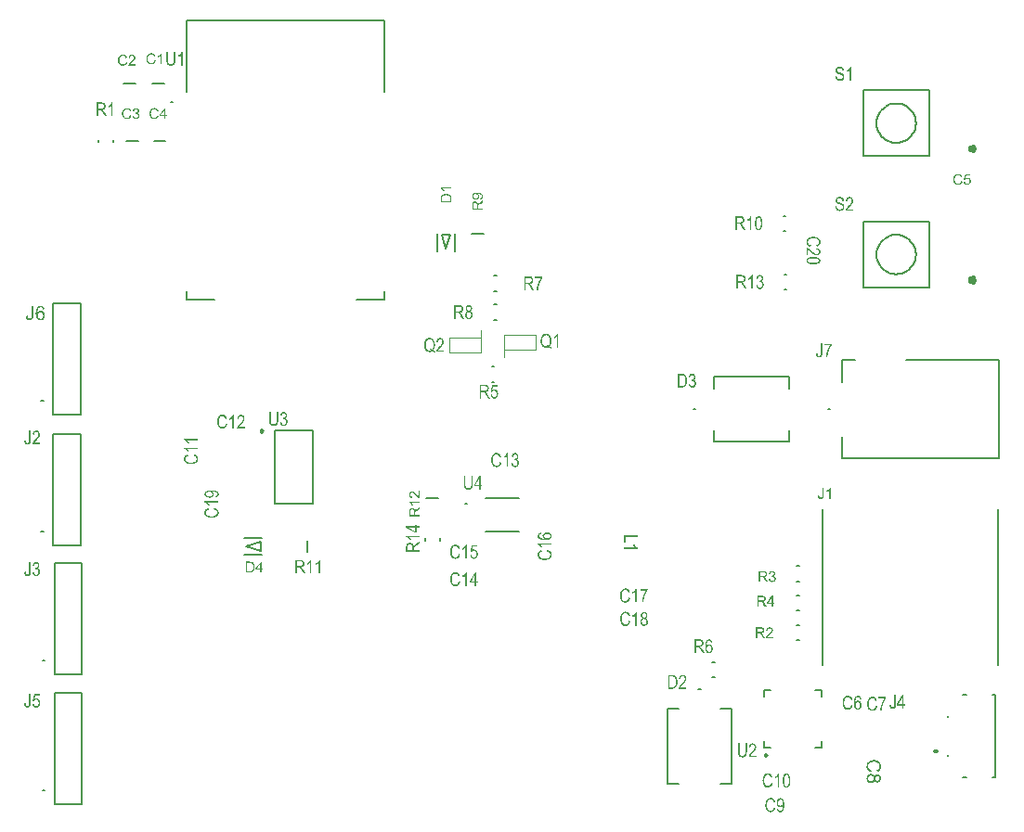
<source format=gto>
G04*
G04 #@! TF.GenerationSoftware,Altium Limited,Altium Designer,20.0.7 (75)*
G04*
G04 Layer_Color=65535*
%FSLAX25Y25*%
%MOIN*%
G70*
G01*
G75*
%ADD10C,0.00787*%
%ADD11C,0.00984*%
%ADD12C,0.01181*%
%ADD13C,0.01575*%
%ADD14C,0.00500*%
%ADD15C,0.00394*%
G36*
X79850Y127419D02*
X79950D01*
X80058Y127411D01*
X80181Y127404D01*
X80434Y127381D01*
X80695Y127342D01*
X80956Y127296D01*
X81071Y127266D01*
X81187Y127227D01*
X81194D01*
X81210Y127219D01*
X81240Y127204D01*
X81279Y127189D01*
X81325Y127173D01*
X81379Y127150D01*
X81502Y127089D01*
X81632Y127012D01*
X81770Y126928D01*
X81901Y126820D01*
X82008Y126705D01*
X82016Y126690D01*
X82047Y126651D01*
X82093Y126582D01*
X82139Y126490D01*
X82185Y126382D01*
X82231Y126260D01*
X82262Y126121D01*
X82270Y125975D01*
Y125929D01*
X82262Y125899D01*
X82254Y125814D01*
X82231Y125699D01*
X82193Y125576D01*
X82139Y125445D01*
X82062Y125315D01*
X81955Y125192D01*
X81939Y125177D01*
X81893Y125146D01*
X81824Y125092D01*
X81724Y125031D01*
X81594Y124969D01*
X81432Y124908D01*
X81248Y124862D01*
X81033Y124831D01*
X80987Y125315D01*
X80995D01*
X81018Y125323D01*
X81056Y125330D01*
X81110Y125338D01*
X81171Y125361D01*
X81233Y125376D01*
X81379Y125438D01*
X81525Y125522D01*
X81586Y125584D01*
X81647Y125645D01*
X81701Y125714D01*
X81740Y125791D01*
X81763Y125883D01*
X81770Y125983D01*
Y126029D01*
X81763Y126075D01*
X81747Y126137D01*
X81732Y126206D01*
X81701Y126283D01*
X81655Y126359D01*
X81601Y126436D01*
X81594Y126444D01*
X81571Y126475D01*
X81525Y126513D01*
X81463Y126559D01*
X81379Y126613D01*
X81271Y126667D01*
X81148Y126728D01*
X80995Y126782D01*
X80987D01*
X80972Y126789D01*
X80949Y126797D01*
X80918Y126805D01*
X80872Y126813D01*
X80826Y126828D01*
X80764Y126843D01*
X80703Y126859D01*
X80549Y126882D01*
X80373Y126905D01*
X80181Y126920D01*
X79966Y126928D01*
X79843D01*
X79858Y126920D01*
X79896Y126897D01*
X79950Y126866D01*
X80019Y126813D01*
X80096Y126751D01*
X80173Y126682D01*
X80257Y126597D01*
X80326Y126505D01*
X80334Y126498D01*
X80349Y126459D01*
X80380Y126405D01*
X80411Y126344D01*
X80442Y126260D01*
X80472Y126167D01*
X80488Y126067D01*
X80495Y125968D01*
Y125922D01*
X80488Y125883D01*
X80480Y125845D01*
X80472Y125791D01*
X80442Y125676D01*
X80388Y125538D01*
X80311Y125392D01*
X80265Y125323D01*
X80204Y125246D01*
X80142Y125177D01*
X80065Y125108D01*
X80058D01*
X80042Y125092D01*
X80019Y125077D01*
X79989Y125054D01*
X79943Y125023D01*
X79889Y124992D01*
X79827Y124962D01*
X79751Y124931D01*
X79674Y124900D01*
X79581Y124869D01*
X79482Y124839D01*
X79382Y124808D01*
X79267Y124785D01*
X79144Y124770D01*
X79013Y124762D01*
X78875Y124754D01*
X78867D01*
X78837D01*
X78798D01*
X78744Y124762D01*
X78683D01*
X78606Y124777D01*
X78522Y124785D01*
X78430Y124800D01*
X78230Y124846D01*
X78022Y124908D01*
X77823Y125000D01*
X77731Y125061D01*
X77646Y125123D01*
X77639Y125131D01*
X77623Y125138D01*
X77608Y125161D01*
X77577Y125192D01*
X77500Y125269D01*
X77416Y125376D01*
X77339Y125507D01*
X77262Y125661D01*
X77231Y125753D01*
X77216Y125837D01*
X77201Y125929D01*
X77193Y126029D01*
Y126098D01*
X77208Y126167D01*
X77224Y126260D01*
X77254Y126367D01*
X77301Y126490D01*
X77362Y126613D01*
X77447Y126736D01*
Y126743D01*
X77462Y126751D01*
X77493Y126789D01*
X77554Y126851D01*
X77631Y126920D01*
X77738Y127005D01*
X77869Y127089D01*
X78015Y127173D01*
X78191Y127243D01*
X78199D01*
X78215Y127250D01*
X78245Y127258D01*
X78284Y127273D01*
X78330Y127289D01*
X78391Y127304D01*
X78468Y127319D01*
X78545Y127335D01*
X78645Y127350D01*
X78744Y127365D01*
X78860Y127381D01*
X78990Y127396D01*
X79128Y127411D01*
X79274Y127419D01*
X79428Y127427D01*
X79597D01*
X79605D01*
X79643D01*
X79697D01*
X79766D01*
X79850Y127419D01*
D02*
G37*
G36*
X82185Y122973D02*
X78291D01*
X78299Y122965D01*
X78330Y122942D01*
X78368Y122903D01*
X78422Y122850D01*
X78483Y122781D01*
X78560Y122704D01*
X78637Y122611D01*
X78714Y122504D01*
X78721Y122489D01*
X78744Y122458D01*
X78783Y122397D01*
X78829Y122327D01*
X78883Y122243D01*
X78936Y122158D01*
X78983Y122066D01*
X79029Y121974D01*
X78445D01*
Y121982D01*
X78437Y121989D01*
X78422Y122012D01*
X78399Y122043D01*
X78353Y122120D01*
X78284Y122220D01*
X78199Y122327D01*
X78099Y122450D01*
X77992Y122573D01*
X77869Y122696D01*
X77861Y122704D01*
X77854Y122711D01*
X77807Y122750D01*
X77738Y122803D01*
X77654Y122873D01*
X77554Y122949D01*
X77439Y123019D01*
X77316Y123088D01*
X77193Y123141D01*
Y123472D01*
X82185D01*
Y122973D01*
D02*
G37*
G36*
X80649Y121114D02*
X80687Y121099D01*
X80749Y121083D01*
X80818Y121068D01*
X80895Y121037D01*
X80987Y121006D01*
X81079Y120976D01*
X81287Y120884D01*
X81494Y120776D01*
X81686Y120645D01*
X81778Y120569D01*
X81862Y120484D01*
X81870Y120476D01*
X81878Y120461D01*
X81901Y120438D01*
X81924Y120407D01*
X81955Y120361D01*
X81993Y120308D01*
X82031Y120246D01*
X82062Y120185D01*
X82139Y120023D01*
X82208Y119839D01*
X82254Y119624D01*
X82262Y119509D01*
X82270Y119394D01*
Y119340D01*
X82262Y119301D01*
Y119248D01*
X82254Y119194D01*
X82239Y119063D01*
X82200Y118910D01*
X82154Y118748D01*
X82093Y118587D01*
X82001Y118426D01*
Y118418D01*
X81985Y118411D01*
X81970Y118387D01*
X81947Y118357D01*
X81878Y118288D01*
X81786Y118195D01*
X81663Y118088D01*
X81509Y117981D01*
X81333Y117873D01*
X81225Y117819D01*
X81117Y117773D01*
X81110D01*
X81087Y117765D01*
X81056Y117750D01*
X81010Y117735D01*
X80949Y117712D01*
X80879Y117696D01*
X80795Y117673D01*
X80703Y117650D01*
X80603Y117620D01*
X80495Y117596D01*
X80373Y117581D01*
X80250Y117558D01*
X79973Y117527D01*
X79674Y117520D01*
X79666D01*
X79635D01*
X79597D01*
X79535Y117527D01*
X79466D01*
X79382Y117535D01*
X79290Y117543D01*
X79190Y117550D01*
X78975Y117581D01*
X78737Y117627D01*
X78506Y117689D01*
X78284Y117773D01*
X78276D01*
X78261Y117789D01*
X78230Y117796D01*
X78191Y117819D01*
X78145Y117842D01*
X78092Y117873D01*
X77961Y117957D01*
X77823Y118057D01*
X77677Y118173D01*
X77546Y118311D01*
X77423Y118464D01*
Y118472D01*
X77408Y118487D01*
X77393Y118510D01*
X77377Y118541D01*
X77354Y118579D01*
X77331Y118633D01*
X77277Y118748D01*
X77224Y118894D01*
X77178Y119063D01*
X77147Y119240D01*
X77132Y119440D01*
Y119493D01*
X77139Y119539D01*
Y119593D01*
X77147Y119647D01*
X77178Y119785D01*
X77224Y119947D01*
X77285Y120115D01*
X77377Y120292D01*
X77439Y120369D01*
X77500Y120453D01*
X77508Y120461D01*
X77516Y120469D01*
X77539Y120492D01*
X77569Y120523D01*
X77608Y120553D01*
X77654Y120599D01*
X77708Y120638D01*
X77769Y120684D01*
X77846Y120738D01*
X77923Y120784D01*
X78015Y120837D01*
X78107Y120884D01*
X78215Y120930D01*
X78330Y120976D01*
X78445Y121014D01*
X78575Y121053D01*
X78729Y120523D01*
X78714D01*
X78683Y120507D01*
X78637Y120492D01*
X78568Y120469D01*
X78491Y120430D01*
X78399Y120392D01*
X78307Y120346D01*
X78207Y120284D01*
X78115Y120215D01*
X78022Y120139D01*
X77930Y120046D01*
X77854Y119947D01*
X77784Y119831D01*
X77738Y119716D01*
X77700Y119578D01*
X77692Y119432D01*
Y119363D01*
X77700Y119286D01*
X77715Y119194D01*
X77746Y119079D01*
X77784Y118964D01*
X77838Y118841D01*
X77907Y118725D01*
X77915Y118710D01*
X77946Y118679D01*
X77999Y118618D01*
X78069Y118556D01*
X78161Y118480D01*
X78268Y118395D01*
X78407Y118318D01*
X78560Y118249D01*
X78568D01*
X78583Y118242D01*
X78606Y118234D01*
X78637Y118219D01*
X78683Y118211D01*
X78737Y118195D01*
X78798Y118180D01*
X78860Y118165D01*
X78936Y118142D01*
X79021Y118126D01*
X79213Y118103D01*
X79428Y118080D01*
X79674Y118073D01*
X79681D01*
X79720D01*
X79773D01*
X79843Y118080D01*
X79927D01*
X80027Y118088D01*
X80134Y118103D01*
X80250Y118119D01*
X80495Y118157D01*
X80749Y118219D01*
X80987Y118311D01*
X81102Y118365D01*
X81202Y118426D01*
X81210Y118434D01*
X81225Y118441D01*
X81248Y118464D01*
X81279Y118495D01*
X81317Y118526D01*
X81363Y118572D01*
X81455Y118679D01*
X81548Y118818D01*
X81632Y118987D01*
X81663Y119079D01*
X81686Y119171D01*
X81701Y119278D01*
X81709Y119386D01*
Y119432D01*
X81701Y119463D01*
X81694Y119539D01*
X81670Y119647D01*
X81632Y119762D01*
X81578Y119885D01*
X81502Y120016D01*
X81402Y120139D01*
X81386Y120154D01*
X81340Y120192D01*
X81271Y120246D01*
X81164Y120315D01*
X81025Y120384D01*
X80864Y120461D01*
X80772Y120492D01*
X80664Y120523D01*
X80557Y120553D01*
X80442Y120576D01*
X80611Y121122D01*
X80618D01*
X80649Y121114D01*
D02*
G37*
G36*
X59274Y264775D02*
X59321Y264770D01*
X59379Y264764D01*
X59443Y264758D01*
X59514Y264746D01*
X59666Y264711D01*
X59829Y264658D01*
X59911Y264623D01*
X59993Y264582D01*
X60069Y264536D01*
X60145Y264483D01*
X60151Y264477D01*
X60163Y264471D01*
X60180Y264454D01*
X60210Y264430D01*
X60239Y264401D01*
X60280Y264360D01*
X60321Y264319D01*
X60362Y264272D01*
X60409Y264214D01*
X60450Y264155D01*
X60496Y264085D01*
X60543Y264009D01*
X60584Y263933D01*
X60625Y263845D01*
X60695Y263658D01*
X60192Y263541D01*
Y263547D01*
X60186Y263559D01*
X60180Y263582D01*
X60169Y263611D01*
X60151Y263647D01*
X60134Y263687D01*
X60093Y263775D01*
X60040Y263875D01*
X59970Y263980D01*
X59894Y264073D01*
X59800Y264155D01*
X59789Y264161D01*
X59753Y264185D01*
X59701Y264214D01*
X59625Y264255D01*
X59537Y264290D01*
X59426Y264319D01*
X59303Y264343D01*
X59163Y264349D01*
X59122D01*
X59092Y264343D01*
X59051D01*
X59010Y264337D01*
X58905Y264319D01*
X58788Y264296D01*
X58665Y264255D01*
X58543Y264202D01*
X58425Y264132D01*
X58420D01*
X58414Y264120D01*
X58379Y264091D01*
X58326Y264044D01*
X58262Y263980D01*
X58197Y263898D01*
X58127Y263804D01*
X58063Y263687D01*
X58010Y263559D01*
Y263553D01*
X58004Y263541D01*
X57999Y263524D01*
X57993Y263494D01*
X57981Y263465D01*
X57975Y263424D01*
X57952Y263331D01*
X57928Y263219D01*
X57911Y263097D01*
X57899Y262962D01*
X57893Y262822D01*
Y262816D01*
Y262798D01*
Y262775D01*
Y262740D01*
X57899Y262699D01*
Y262646D01*
X57905Y262594D01*
X57911Y262535D01*
X57928Y262400D01*
X57952Y262254D01*
X57987Y262108D01*
X58034Y261967D01*
Y261962D01*
X58039Y261950D01*
X58051Y261932D01*
X58063Y261909D01*
X58092Y261839D01*
X58139Y261763D01*
X58203Y261669D01*
X58279Y261581D01*
X58367Y261494D01*
X58472Y261418D01*
X58478D01*
X58484Y261412D01*
X58501Y261400D01*
X58525Y261388D01*
X58589Y261365D01*
X58671Y261330D01*
X58765Y261301D01*
X58876Y261271D01*
X58999Y261248D01*
X59127Y261242D01*
X59168D01*
X59198Y261248D01*
X59233D01*
X59280Y261254D01*
X59379Y261271D01*
X59490Y261301D01*
X59613Y261347D01*
X59730Y261406D01*
X59847Y261488D01*
X59853Y261494D01*
X59859Y261500D01*
X59894Y261535D01*
X59947Y261593D01*
X60011Y261669D01*
X60075Y261774D01*
X60145Y261897D01*
X60204Y262049D01*
X60251Y262219D01*
X60760Y262090D01*
Y262085D01*
X60754Y262061D01*
X60742Y262032D01*
X60730Y261985D01*
X60707Y261938D01*
X60684Y261874D01*
X60660Y261810D01*
X60625Y261739D01*
X60549Y261581D01*
X60444Y261423D01*
X60327Y261271D01*
X60257Y261201D01*
X60180Y261137D01*
X60175Y261131D01*
X60163Y261125D01*
X60140Y261108D01*
X60104Y261084D01*
X60063Y261061D01*
X60017Y261032D01*
X59964Y261002D01*
X59900Y260973D01*
X59829Y260944D01*
X59753Y260914D01*
X59666Y260885D01*
X59578Y260862D01*
X59385Y260821D01*
X59280Y260815D01*
X59168Y260809D01*
X59110D01*
X59063Y260815D01*
X59010D01*
X58952Y260821D01*
X58882Y260833D01*
X58812Y260839D01*
X58648Y260874D01*
X58478Y260914D01*
X58314Y260979D01*
X58232Y261014D01*
X58156Y261061D01*
X58151Y261067D01*
X58139Y261072D01*
X58121Y261090D01*
X58092Y261108D01*
X58022Y261166D01*
X57940Y261248D01*
X57841Y261347D01*
X57747Y261476D01*
X57648Y261622D01*
X57565Y261792D01*
Y261798D01*
X57560Y261815D01*
X57548Y261839D01*
X57536Y261874D01*
X57519Y261921D01*
X57501Y261973D01*
X57484Y262032D01*
X57466Y262102D01*
X57449Y262172D01*
X57431Y262254D01*
X57396Y262430D01*
X57372Y262617D01*
X57367Y262822D01*
Y262827D01*
Y262851D01*
Y262880D01*
X57372Y262921D01*
Y262974D01*
X57378Y263038D01*
X57384Y263102D01*
X57396Y263178D01*
X57425Y263342D01*
X57460Y263518D01*
X57519Y263699D01*
X57595Y263869D01*
Y263875D01*
X57607Y263886D01*
X57618Y263910D01*
X57636Y263945D01*
X57659Y263980D01*
X57688Y264021D01*
X57764Y264120D01*
X57852Y264231D01*
X57963Y264343D01*
X58098Y264454D01*
X58244Y264547D01*
X58250D01*
X58262Y264559D01*
X58285Y264571D01*
X58320Y264582D01*
X58355Y264600D01*
X58402Y264623D01*
X58461Y264641D01*
X58519Y264664D01*
X58583Y264688D01*
X58654Y264705D01*
X58812Y264746D01*
X58987Y264770D01*
X59174Y264781D01*
X59233D01*
X59274Y264775D01*
D02*
G37*
G36*
X63176Y262225D02*
X63696D01*
Y261792D01*
X63176D01*
Y260874D01*
X62702D01*
Y261792D01*
X61035D01*
Y262225D01*
X62790Y264711D01*
X63176D01*
Y262225D01*
D02*
G37*
G36*
X49425Y264775D02*
X49472Y264770D01*
X49531Y264764D01*
X49595Y264758D01*
X49665Y264746D01*
X49817Y264711D01*
X49981Y264658D01*
X50063Y264623D01*
X50145Y264582D01*
X50221Y264536D01*
X50297Y264483D01*
X50303Y264477D01*
X50315Y264471D01*
X50332Y264454D01*
X50361Y264430D01*
X50391Y264401D01*
X50432Y264360D01*
X50472Y264319D01*
X50513Y264272D01*
X50560Y264214D01*
X50601Y264155D01*
X50648Y264085D01*
X50695Y264009D01*
X50736Y263933D01*
X50777Y263845D01*
X50847Y263658D01*
X50344Y263541D01*
Y263547D01*
X50338Y263559D01*
X50332Y263582D01*
X50320Y263611D01*
X50303Y263647D01*
X50285Y263687D01*
X50244Y263775D01*
X50192Y263875D01*
X50121Y263980D01*
X50046Y264073D01*
X49952Y264155D01*
X49940Y264161D01*
X49905Y264185D01*
X49852Y264214D01*
X49776Y264255D01*
X49689Y264290D01*
X49578Y264319D01*
X49455Y264343D01*
X49314Y264349D01*
X49273D01*
X49244Y264343D01*
X49203D01*
X49162Y264337D01*
X49057Y264319D01*
X48940Y264296D01*
X48817Y264255D01*
X48694Y264202D01*
X48577Y264132D01*
X48571D01*
X48565Y264120D01*
X48530Y264091D01*
X48478Y264044D01*
X48413Y263980D01*
X48349Y263898D01*
X48279Y263804D01*
X48214Y263687D01*
X48162Y263559D01*
Y263553D01*
X48156Y263541D01*
X48150Y263524D01*
X48144Y263494D01*
X48133Y263465D01*
X48127Y263424D01*
X48103Y263331D01*
X48080Y263219D01*
X48062Y263097D01*
X48051Y262962D01*
X48045Y262822D01*
Y262816D01*
Y262798D01*
Y262775D01*
Y262740D01*
X48051Y262699D01*
Y262646D01*
X48057Y262594D01*
X48062Y262535D01*
X48080Y262400D01*
X48103Y262254D01*
X48138Y262108D01*
X48185Y261967D01*
Y261962D01*
X48191Y261950D01*
X48203Y261932D01*
X48214Y261909D01*
X48244Y261839D01*
X48291Y261763D01*
X48355Y261669D01*
X48431Y261581D01*
X48519Y261494D01*
X48624Y261418D01*
X48630D01*
X48636Y261412D01*
X48653Y261400D01*
X48677Y261388D01*
X48741Y261365D01*
X48823Y261330D01*
X48916Y261301D01*
X49028Y261271D01*
X49150Y261248D01*
X49279Y261242D01*
X49320D01*
X49349Y261248D01*
X49384D01*
X49431Y261254D01*
X49531Y261271D01*
X49642Y261301D01*
X49765Y261347D01*
X49882Y261406D01*
X49999Y261488D01*
X50005Y261494D01*
X50010Y261500D01*
X50046Y261535D01*
X50098Y261593D01*
X50163Y261669D01*
X50227Y261774D01*
X50297Y261897D01*
X50355Y262049D01*
X50402Y262219D01*
X50911Y262090D01*
Y262085D01*
X50905Y262061D01*
X50894Y262032D01*
X50882Y261985D01*
X50859Y261938D01*
X50835Y261874D01*
X50812Y261810D01*
X50777Y261739D01*
X50701Y261581D01*
X50595Y261423D01*
X50478Y261271D01*
X50408Y261201D01*
X50332Y261137D01*
X50326Y261131D01*
X50315Y261125D01*
X50291Y261108D01*
X50256Y261084D01*
X50215Y261061D01*
X50168Y261032D01*
X50116Y261002D01*
X50051Y260973D01*
X49981Y260944D01*
X49905Y260914D01*
X49817Y260885D01*
X49730Y260862D01*
X49536Y260821D01*
X49431Y260815D01*
X49320Y260809D01*
X49262D01*
X49215Y260815D01*
X49162D01*
X49104Y260821D01*
X49033Y260833D01*
X48963Y260839D01*
X48799Y260874D01*
X48630Y260914D01*
X48466Y260979D01*
X48384Y261014D01*
X48308Y261061D01*
X48302Y261067D01*
X48291Y261072D01*
X48273Y261090D01*
X48244Y261108D01*
X48173Y261166D01*
X48092Y261248D01*
X47992Y261347D01*
X47899Y261476D01*
X47799Y261622D01*
X47717Y261792D01*
Y261798D01*
X47711Y261815D01*
X47700Y261839D01*
X47688Y261874D01*
X47670Y261921D01*
X47653Y261973D01*
X47635Y262032D01*
X47618Y262102D01*
X47600Y262172D01*
X47583Y262254D01*
X47548Y262430D01*
X47524Y262617D01*
X47518Y262822D01*
Y262827D01*
Y262851D01*
Y262880D01*
X47524Y262921D01*
Y262974D01*
X47530Y263038D01*
X47536Y263102D01*
X47548Y263178D01*
X47577Y263342D01*
X47612Y263518D01*
X47670Y263699D01*
X47746Y263869D01*
Y263875D01*
X47758Y263886D01*
X47770Y263910D01*
X47787Y263945D01*
X47811Y263980D01*
X47840Y264021D01*
X47916Y264120D01*
X48004Y264231D01*
X48115Y264343D01*
X48250Y264454D01*
X48396Y264547D01*
X48402D01*
X48413Y264559D01*
X48437Y264571D01*
X48472Y264582D01*
X48507Y264600D01*
X48554Y264623D01*
X48612Y264641D01*
X48671Y264664D01*
X48735Y264688D01*
X48805Y264705D01*
X48963Y264746D01*
X49139Y264770D01*
X49326Y264781D01*
X49384D01*
X49425Y264775D01*
D02*
G37*
G36*
X52660Y264729D02*
X52737Y264717D01*
X52824Y264700D01*
X52924Y264676D01*
X53023Y264641D01*
X53123Y264594D01*
X53128D01*
X53134Y264588D01*
X53169Y264571D01*
X53216Y264542D01*
X53275Y264501D01*
X53339Y264448D01*
X53409Y264384D01*
X53474Y264307D01*
X53532Y264226D01*
X53538Y264214D01*
X53556Y264185D01*
X53579Y264138D01*
X53602Y264079D01*
X53626Y264003D01*
X53649Y263921D01*
X53667Y263834D01*
X53672Y263734D01*
Y263722D01*
Y263693D01*
X53667Y263647D01*
X53655Y263588D01*
X53637Y263518D01*
X53614Y263442D01*
X53585Y263360D01*
X53538Y263284D01*
X53532Y263272D01*
X53514Y263249D01*
X53479Y263214D01*
X53439Y263167D01*
X53380Y263114D01*
X53316Y263061D01*
X53234Y263003D01*
X53140Y262956D01*
X53146D01*
X53158Y262950D01*
X53175D01*
X53199Y262939D01*
X53257Y262921D01*
X53333Y262886D01*
X53415Y262845D01*
X53503Y262787D01*
X53591Y262716D01*
X53667Y262629D01*
X53672Y262617D01*
X53696Y262582D01*
X53725Y262529D01*
X53766Y262459D01*
X53801Y262371D01*
X53830Y262266D01*
X53854Y262143D01*
X53860Y262009D01*
Y262003D01*
Y261985D01*
Y261962D01*
X53854Y261927D01*
X53848Y261880D01*
X53842Y261833D01*
X53830Y261774D01*
X53813Y261716D01*
X53772Y261581D01*
X53743Y261505D01*
X53702Y261435D01*
X53661Y261365D01*
X53614Y261295D01*
X53556Y261225D01*
X53491Y261154D01*
X53485Y261149D01*
X53474Y261137D01*
X53456Y261125D01*
X53427Y261102D01*
X53392Y261072D01*
X53345Y261043D01*
X53292Y261014D01*
X53240Y260985D01*
X53175Y260950D01*
X53105Y260920D01*
X53029Y260891D01*
X52947Y260862D01*
X52859Y260839D01*
X52766Y260827D01*
X52666Y260815D01*
X52567Y260809D01*
X52520D01*
X52485Y260815D01*
X52438Y260821D01*
X52391Y260827D01*
X52333Y260833D01*
X52274Y260844D01*
X52140Y260879D01*
X51999Y260938D01*
X51929Y260967D01*
X51865Y261008D01*
X51795Y261055D01*
X51730Y261108D01*
X51724Y261113D01*
X51719Y261119D01*
X51701Y261137D01*
X51678Y261160D01*
X51654Y261195D01*
X51625Y261230D01*
X51590Y261271D01*
X51561Y261318D01*
X51490Y261435D01*
X51432Y261570D01*
X51379Y261722D01*
X51362Y261804D01*
X51350Y261892D01*
X51824Y261956D01*
Y261950D01*
X51830Y261938D01*
Y261915D01*
X51841Y261892D01*
X51859Y261821D01*
X51888Y261734D01*
X51923Y261640D01*
X51970Y261541D01*
X52029Y261453D01*
X52093Y261377D01*
X52105Y261371D01*
X52128Y261347D01*
X52169Y261324D01*
X52227Y261289D01*
X52292Y261260D01*
X52374Y261230D01*
X52467Y261207D01*
X52567Y261201D01*
X52602D01*
X52625Y261207D01*
X52684Y261213D01*
X52760Y261230D01*
X52854Y261260D01*
X52947Y261295D01*
X53041Y261353D01*
X53128Y261429D01*
X53140Y261441D01*
X53163Y261470D01*
X53199Y261517D01*
X53245Y261587D01*
X53286Y261669D01*
X53321Y261769D01*
X53345Y261880D01*
X53357Y262003D01*
Y262009D01*
Y262014D01*
Y262032D01*
X53351Y262055D01*
X53345Y262114D01*
X53327Y262190D01*
X53304Y262272D01*
X53263Y262365D01*
X53210Y262453D01*
X53140Y262535D01*
X53128Y262547D01*
X53105Y262570D01*
X53058Y262599D01*
X52994Y262640D01*
X52918Y262681D01*
X52824Y262710D01*
X52725Y262734D01*
X52608Y262746D01*
X52555D01*
X52514Y262740D01*
X52467Y262734D01*
X52409Y262728D01*
X52345Y262716D01*
X52274Y262699D01*
X52327Y263114D01*
X52356D01*
X52380Y263108D01*
X52456D01*
X52508Y263114D01*
X52584Y263126D01*
X52666Y263143D01*
X52754Y263173D01*
X52848Y263208D01*
X52941Y263260D01*
X52953Y263266D01*
X52982Y263290D01*
X53017Y263331D01*
X53064Y263383D01*
X53111Y263448D01*
X53146Y263529D01*
X53175Y263629D01*
X53187Y263746D01*
Y263752D01*
Y263758D01*
Y263787D01*
X53175Y263834D01*
X53163Y263898D01*
X53146Y263962D01*
X53111Y264033D01*
X53070Y264109D01*
X53011Y264173D01*
X53006Y264179D01*
X52982Y264202D01*
X52941Y264231D01*
X52889Y264261D01*
X52824Y264296D01*
X52748Y264319D01*
X52660Y264343D01*
X52561Y264349D01*
X52514D01*
X52461Y264337D01*
X52403Y264325D01*
X52327Y264307D01*
X52251Y264272D01*
X52175Y264231D01*
X52099Y264173D01*
X52093Y264167D01*
X52070Y264144D01*
X52040Y264103D01*
X52005Y264044D01*
X51964Y263974D01*
X51929Y263886D01*
X51894Y263781D01*
X51871Y263658D01*
X51397Y263740D01*
Y263746D01*
X51403Y263763D01*
X51408Y263787D01*
X51414Y263816D01*
X51426Y263857D01*
X51438Y263904D01*
X51479Y264009D01*
X51525Y264126D01*
X51596Y264249D01*
X51678Y264366D01*
X51783Y264471D01*
X51789Y264477D01*
X51795Y264483D01*
X51812Y264495D01*
X51841Y264512D01*
X51871Y264530D01*
X51906Y264553D01*
X51994Y264606D01*
X52105Y264653D01*
X52239Y264694D01*
X52385Y264723D01*
X52467Y264735D01*
X52602D01*
X52660Y264729D01*
D02*
G37*
G36*
X47967Y283968D02*
X48013Y283963D01*
X48072Y283957D01*
X48136Y283951D01*
X48206Y283939D01*
X48359Y283904D01*
X48522Y283851D01*
X48604Y283816D01*
X48686Y283775D01*
X48762Y283729D01*
X48838Y283676D01*
X48844Y283670D01*
X48856Y283664D01*
X48873Y283647D01*
X48903Y283623D01*
X48932Y283594D01*
X48973Y283553D01*
X49014Y283512D01*
X49055Y283465D01*
X49101Y283407D01*
X49142Y283348D01*
X49189Y283278D01*
X49236Y283202D01*
X49277Y283126D01*
X49318Y283038D01*
X49388Y282851D01*
X48885Y282734D01*
Y282740D01*
X48879Y282752D01*
X48873Y282775D01*
X48862Y282804D01*
X48844Y282839D01*
X48827Y282880D01*
X48786Y282968D01*
X48733Y283067D01*
X48663Y283173D01*
X48587Y283266D01*
X48493Y283348D01*
X48481Y283354D01*
X48446Y283378D01*
X48394Y283407D01*
X48318Y283448D01*
X48230Y283483D01*
X48119Y283512D01*
X47996Y283536D01*
X47855Y283541D01*
X47814D01*
X47785Y283536D01*
X47744D01*
X47703Y283530D01*
X47598Y283512D01*
X47481Y283489D01*
X47358Y283448D01*
X47235Y283395D01*
X47118Y283325D01*
X47113D01*
X47107Y283313D01*
X47071Y283284D01*
X47019Y283237D01*
X46955Y283173D01*
X46890Y283091D01*
X46820Y282997D01*
X46756Y282880D01*
X46703Y282752D01*
Y282746D01*
X46697Y282734D01*
X46691Y282716D01*
X46685Y282687D01*
X46674Y282658D01*
X46668Y282617D01*
X46644Y282523D01*
X46621Y282412D01*
X46604Y282290D01*
X46592Y282155D01*
X46586Y282014D01*
Y282009D01*
Y281991D01*
Y281968D01*
Y281933D01*
X46592Y281892D01*
Y281839D01*
X46598Y281786D01*
X46604Y281728D01*
X46621Y281593D01*
X46644Y281447D01*
X46680Y281301D01*
X46726Y281160D01*
Y281155D01*
X46732Y281143D01*
X46744Y281125D01*
X46756Y281102D01*
X46785Y281032D01*
X46832Y280956D01*
X46896Y280862D01*
X46972Y280774D01*
X47060Y280687D01*
X47165Y280610D01*
X47171D01*
X47177Y280605D01*
X47194Y280593D01*
X47218Y280581D01*
X47282Y280558D01*
X47364Y280523D01*
X47458Y280493D01*
X47569Y280464D01*
X47692Y280441D01*
X47820Y280435D01*
X47861D01*
X47890Y280441D01*
X47926D01*
X47972Y280447D01*
X48072Y280464D01*
X48183Y280493D01*
X48306Y280540D01*
X48423Y280599D01*
X48540Y280681D01*
X48546Y280687D01*
X48551Y280692D01*
X48587Y280728D01*
X48639Y280786D01*
X48704Y280862D01*
X48768Y280967D01*
X48838Y281090D01*
X48897Y281242D01*
X48943Y281412D01*
X49452Y281283D01*
Y281277D01*
X49447Y281254D01*
X49435Y281225D01*
X49423Y281178D01*
X49400Y281131D01*
X49376Y281067D01*
X49353Y281002D01*
X49318Y280932D01*
X49242Y280774D01*
X49136Y280616D01*
X49020Y280464D01*
X48949Y280394D01*
X48873Y280330D01*
X48867Y280324D01*
X48856Y280318D01*
X48832Y280300D01*
X48797Y280277D01*
X48756Y280254D01*
X48709Y280224D01*
X48657Y280195D01*
X48592Y280166D01*
X48522Y280137D01*
X48446Y280107D01*
X48359Y280078D01*
X48271Y280055D01*
X48078Y280014D01*
X47972Y280008D01*
X47861Y280002D01*
X47803D01*
X47756Y280008D01*
X47703D01*
X47645Y280014D01*
X47575Y280026D01*
X47504Y280031D01*
X47341Y280066D01*
X47171Y280107D01*
X47007Y280172D01*
X46925Y280207D01*
X46849Y280254D01*
X46843Y280259D01*
X46832Y280265D01*
X46814Y280283D01*
X46785Y280300D01*
X46715Y280359D01*
X46633Y280441D01*
X46533Y280540D01*
X46440Y280669D01*
X46340Y280815D01*
X46258Y280985D01*
Y280991D01*
X46253Y281008D01*
X46241Y281032D01*
X46229Y281067D01*
X46211Y281114D01*
X46194Y281166D01*
X46176Y281225D01*
X46159Y281295D01*
X46141Y281365D01*
X46124Y281447D01*
X46089Y281623D01*
X46065Y281810D01*
X46059Y282014D01*
Y282020D01*
Y282044D01*
Y282073D01*
X46065Y282114D01*
Y282167D01*
X46071Y282231D01*
X46077Y282295D01*
X46089Y282371D01*
X46118Y282535D01*
X46153Y282711D01*
X46211Y282892D01*
X46288Y283062D01*
Y283067D01*
X46299Y283079D01*
X46311Y283103D01*
X46329Y283138D01*
X46352Y283173D01*
X46381Y283214D01*
X46457Y283313D01*
X46545Y283424D01*
X46656Y283536D01*
X46791Y283647D01*
X46937Y283740D01*
X46943D01*
X46955Y283752D01*
X46978Y283764D01*
X47013Y283775D01*
X47048Y283793D01*
X47095Y283816D01*
X47153Y283834D01*
X47212Y283857D01*
X47276Y283881D01*
X47346Y283898D01*
X47504Y283939D01*
X47680Y283963D01*
X47867Y283974D01*
X47926D01*
X47967Y283968D01*
D02*
G37*
G36*
X51248Y283922D02*
X51295Y283916D01*
X51348Y283910D01*
X51406Y283904D01*
X51471Y283887D01*
X51611Y283851D01*
X51757Y283799D01*
X51833Y283764D01*
X51904Y283723D01*
X51968Y283670D01*
X52032Y283617D01*
X52038Y283612D01*
X52044Y283606D01*
X52061Y283588D01*
X52085Y283565D01*
X52108Y283530D01*
X52138Y283495D01*
X52196Y283407D01*
X52255Y283296D01*
X52307Y283167D01*
X52348Y283021D01*
X52354Y282939D01*
X52360Y282857D01*
Y282845D01*
Y282816D01*
X52354Y282769D01*
X52348Y282711D01*
X52337Y282641D01*
X52319Y282564D01*
X52296Y282483D01*
X52261Y282401D01*
X52255Y282389D01*
X52243Y282360D01*
X52219Y282319D01*
X52184Y282260D01*
X52143Y282190D01*
X52091Y282108D01*
X52021Y282026D01*
X51945Y281933D01*
X51933Y281921D01*
X51904Y281886D01*
X51851Y281833D01*
X51816Y281798D01*
X51775Y281757D01*
X51728Y281710D01*
X51670Y281658D01*
X51611Y281605D01*
X51547Y281541D01*
X51477Y281476D01*
X51395Y281406D01*
X51313Y281336D01*
X51219Y281254D01*
X51213Y281248D01*
X51202Y281237D01*
X51178Y281219D01*
X51149Y281195D01*
X51079Y281137D01*
X50991Y281061D01*
X50903Y280979D01*
X50810Y280897D01*
X50734Y280827D01*
X50704Y280798D01*
X50675Y280768D01*
X50669Y280763D01*
X50657Y280745D01*
X50634Y280722D01*
X50605Y280687D01*
X50541Y280610D01*
X50476Y280517D01*
X52366D01*
Y280066D01*
X49821D01*
Y280072D01*
Y280096D01*
Y280131D01*
X49827Y280172D01*
X49833Y280219D01*
X49839Y280271D01*
X49856Y280330D01*
X49874Y280388D01*
Y280394D01*
X49880Y280400D01*
X49891Y280435D01*
X49915Y280482D01*
X49950Y280552D01*
X49991Y280628D01*
X50049Y280716D01*
X50108Y280804D01*
X50184Y280897D01*
Y280903D01*
X50195Y280909D01*
X50225Y280944D01*
X50271Y280997D01*
X50342Y281067D01*
X50429Y281149D01*
X50535Y281248D01*
X50663Y281359D01*
X50804Y281482D01*
X50810Y281488D01*
X50833Y281506D01*
X50862Y281529D01*
X50903Y281570D01*
X50956Y281611D01*
X51014Y281663D01*
X51143Y281775D01*
X51284Y281909D01*
X51424Y282044D01*
X51494Y282108D01*
X51553Y282172D01*
X51605Y282237D01*
X51652Y282295D01*
Y282301D01*
X51664Y282307D01*
X51675Y282325D01*
X51687Y282348D01*
X51722Y282406D01*
X51763Y282483D01*
X51804Y282570D01*
X51839Y282664D01*
X51863Y282769D01*
X51874Y282869D01*
Y282874D01*
Y282880D01*
X51868Y282915D01*
X51863Y282968D01*
X51851Y283032D01*
X51822Y283108D01*
X51787Y283185D01*
X51740Y283266D01*
X51670Y283343D01*
X51658Y283348D01*
X51635Y283372D01*
X51588Y283401D01*
X51529Y283442D01*
X51453Y283477D01*
X51365Y283506D01*
X51260Y283530D01*
X51143Y283536D01*
X51108D01*
X51085Y283530D01*
X51026Y283524D01*
X50950Y283512D01*
X50862Y283483D01*
X50769Y283448D01*
X50681Y283395D01*
X50599Y283325D01*
X50593Y283313D01*
X50570Y283290D01*
X50535Y283243D01*
X50500Y283179D01*
X50459Y283097D01*
X50429Y283003D01*
X50406Y282892D01*
X50394Y282763D01*
X49909Y282816D01*
Y282822D01*
Y282839D01*
X49915Y282869D01*
X49920Y282904D01*
X49932Y282950D01*
X49938Y283003D01*
X49973Y283120D01*
X50020Y283255D01*
X50084Y283389D01*
X50172Y283524D01*
X50219Y283582D01*
X50277Y283641D01*
X50283Y283647D01*
X50295Y283652D01*
X50312Y283670D01*
X50336Y283688D01*
X50371Y283705D01*
X50412Y283734D01*
X50459Y283758D01*
X50511Y283787D01*
X50570Y283810D01*
X50634Y283840D01*
X50710Y283863D01*
X50786Y283881D01*
X50962Y283916D01*
X51055Y283922D01*
X51155Y283927D01*
X51207D01*
X51248Y283922D01*
D02*
G37*
G36*
X58160Y284460D02*
X58207Y284455D01*
X58265Y284449D01*
X58330Y284443D01*
X58400Y284431D01*
X58552Y284396D01*
X58716Y284344D01*
X58798Y284308D01*
X58880Y284267D01*
X58956Y284221D01*
X59032Y284168D01*
X59038Y284162D01*
X59049Y284156D01*
X59067Y284139D01*
X59096Y284115D01*
X59125Y284086D01*
X59166Y284045D01*
X59207Y284004D01*
X59248Y283957D01*
X59295Y283899D01*
X59336Y283840D01*
X59383Y283770D01*
X59430Y283694D01*
X59470Y283618D01*
X59511Y283530D01*
X59582Y283343D01*
X59079Y283226D01*
Y283232D01*
X59073Y283244D01*
X59067Y283267D01*
X59055Y283296D01*
X59038Y283331D01*
X59020Y283372D01*
X58979Y283460D01*
X58926Y283560D01*
X58856Y283665D01*
X58780Y283758D01*
X58687Y283840D01*
X58675Y283846D01*
X58640Y283870D01*
X58587Y283899D01*
X58511Y283940D01*
X58423Y283975D01*
X58312Y284004D01*
X58189Y284028D01*
X58049Y284033D01*
X58008D01*
X57979Y284028D01*
X57938D01*
X57897Y284022D01*
X57792Y284004D01*
X57674Y283981D01*
X57552Y283940D01*
X57429Y283887D01*
X57312Y283817D01*
X57306D01*
X57300Y283805D01*
X57265Y283776D01*
X57212Y283729D01*
X57148Y283665D01*
X57084Y283583D01*
X57013Y283489D01*
X56949Y283372D01*
X56897Y283244D01*
Y283238D01*
X56891Y283226D01*
X56885Y283209D01*
X56879Y283179D01*
X56867Y283150D01*
X56861Y283109D01*
X56838Y283016D01*
X56815Y282904D01*
X56797Y282782D01*
X56785Y282647D01*
X56779Y282507D01*
Y282501D01*
Y282483D01*
Y282460D01*
Y282425D01*
X56785Y282384D01*
Y282331D01*
X56791Y282278D01*
X56797Y282220D01*
X56815Y282085D01*
X56838Y281939D01*
X56873Y281793D01*
X56920Y281652D01*
Y281647D01*
X56926Y281635D01*
X56937Y281617D01*
X56949Y281594D01*
X56978Y281524D01*
X57025Y281448D01*
X57090Y281354D01*
X57166Y281266D01*
X57253Y281179D01*
X57359Y281103D01*
X57364D01*
X57370Y281097D01*
X57388Y281085D01*
X57411Y281073D01*
X57476Y281050D01*
X57557Y281015D01*
X57651Y280986D01*
X57762Y280956D01*
X57885Y280933D01*
X58014Y280927D01*
X58055D01*
X58084Y280933D01*
X58119D01*
X58166Y280939D01*
X58265Y280956D01*
X58376Y280986D01*
X58499Y281032D01*
X58616Y281091D01*
X58733Y281173D01*
X58739Y281179D01*
X58745Y281185D01*
X58780Y281220D01*
X58833Y281278D01*
X58897Y281354D01*
X58961Y281459D01*
X59032Y281582D01*
X59090Y281734D01*
X59137Y281904D01*
X59646Y281775D01*
Y281769D01*
X59640Y281746D01*
X59628Y281717D01*
X59617Y281670D01*
X59593Y281623D01*
X59570Y281559D01*
X59547Y281495D01*
X59511Y281424D01*
X59435Y281266D01*
X59330Y281108D01*
X59213Y280956D01*
X59143Y280886D01*
X59067Y280822D01*
X59061Y280816D01*
X59049Y280810D01*
X59026Y280793D01*
X58991Y280769D01*
X58950Y280746D01*
X58903Y280716D01*
X58850Y280687D01*
X58786Y280658D01*
X58716Y280629D01*
X58640Y280599D01*
X58552Y280570D01*
X58464Y280547D01*
X58271Y280506D01*
X58166Y280500D01*
X58055Y280494D01*
X57996D01*
X57950Y280500D01*
X57897D01*
X57838Y280506D01*
X57768Y280518D01*
X57698Y280523D01*
X57534Y280559D01*
X57364Y280599D01*
X57201Y280664D01*
X57119Y280699D01*
X57043Y280746D01*
X57037Y280752D01*
X57025Y280757D01*
X57008Y280775D01*
X56978Y280793D01*
X56908Y280851D01*
X56826Y280933D01*
X56727Y281032D01*
X56633Y281161D01*
X56534Y281307D01*
X56452Y281477D01*
Y281483D01*
X56446Y281500D01*
X56434Y281524D01*
X56423Y281559D01*
X56405Y281606D01*
X56388Y281658D01*
X56370Y281717D01*
X56352Y281787D01*
X56335Y281857D01*
X56317Y281939D01*
X56282Y282115D01*
X56259Y282302D01*
X56253Y282507D01*
Y282512D01*
Y282536D01*
Y282565D01*
X56259Y282606D01*
Y282659D01*
X56265Y282723D01*
X56270Y282787D01*
X56282Y282863D01*
X56312Y283027D01*
X56347Y283203D01*
X56405Y283384D01*
X56481Y283554D01*
Y283560D01*
X56493Y283571D01*
X56504Y283595D01*
X56522Y283630D01*
X56546Y283665D01*
X56575Y283706D01*
X56651Y283805D01*
X56739Y283916D01*
X56850Y284028D01*
X56984Y284139D01*
X57130Y284232D01*
X57136D01*
X57148Y284244D01*
X57171Y284256D01*
X57206Y284267D01*
X57242Y284285D01*
X57288Y284308D01*
X57347Y284326D01*
X57405Y284349D01*
X57470Y284373D01*
X57540Y284390D01*
X57698Y284431D01*
X57873Y284455D01*
X58061Y284466D01*
X58119D01*
X58160Y284460D01*
D02*
G37*
G36*
X61857Y280559D02*
X61383D01*
Y283565D01*
X61378Y283560D01*
X61354Y283536D01*
X61313Y283507D01*
X61261Y283466D01*
X61196Y283413D01*
X61120Y283361D01*
X61032Y283296D01*
X60933Y283238D01*
X60927D01*
X60921Y283232D01*
X60886Y283209D01*
X60834Y283179D01*
X60769Y283144D01*
X60693Y283103D01*
X60611Y283068D01*
X60523Y283027D01*
X60442Y282992D01*
Y283454D01*
X60447D01*
X60459Y283460D01*
X60483Y283472D01*
X60506Y283489D01*
X60541Y283507D01*
X60582Y283524D01*
X60676Y283577D01*
X60781Y283642D01*
X60898Y283718D01*
X61015Y283805D01*
X61126Y283899D01*
X61132Y283905D01*
X61138Y283911D01*
X61173Y283946D01*
X61225Y283998D01*
X61290Y284063D01*
X61360Y284145D01*
X61430Y284232D01*
X61495Y284326D01*
X61547Y284420D01*
X61857D01*
Y280559D01*
D02*
G37*
G36*
X154490Y124564D02*
X154484D01*
X154460D01*
X154425D01*
X154384Y124569D01*
X154338Y124575D01*
X154285Y124581D01*
X154226Y124599D01*
X154168Y124616D01*
X154162D01*
X154156Y124622D01*
X154121Y124634D01*
X154074Y124657D01*
X154004Y124692D01*
X153928Y124733D01*
X153840Y124792D01*
X153753Y124850D01*
X153659Y124926D01*
X153653D01*
X153647Y124938D01*
X153612Y124967D01*
X153559Y125014D01*
X153489Y125084D01*
X153407Y125172D01*
X153308Y125277D01*
X153197Y125406D01*
X153074Y125546D01*
X153068Y125552D01*
X153050Y125575D01*
X153027Y125605D01*
X152986Y125646D01*
X152945Y125698D01*
X152892Y125757D01*
X152781Y125886D01*
X152647Y126026D01*
X152512Y126166D01*
X152448Y126237D01*
X152384Y126295D01*
X152319Y126348D01*
X152261Y126394D01*
X152255D01*
X152249Y126406D01*
X152232Y126418D01*
X152208Y126430D01*
X152150Y126465D01*
X152074Y126506D01*
X151986Y126547D01*
X151892Y126582D01*
X151787Y126605D01*
X151687Y126617D01*
X151682D01*
X151676D01*
X151641Y126611D01*
X151588Y126605D01*
X151524Y126593D01*
X151448Y126564D01*
X151372Y126529D01*
X151290Y126482D01*
X151214Y126412D01*
X151208Y126400D01*
X151184Y126377D01*
X151155Y126330D01*
X151114Y126272D01*
X151079Y126196D01*
X151050Y126108D01*
X151026Y126003D01*
X151021Y125886D01*
Y125850D01*
X151026Y125827D01*
X151032Y125769D01*
X151044Y125692D01*
X151073Y125605D01*
X151108Y125511D01*
X151161Y125423D01*
X151231Y125341D01*
X151243Y125336D01*
X151266Y125312D01*
X151313Y125277D01*
X151377Y125242D01*
X151459Y125201D01*
X151553Y125172D01*
X151664Y125148D01*
X151793Y125137D01*
X151740Y124651D01*
X151734D01*
X151717D01*
X151687Y124657D01*
X151652Y124663D01*
X151605Y124675D01*
X151553Y124680D01*
X151436Y124716D01*
X151301Y124762D01*
X151167Y124827D01*
X151032Y124915D01*
X150974Y124961D01*
X150915Y125020D01*
X150909Y125026D01*
X150903Y125037D01*
X150886Y125055D01*
X150868Y125078D01*
X150851Y125113D01*
X150822Y125154D01*
X150798Y125201D01*
X150769Y125254D01*
X150746Y125312D01*
X150716Y125377D01*
X150693Y125453D01*
X150675Y125529D01*
X150640Y125704D01*
X150634Y125798D01*
X150629Y125897D01*
Y125950D01*
X150634Y125991D01*
X150640Y126038D01*
X150646Y126090D01*
X150652Y126149D01*
X150670Y126213D01*
X150705Y126354D01*
X150757Y126500D01*
X150792Y126576D01*
X150833Y126646D01*
X150886Y126710D01*
X150939Y126775D01*
X150944Y126781D01*
X150950Y126786D01*
X150968Y126804D01*
X150991Y126827D01*
X151026Y126851D01*
X151061Y126880D01*
X151149Y126939D01*
X151260Y126997D01*
X151389Y127050D01*
X151535Y127091D01*
X151617Y127096D01*
X151699Y127102D01*
X151711D01*
X151740D01*
X151787Y127096D01*
X151845Y127091D01*
X151916Y127079D01*
X151992Y127061D01*
X152074Y127038D01*
X152155Y127003D01*
X152167Y126997D01*
X152196Y126985D01*
X152237Y126962D01*
X152296Y126927D01*
X152366Y126886D01*
X152448Y126833D01*
X152530Y126763D01*
X152623Y126687D01*
X152635Y126675D01*
X152670Y126646D01*
X152723Y126593D01*
X152758Y126558D01*
X152799Y126517D01*
X152846Y126471D01*
X152898Y126412D01*
X152951Y126354D01*
X153015Y126289D01*
X153080Y126219D01*
X153150Y126137D01*
X153220Y126055D01*
X153302Y125962D01*
X153308Y125956D01*
X153320Y125944D01*
X153337Y125921D01*
X153360Y125891D01*
X153419Y125821D01*
X153495Y125733D01*
X153577Y125646D01*
X153659Y125552D01*
X153729Y125476D01*
X153758Y125447D01*
X153788Y125418D01*
X153793Y125412D01*
X153811Y125400D01*
X153834Y125377D01*
X153869Y125347D01*
X153946Y125283D01*
X154039Y125219D01*
Y127108D01*
X154490D01*
Y124564D01*
D02*
G37*
G36*
Y122949D02*
X151483D01*
X151488Y122943D01*
X151512Y122920D01*
X151541Y122879D01*
X151582Y122826D01*
X151635Y122762D01*
X151687Y122686D01*
X151752Y122598D01*
X151810Y122498D01*
Y122493D01*
X151816Y122487D01*
X151839Y122452D01*
X151869Y122399D01*
X151904Y122335D01*
X151945Y122259D01*
X151980Y122177D01*
X152021Y122089D01*
X152056Y122007D01*
X151594D01*
Y122013D01*
X151588Y122025D01*
X151576Y122048D01*
X151559Y122071D01*
X151541Y122107D01*
X151524Y122147D01*
X151471Y122241D01*
X151407Y122346D01*
X151331Y122463D01*
X151243Y122580D01*
X151149Y122692D01*
X151143Y122697D01*
X151137Y122703D01*
X151102Y122738D01*
X151050Y122791D01*
X150985Y122855D01*
X150903Y122925D01*
X150816Y122996D01*
X150722Y123060D01*
X150629Y123113D01*
Y123423D01*
X154490D01*
Y122949D01*
D02*
G37*
G36*
Y120714D02*
X153694Y120205D01*
X153688D01*
X153676Y120194D01*
X153659Y120182D01*
X153636Y120170D01*
X153577Y120129D01*
X153501Y120077D01*
X153413Y120018D01*
X153325Y119954D01*
X153244Y119895D01*
X153167Y119837D01*
X153162Y119831D01*
X153138Y119813D01*
X153103Y119784D01*
X153062Y119755D01*
X152980Y119667D01*
X152939Y119626D01*
X152910Y119579D01*
X152904Y119573D01*
X152898Y119562D01*
X152887Y119538D01*
X152869Y119509D01*
X152834Y119439D01*
X152805Y119351D01*
Y119345D01*
X152799Y119334D01*
Y119310D01*
X152793Y119281D01*
X152787Y119240D01*
Y119193D01*
X152781Y119135D01*
Y118480D01*
X154490D01*
Y117971D01*
X150646D01*
Y119755D01*
X150652Y119802D01*
Y119848D01*
X150658Y119965D01*
X150670Y120088D01*
X150693Y120217D01*
X150716Y120340D01*
X150734Y120398D01*
X150751Y120451D01*
Y120457D01*
X150757Y120463D01*
X150769Y120498D01*
X150798Y120545D01*
X150839Y120603D01*
X150886Y120673D01*
X150950Y120743D01*
X151026Y120814D01*
X151120Y120878D01*
X151132Y120884D01*
X151167Y120901D01*
X151219Y120931D01*
X151290Y120960D01*
X151377Y120989D01*
X151477Y121018D01*
X151582Y121036D01*
X151699Y121042D01*
X151705D01*
X151717D01*
X151740D01*
X151769Y121036D01*
X151804D01*
X151845Y121030D01*
X151939Y121007D01*
X152050Y120977D01*
X152161Y120931D01*
X152278Y120860D01*
X152337Y120819D01*
X152389Y120773D01*
X152401Y120761D01*
X152413Y120743D01*
X152436Y120726D01*
X152454Y120697D01*
X152483Y120661D01*
X152506Y120621D01*
X152536Y120574D01*
X152565Y120521D01*
X152594Y120457D01*
X152623Y120392D01*
X152653Y120316D01*
X152682Y120240D01*
X152705Y120153D01*
X152723Y120059D01*
X152740Y119959D01*
X152746Y119971D01*
X152758Y119995D01*
X152776Y120030D01*
X152799Y120071D01*
X152863Y120170D01*
X152898Y120223D01*
X152934Y120264D01*
X152945Y120275D01*
X152969Y120305D01*
X153015Y120346D01*
X153074Y120398D01*
X153150Y120463D01*
X153238Y120533D01*
X153337Y120609D01*
X153448Y120685D01*
X154490Y121352D01*
Y120714D01*
D02*
G37*
G36*
X175276Y234394D02*
X175352D01*
X175428Y234388D01*
X175516Y234382D01*
X175703Y234359D01*
X175902Y234330D01*
X176095Y234289D01*
X176183Y234265D01*
X176270Y234236D01*
X176276D01*
X176288Y234230D01*
X176311Y234218D01*
X176340Y234207D01*
X176382Y234189D01*
X176422Y234172D01*
X176516Y234119D01*
X176627Y234049D01*
X176738Y233967D01*
X176844Y233873D01*
X176937Y233762D01*
Y233756D01*
X176949Y233750D01*
X176955Y233733D01*
X176972Y233704D01*
X176990Y233674D01*
X177007Y233639D01*
X177048Y233552D01*
X177089Y233440D01*
X177124Y233317D01*
X177148Y233171D01*
X177160Y233019D01*
Y232978D01*
X177154Y232943D01*
Y232908D01*
X177148Y232861D01*
X177130Y232756D01*
X177101Y232639D01*
X177054Y232516D01*
X176996Y232399D01*
X176914Y232282D01*
X176908Y232276D01*
X176902Y232270D01*
X176867Y232235D01*
X176809Y232188D01*
X176733Y232130D01*
X176633Y232071D01*
X176510Y232019D01*
X176370Y231972D01*
X176206Y231943D01*
X176171Y232393D01*
X176177D01*
X176183D01*
X176200Y232399D01*
X176224Y232405D01*
X176282Y232417D01*
X176346Y232440D01*
X176422Y232469D01*
X176498Y232504D01*
X176575Y232551D01*
X176633Y232610D01*
X176639Y232615D01*
X176656Y232639D01*
X176680Y232674D01*
X176703Y232727D01*
X176727Y232785D01*
X176750Y232855D01*
X176768Y232937D01*
X176773Y233031D01*
Y233066D01*
X176768Y233107D01*
X176762Y233159D01*
X176750Y233218D01*
X176733Y233282D01*
X176709Y233347D01*
X176674Y233411D01*
X176668Y233417D01*
X176656Y233440D01*
X176633Y233470D01*
X176604Y233505D01*
X176569Y233552D01*
X176522Y233592D01*
X176469Y233639D01*
X176411Y233680D01*
X176405Y233686D01*
X176382Y233698D01*
X176340Y233715D01*
X176288Y233745D01*
X176224Y233768D01*
X176147Y233797D01*
X176060Y233826D01*
X175960Y233856D01*
X175954D01*
X175949Y233861D01*
X175931D01*
X175914Y233867D01*
X175855Y233879D01*
X175779Y233891D01*
X175691Y233903D01*
X175598Y233914D01*
X175492Y233926D01*
X175381D01*
X175375D01*
X175358D01*
X175329D01*
X175287D01*
X175299Y233920D01*
X175323Y233897D01*
X175369Y233867D01*
X175416Y233821D01*
X175475Y233768D01*
X175539Y233698D01*
X175598Y233622D01*
X175656Y233534D01*
X175662Y233522D01*
X175680Y233493D01*
X175697Y233440D01*
X175720Y233376D01*
X175750Y233300D01*
X175767Y233212D01*
X175785Y233113D01*
X175791Y233007D01*
Y232961D01*
X175785Y232926D01*
X175779Y232885D01*
X175773Y232838D01*
X175750Y232727D01*
X175709Y232598D01*
X175680Y232534D01*
X175644Y232463D01*
X175603Y232399D01*
X175557Y232329D01*
X175504Y232264D01*
X175445Y232200D01*
X175440Y232194D01*
X175428Y232188D01*
X175410Y232171D01*
X175381Y232148D01*
X175346Y232124D01*
X175305Y232095D01*
X175258Y232066D01*
X175200Y232036D01*
X175141Y232007D01*
X175071Y231978D01*
X174995Y231949D01*
X174913Y231925D01*
X174825Y231902D01*
X174738Y231884D01*
X174638Y231878D01*
X174533Y231873D01*
X174527D01*
X174510D01*
X174474D01*
X174433Y231878D01*
X174387Y231884D01*
X174328Y231890D01*
X174264Y231902D01*
X174194Y231913D01*
X174047Y231954D01*
X173965Y231984D01*
X173889Y232019D01*
X173808Y232054D01*
X173731Y232101D01*
X173661Y232153D01*
X173591Y232212D01*
X173585Y232218D01*
X173574Y232229D01*
X173556Y232247D01*
X173532Y232276D01*
X173509Y232305D01*
X173480Y232346D01*
X173445Y232393D01*
X173410Y232452D01*
X173380Y232510D01*
X173345Y232575D01*
X173287Y232721D01*
X173269Y232803D01*
X173252Y232890D01*
X173240Y232984D01*
X173234Y233078D01*
Y233113D01*
X173240Y233142D01*
Y233171D01*
X173246Y233212D01*
X173258Y233306D01*
X173287Y233411D01*
X173322Y233522D01*
X173369Y233645D01*
X173439Y233762D01*
Y233768D01*
X173451Y233774D01*
X173462Y233791D01*
X173474Y233815D01*
X173521Y233867D01*
X173585Y233938D01*
X173673Y234014D01*
X173767Y234096D01*
X173883Y234172D01*
X174018Y234236D01*
X174024D01*
X174036Y234242D01*
X174059Y234254D01*
X174088Y234259D01*
X174123Y234277D01*
X174170Y234289D01*
X174229Y234300D01*
X174293Y234318D01*
X174363Y234335D01*
X174445Y234347D01*
X174533Y234365D01*
X174627Y234376D01*
X174732Y234382D01*
X174843Y234394D01*
X174966Y234400D01*
X175094D01*
X175100D01*
X175130D01*
X175165D01*
X175217D01*
X175276Y234394D01*
D02*
G37*
G36*
X177095Y230942D02*
X176300Y230433D01*
X176294D01*
X176282Y230422D01*
X176265Y230410D01*
X176241Y230398D01*
X176183Y230357D01*
X176107Y230305D01*
X176019Y230246D01*
X175931Y230182D01*
X175849Y230123D01*
X175773Y230065D01*
X175767Y230059D01*
X175744Y230042D01*
X175709Y230012D01*
X175668Y229983D01*
X175586Y229895D01*
X175545Y229854D01*
X175516Y229807D01*
X175510Y229802D01*
X175504Y229790D01*
X175492Y229767D01*
X175475Y229737D01*
X175440Y229667D01*
X175410Y229579D01*
Y229573D01*
X175405Y229562D01*
Y229538D01*
X175399Y229509D01*
X175393Y229468D01*
Y229421D01*
X175387Y229363D01*
Y228708D01*
X177095D01*
Y228199D01*
X173252D01*
Y229983D01*
X173258Y230030D01*
Y230077D01*
X173263Y230194D01*
X173275Y230316D01*
X173299Y230445D01*
X173322Y230568D01*
X173339Y230627D01*
X173357Y230679D01*
Y230685D01*
X173363Y230691D01*
X173375Y230726D01*
X173404Y230773D01*
X173445Y230831D01*
X173492Y230901D01*
X173556Y230972D01*
X173632Y231042D01*
X173726Y231106D01*
X173737Y231112D01*
X173772Y231130D01*
X173825Y231159D01*
X173895Y231188D01*
X173983Y231217D01*
X174082Y231247D01*
X174188Y231264D01*
X174305Y231270D01*
X174311D01*
X174322D01*
X174346D01*
X174375Y231264D01*
X174410D01*
X174451Y231258D01*
X174545Y231235D01*
X174656Y231206D01*
X174767Y231159D01*
X174884Y231089D01*
X174942Y231048D01*
X174995Y231001D01*
X175007Y230989D01*
X175018Y230972D01*
X175042Y230954D01*
X175059Y230925D01*
X175089Y230890D01*
X175112Y230849D01*
X175141Y230802D01*
X175171Y230749D01*
X175200Y230685D01*
X175229Y230621D01*
X175258Y230545D01*
X175287Y230469D01*
X175311Y230381D01*
X175329Y230287D01*
X175346Y230188D01*
X175352Y230199D01*
X175364Y230223D01*
X175381Y230258D01*
X175405Y230299D01*
X175469Y230398D01*
X175504Y230451D01*
X175539Y230492D01*
X175551Y230504D01*
X175574Y230533D01*
X175621Y230574D01*
X175680Y230627D01*
X175756Y230691D01*
X175843Y230761D01*
X175943Y230837D01*
X176054Y230913D01*
X177095Y231580D01*
Y230942D01*
D02*
G37*
G36*
X18462Y193696D02*
X18508D01*
X18569Y193688D01*
X18707Y193666D01*
X18861Y193619D01*
X19022Y193558D01*
X19183Y193481D01*
X19260Y193427D01*
X19337Y193366D01*
X19345D01*
X19352Y193351D01*
X19399Y193305D01*
X19460Y193228D01*
X19537Y193128D01*
X19621Y192997D01*
X19690Y192844D01*
X19759Y192659D01*
X19798Y192452D01*
X19183Y192406D01*
Y192414D01*
Y192421D01*
X19168Y192467D01*
X19145Y192529D01*
X19122Y192606D01*
X19045Y192782D01*
X18999Y192859D01*
X18945Y192928D01*
X18938Y192944D01*
X18899Y192974D01*
X18846Y193013D01*
X18776Y193066D01*
X18684Y193113D01*
X18577Y193159D01*
X18454Y193189D01*
X18323Y193197D01*
X18270D01*
X18216Y193189D01*
X18147Y193174D01*
X18062Y193159D01*
X17970Y193128D01*
X17886Y193082D01*
X17793Y193028D01*
X17778Y193020D01*
X17747Y192990D01*
X17694Y192936D01*
X17632Y192867D01*
X17555Y192782D01*
X17479Y192675D01*
X17402Y192544D01*
X17333Y192398D01*
Y192391D01*
X17325Y192383D01*
X17317Y192352D01*
X17310Y192322D01*
X17294Y192283D01*
X17279Y192229D01*
X17263Y192168D01*
X17248Y192099D01*
X17233Y192022D01*
X17217Y191937D01*
X17202Y191838D01*
X17187Y191738D01*
X17179Y191623D01*
X17171Y191500D01*
X17164Y191369D01*
Y191239D01*
X17171Y191246D01*
X17202Y191285D01*
X17248Y191346D01*
X17317Y191423D01*
X17394Y191507D01*
X17486Y191592D01*
X17594Y191669D01*
X17709Y191738D01*
X17724Y191745D01*
X17763Y191761D01*
X17832Y191791D01*
X17916Y191822D01*
X18016Y191853D01*
X18131Y191884D01*
X18254Y191899D01*
X18385Y191907D01*
X18446D01*
X18492Y191899D01*
X18546Y191891D01*
X18607Y191884D01*
X18753Y191853D01*
X18915Y191791D01*
X19007Y191761D01*
X19091Y191715D01*
X19183Y191661D01*
X19276Y191600D01*
X19360Y191530D01*
X19445Y191446D01*
X19452Y191438D01*
X19460Y191423D01*
X19483Y191400D01*
X19514Y191361D01*
X19544Y191315D01*
X19583Y191262D01*
X19621Y191200D01*
X19667Y191131D01*
X19706Y191047D01*
X19744Y190962D01*
X19782Y190862D01*
X19813Y190762D01*
X19844Y190647D01*
X19867Y190532D01*
X19875Y190401D01*
X19882Y190271D01*
Y190263D01*
Y190248D01*
Y190225D01*
Y190194D01*
X19875Y190148D01*
Y190102D01*
X19859Y189979D01*
X19829Y189848D01*
X19798Y189695D01*
X19744Y189541D01*
X19675Y189388D01*
Y189380D01*
X19667Y189372D01*
X19652Y189349D01*
X19636Y189319D01*
X19590Y189250D01*
X19529Y189157D01*
X19445Y189057D01*
X19345Y188958D01*
X19237Y188858D01*
X19107Y188766D01*
X19091Y188758D01*
X19045Y188735D01*
X18968Y188697D01*
X18876Y188658D01*
X18753Y188620D01*
X18615Y188581D01*
X18462Y188558D01*
X18300Y188551D01*
X18270D01*
X18223Y188558D01*
X18170D01*
X18108Y188566D01*
X18031Y188581D01*
X17947Y188597D01*
X17855Y188620D01*
X17755Y188650D01*
X17647Y188689D01*
X17548Y188735D01*
X17440Y188789D01*
X17333Y188858D01*
X17225Y188935D01*
X17125Y189019D01*
X17033Y189119D01*
X17025Y189127D01*
X17010Y189150D01*
X16987Y189180D01*
X16956Y189226D01*
X16918Y189288D01*
X16879Y189365D01*
X16833Y189457D01*
X16795Y189564D01*
X16749Y189687D01*
X16703Y189825D01*
X16664Y189979D01*
X16626Y190148D01*
X16595Y190332D01*
X16572Y190540D01*
X16557Y190755D01*
X16549Y190993D01*
Y191000D01*
Y191008D01*
Y191031D01*
Y191054D01*
Y191131D01*
X16557Y191231D01*
X16565Y191354D01*
X16580Y191492D01*
X16595Y191646D01*
X16618Y191807D01*
X16641Y191983D01*
X16680Y192160D01*
X16726Y192337D01*
X16780Y192506D01*
X16841Y192682D01*
X16910Y192836D01*
X16995Y192990D01*
X17087Y193120D01*
X17095Y193128D01*
X17110Y193143D01*
X17133Y193174D01*
X17171Y193212D01*
X17225Y193258D01*
X17279Y193305D01*
X17348Y193358D01*
X17425Y193412D01*
X17509Y193466D01*
X17609Y193519D01*
X17709Y193566D01*
X17824Y193612D01*
X17947Y193650D01*
X18078Y193681D01*
X18216Y193696D01*
X18362Y193704D01*
X18415D01*
X18462Y193696D01*
D02*
G37*
G36*
X15743Y190240D02*
Y190233D01*
Y190209D01*
Y190179D01*
Y190133D01*
X15735Y190079D01*
Y190017D01*
X15727Y189879D01*
X15704Y189718D01*
X15681Y189557D01*
X15643Y189395D01*
X15589Y189257D01*
X15582Y189242D01*
X15559Y189203D01*
X15520Y189142D01*
X15474Y189065D01*
X15405Y188973D01*
X15320Y188889D01*
X15213Y188804D01*
X15098Y188727D01*
X15082Y188719D01*
X15036Y188697D01*
X14967Y188673D01*
X14875Y188643D01*
X14760Y188604D01*
X14629Y188581D01*
X14476Y188558D01*
X14314Y188551D01*
X14253D01*
X14207Y188558D01*
X14153Y188566D01*
X14084Y188574D01*
X13938Y188597D01*
X13777Y188643D01*
X13608Y188712D01*
X13523Y188750D01*
X13446Y188804D01*
X13370Y188858D01*
X13301Y188927D01*
Y188935D01*
X13285Y188942D01*
X13270Y188965D01*
X13247Y188996D01*
X13216Y189042D01*
X13193Y189088D01*
X13155Y189150D01*
X13124Y189211D01*
X13093Y189288D01*
X13062Y189372D01*
X13032Y189464D01*
X13009Y189572D01*
X12986Y189680D01*
X12970Y189802D01*
X12963Y189925D01*
Y190064D01*
X13562Y190148D01*
Y190140D01*
Y190125D01*
Y190094D01*
X13569Y190056D01*
Y190010D01*
X13577Y189956D01*
X13600Y189833D01*
X13623Y189695D01*
X13661Y189564D01*
X13715Y189449D01*
X13746Y189395D01*
X13777Y189349D01*
X13784Y189342D01*
X13815Y189319D01*
X13853Y189280D01*
X13915Y189250D01*
X13992Y189211D01*
X14084Y189173D01*
X14191Y189150D01*
X14314Y189142D01*
X14360D01*
X14406Y189150D01*
X14460Y189157D01*
X14529Y189173D01*
X14606Y189188D01*
X14675Y189219D01*
X14744Y189257D01*
X14752Y189265D01*
X14775Y189280D01*
X14806Y189303D01*
X14844Y189342D01*
X14890Y189380D01*
X14929Y189434D01*
X14967Y189495D01*
X14998Y189564D01*
Y189572D01*
X15013Y189603D01*
X15021Y189649D01*
X15036Y189718D01*
X15052Y189810D01*
X15059Y189918D01*
X15075Y190048D01*
Y190202D01*
Y193681D01*
X15743D01*
Y190240D01*
D02*
G37*
G36*
X281247Y86981D02*
X281768D01*
Y86548D01*
X281247D01*
Y85630D01*
X280774D01*
Y86548D01*
X279106D01*
Y86981D01*
X280861Y89468D01*
X281247D01*
Y86981D01*
D02*
G37*
G36*
X277422Y89468D02*
X277468D01*
X277585Y89462D01*
X277708Y89450D01*
X277837Y89427D01*
X277960Y89403D01*
X278018Y89386D01*
X278071Y89368D01*
X278077D01*
X278083Y89362D01*
X278118Y89350D01*
X278165Y89321D01*
X278223Y89280D01*
X278293Y89233D01*
X278363Y89169D01*
X278434Y89093D01*
X278498Y88999D01*
X278504Y88988D01*
X278521Y88953D01*
X278551Y88900D01*
X278580Y88830D01*
X278609Y88742D01*
X278638Y88643D01*
X278656Y88537D01*
X278662Y88420D01*
Y88415D01*
Y88403D01*
Y88379D01*
X278656Y88350D01*
Y88315D01*
X278650Y88274D01*
X278627Y88181D01*
X278597Y88069D01*
X278551Y87958D01*
X278481Y87841D01*
X278439Y87783D01*
X278393Y87730D01*
X278381Y87718D01*
X278363Y87707D01*
X278346Y87683D01*
X278317Y87666D01*
X278282Y87637D01*
X278241Y87613D01*
X278194Y87584D01*
X278141Y87555D01*
X278077Y87525D01*
X278012Y87496D01*
X277936Y87467D01*
X277860Y87438D01*
X277773Y87414D01*
X277679Y87397D01*
X277580Y87379D01*
X277591Y87373D01*
X277615Y87362D01*
X277650Y87344D01*
X277691Y87321D01*
X277790Y87256D01*
X277843Y87221D01*
X277884Y87186D01*
X277895Y87174D01*
X277925Y87151D01*
X277966Y87104D01*
X278018Y87046D01*
X278083Y86970D01*
X278153Y86882D01*
X278229Y86782D01*
X278305Y86671D01*
X278972Y85630D01*
X278334D01*
X277825Y86426D01*
Y86431D01*
X277814Y86443D01*
X277802Y86461D01*
X277790Y86484D01*
X277749Y86542D01*
X277696Y86619D01*
X277638Y86706D01*
X277574Y86794D01*
X277515Y86876D01*
X277457Y86952D01*
X277451Y86958D01*
X277433Y86981D01*
X277404Y87016D01*
X277375Y87057D01*
X277287Y87139D01*
X277246Y87180D01*
X277199Y87209D01*
X277193Y87215D01*
X277182Y87221D01*
X277158Y87233D01*
X277129Y87250D01*
X277059Y87286D01*
X276971Y87315D01*
X276965D01*
X276954Y87321D01*
X276930D01*
X276901Y87326D01*
X276860Y87332D01*
X276813D01*
X276755Y87338D01*
X276099D01*
Y85630D01*
X275590D01*
Y89473D01*
X277375D01*
X277422Y89468D01*
D02*
G37*
G36*
X281073Y98343D02*
X281149Y98332D01*
X281237Y98314D01*
X281336Y98291D01*
X281435Y98256D01*
X281535Y98209D01*
X281541D01*
X281547Y98203D01*
X281582Y98185D01*
X281628Y98156D01*
X281687Y98115D01*
X281751Y98062D01*
X281821Y97998D01*
X281886Y97922D01*
X281944Y97840D01*
X281950Y97829D01*
X281968Y97799D01*
X281991Y97752D01*
X282015Y97694D01*
X282038Y97618D01*
X282061Y97536D01*
X282079Y97448D01*
X282085Y97349D01*
Y97337D01*
Y97308D01*
X282079Y97261D01*
X282067Y97203D01*
X282050Y97132D01*
X282026Y97056D01*
X281997Y96974D01*
X281950Y96898D01*
X281944Y96887D01*
X281927Y96863D01*
X281892Y96828D01*
X281851Y96781D01*
X281792Y96729D01*
X281728Y96676D01*
X281646Y96618D01*
X281552Y96571D01*
X281558D01*
X281570Y96565D01*
X281588D01*
X281611Y96553D01*
X281669Y96536D01*
X281746Y96501D01*
X281827Y96460D01*
X281915Y96401D01*
X282003Y96331D01*
X282079Y96243D01*
X282085Y96232D01*
X282108Y96196D01*
X282137Y96144D01*
X282178Y96074D01*
X282213Y95986D01*
X282243Y95881D01*
X282266Y95758D01*
X282272Y95623D01*
Y95617D01*
Y95600D01*
Y95576D01*
X282266Y95541D01*
X282260Y95494D01*
X282254Y95448D01*
X282243Y95389D01*
X282225Y95331D01*
X282184Y95196D01*
X282155Y95120D01*
X282114Y95050D01*
X282073Y94980D01*
X282026Y94909D01*
X281968Y94839D01*
X281903Y94769D01*
X281898Y94763D01*
X281886Y94751D01*
X281868Y94740D01*
X281839Y94716D01*
X281804Y94687D01*
X281757Y94658D01*
X281704Y94629D01*
X281652Y94599D01*
X281588Y94564D01*
X281517Y94535D01*
X281441Y94506D01*
X281359Y94476D01*
X281272Y94453D01*
X281178Y94441D01*
X281079Y94430D01*
X280979Y94424D01*
X280932D01*
X280897Y94430D01*
X280850Y94436D01*
X280804Y94441D01*
X280745Y94447D01*
X280687Y94459D01*
X280552Y94494D01*
X280412Y94552D01*
X280342Y94582D01*
X280277Y94623D01*
X280207Y94670D01*
X280143Y94722D01*
X280137Y94728D01*
X280131Y94734D01*
X280113Y94751D01*
X280090Y94775D01*
X280066Y94810D01*
X280037Y94845D01*
X280002Y94886D01*
X279973Y94933D01*
X279903Y95050D01*
X279844Y95184D01*
X279792Y95336D01*
X279774Y95418D01*
X279762Y95506D01*
X280236Y95570D01*
Y95565D01*
X280242Y95553D01*
Y95530D01*
X280254Y95506D01*
X280271Y95436D01*
X280300Y95348D01*
X280336Y95254D01*
X280382Y95155D01*
X280441Y95067D01*
X280505Y94991D01*
X280517Y94985D01*
X280540Y94962D01*
X280581Y94939D01*
X280640Y94903D01*
X280704Y94874D01*
X280786Y94845D01*
X280880Y94822D01*
X280979Y94816D01*
X281014D01*
X281038Y94822D01*
X281096Y94828D01*
X281172Y94845D01*
X281266Y94874D01*
X281359Y94909D01*
X281453Y94968D01*
X281541Y95044D01*
X281552Y95056D01*
X281576Y95085D01*
X281611Y95132D01*
X281658Y95202D01*
X281699Y95284D01*
X281734Y95383D01*
X281757Y95494D01*
X281769Y95617D01*
Y95623D01*
Y95629D01*
Y95647D01*
X281763Y95670D01*
X281757Y95728D01*
X281740Y95804D01*
X281716Y95886D01*
X281675Y95980D01*
X281623Y96068D01*
X281552Y96150D01*
X281541Y96161D01*
X281517Y96185D01*
X281470Y96214D01*
X281406Y96255D01*
X281330Y96296D01*
X281237Y96325D01*
X281137Y96349D01*
X281020Y96360D01*
X280967D01*
X280926Y96354D01*
X280880Y96349D01*
X280821Y96343D01*
X280757Y96331D01*
X280687Y96313D01*
X280739Y96729D01*
X280768D01*
X280792Y96723D01*
X280868D01*
X280921Y96729D01*
X280997Y96740D01*
X281079Y96758D01*
X281166Y96787D01*
X281260Y96822D01*
X281353Y96875D01*
X281365Y96881D01*
X281395Y96904D01*
X281430Y96945D01*
X281476Y96998D01*
X281523Y97062D01*
X281558Y97144D01*
X281588Y97243D01*
X281599Y97360D01*
Y97366D01*
Y97372D01*
Y97401D01*
X281588Y97448D01*
X281576Y97513D01*
X281558Y97577D01*
X281523Y97647D01*
X281482Y97723D01*
X281424Y97788D01*
X281418Y97793D01*
X281395Y97817D01*
X281353Y97846D01*
X281301Y97875D01*
X281237Y97910D01*
X281160Y97934D01*
X281073Y97957D01*
X280973Y97963D01*
X280926D01*
X280874Y97951D01*
X280815Y97940D01*
X280739Y97922D01*
X280663Y97887D01*
X280587Y97846D01*
X280511Y97788D01*
X280505Y97782D01*
X280482Y97758D01*
X280453Y97717D01*
X280417Y97659D01*
X280377Y97589D01*
X280342Y97501D01*
X280306Y97396D01*
X280283Y97273D01*
X279809Y97355D01*
Y97360D01*
X279815Y97378D01*
X279821Y97401D01*
X279827Y97431D01*
X279838Y97472D01*
X279850Y97518D01*
X279891Y97624D01*
X279938Y97741D01*
X280008Y97864D01*
X280090Y97981D01*
X280195Y98086D01*
X280201Y98092D01*
X280207Y98098D01*
X280224Y98109D01*
X280254Y98127D01*
X280283Y98144D01*
X280318Y98168D01*
X280406Y98220D01*
X280517Y98267D01*
X280651Y98308D01*
X280798Y98338D01*
X280880Y98349D01*
X281014D01*
X281073Y98343D01*
D02*
G37*
G36*
X277914Y98326D02*
X277960D01*
X278078Y98320D01*
X278200Y98308D01*
X278329Y98285D01*
X278452Y98261D01*
X278510Y98244D01*
X278563Y98226D01*
X278569D01*
X278575Y98220D01*
X278610Y98209D01*
X278657Y98180D01*
X278715Y98139D01*
X278785Y98092D01*
X278856Y98027D01*
X278926Y97951D01*
X278990Y97858D01*
X278996Y97846D01*
X279013Y97811D01*
X279043Y97758D01*
X279072Y97688D01*
X279101Y97600D01*
X279131Y97501D01*
X279148Y97396D01*
X279154Y97279D01*
Y97273D01*
Y97261D01*
Y97238D01*
X279148Y97208D01*
Y97173D01*
X279142Y97132D01*
X279119Y97039D01*
X279090Y96928D01*
X279043Y96816D01*
X278973Y96700D01*
X278932Y96641D01*
X278885Y96588D01*
X278873Y96577D01*
X278856Y96565D01*
X278838Y96542D01*
X278809Y96524D01*
X278774Y96495D01*
X278733Y96471D01*
X278686Y96442D01*
X278633Y96413D01*
X278569Y96384D01*
X278505Y96354D01*
X278429Y96325D01*
X278352Y96296D01*
X278265Y96272D01*
X278171Y96255D01*
X278072Y96237D01*
X278083Y96232D01*
X278107Y96220D01*
X278142Y96202D01*
X278183Y96179D01*
X278282Y96114D01*
X278335Y96079D01*
X278376Y96044D01*
X278388Y96033D01*
X278417Y96009D01*
X278458Y95962D01*
X278510Y95904D01*
X278575Y95828D01*
X278645Y95740D01*
X278721Y95641D01*
X278797Y95530D01*
X279464Y94488D01*
X278826D01*
X278317Y95284D01*
Y95290D01*
X278306Y95301D01*
X278294Y95319D01*
X278282Y95342D01*
X278241Y95401D01*
X278189Y95477D01*
X278130Y95565D01*
X278066Y95652D01*
X278007Y95734D01*
X277949Y95810D01*
X277943Y95816D01*
X277925Y95840D01*
X277896Y95875D01*
X277867Y95916D01*
X277779Y95998D01*
X277738Y96038D01*
X277691Y96068D01*
X277686Y96074D01*
X277674Y96079D01*
X277650Y96091D01*
X277621Y96109D01*
X277551Y96144D01*
X277463Y96173D01*
X277457D01*
X277446Y96179D01*
X277422D01*
X277393Y96185D01*
X277352Y96191D01*
X277305D01*
X277247Y96196D01*
X276592D01*
Y94488D01*
X276083D01*
Y98332D01*
X277867D01*
X277914Y98326D01*
D02*
G37*
G36*
X280135Y78166D02*
X280182Y78160D01*
X280235Y78154D01*
X280293Y78149D01*
X280358Y78131D01*
X280498Y78096D01*
X280644Y78043D01*
X280720Y78008D01*
X280790Y77967D01*
X280855Y77915D01*
X280919Y77862D01*
X280925Y77856D01*
X280931Y77850D01*
X280948Y77833D01*
X280972Y77809D01*
X280995Y77774D01*
X281025Y77739D01*
X281083Y77651D01*
X281141Y77540D01*
X281194Y77412D01*
X281235Y77265D01*
X281241Y77183D01*
X281247Y77101D01*
Y77090D01*
Y77061D01*
X281241Y77014D01*
X281235Y76955D01*
X281223Y76885D01*
X281206Y76809D01*
X281182Y76727D01*
X281147Y76645D01*
X281141Y76634D01*
X281130Y76604D01*
X281106Y76563D01*
X281071Y76505D01*
X281030Y76435D01*
X280978Y76353D01*
X280908Y76271D01*
X280831Y76177D01*
X280820Y76165D01*
X280790Y76130D01*
X280738Y76078D01*
X280703Y76043D01*
X280662Y76002D01*
X280615Y75955D01*
X280557Y75902D01*
X280498Y75850D01*
X280434Y75785D01*
X280363Y75721D01*
X280281Y75651D01*
X280200Y75581D01*
X280106Y75499D01*
X280100Y75493D01*
X280088Y75481D01*
X280065Y75463D01*
X280036Y75440D01*
X279966Y75382D01*
X279878Y75305D01*
X279790Y75224D01*
X279696Y75142D01*
X279621Y75072D01*
X279591Y75042D01*
X279562Y75013D01*
X279556Y75007D01*
X279544Y74990D01*
X279521Y74966D01*
X279492Y74931D01*
X279427Y74855D01*
X279363Y74761D01*
X281253D01*
Y74311D01*
X278708D01*
Y74317D01*
Y74340D01*
Y74375D01*
X278714Y74416D01*
X278720Y74463D01*
X278725Y74516D01*
X278743Y74574D01*
X278761Y74633D01*
Y74639D01*
X278766Y74645D01*
X278778Y74680D01*
X278801Y74726D01*
X278837Y74797D01*
X278877Y74873D01*
X278936Y74960D01*
X278994Y75048D01*
X279071Y75142D01*
Y75148D01*
X279082Y75153D01*
X279112Y75188D01*
X279158Y75241D01*
X279228Y75311D01*
X279316Y75393D01*
X279422Y75493D01*
X279550Y75604D01*
X279691Y75727D01*
X279696Y75733D01*
X279720Y75750D01*
X279749Y75774D01*
X279790Y75814D01*
X279843Y75855D01*
X279901Y75908D01*
X280030Y76019D01*
X280170Y76154D01*
X280311Y76288D01*
X280381Y76353D01*
X280439Y76417D01*
X280492Y76481D01*
X280539Y76540D01*
Y76546D01*
X280551Y76552D01*
X280562Y76569D01*
X280574Y76592D01*
X280609Y76651D01*
X280650Y76727D01*
X280691Y76815D01*
X280726Y76908D01*
X280750Y77014D01*
X280761Y77113D01*
Y77119D01*
Y77125D01*
X280755Y77160D01*
X280750Y77213D01*
X280738Y77277D01*
X280709Y77353D01*
X280674Y77429D01*
X280627Y77511D01*
X280557Y77587D01*
X280545Y77593D01*
X280521Y77616D01*
X280475Y77645D01*
X280416Y77687D01*
X280340Y77722D01*
X280252Y77751D01*
X280147Y77774D01*
X280030Y77780D01*
X279995D01*
X279972Y77774D01*
X279913Y77768D01*
X279837Y77757D01*
X279749Y77727D01*
X279656Y77692D01*
X279568Y77640D01*
X279486Y77570D01*
X279480Y77558D01*
X279457Y77534D01*
X279422Y77488D01*
X279386Y77423D01*
X279345Y77341D01*
X279316Y77248D01*
X279293Y77137D01*
X279281Y77008D01*
X278796Y77061D01*
Y77066D01*
Y77084D01*
X278801Y77113D01*
X278807Y77148D01*
X278819Y77195D01*
X278825Y77248D01*
X278860Y77365D01*
X278907Y77499D01*
X278971Y77634D01*
X279059Y77768D01*
X279106Y77827D01*
X279164Y77885D01*
X279170Y77891D01*
X279182Y77897D01*
X279199Y77915D01*
X279223Y77932D01*
X279258Y77950D01*
X279299Y77979D01*
X279345Y78002D01*
X279398Y78032D01*
X279457Y78055D01*
X279521Y78084D01*
X279597Y78108D01*
X279673Y78125D01*
X279849Y78160D01*
X279942Y78166D01*
X280042Y78172D01*
X280094D01*
X280135Y78166D01*
D02*
G37*
G36*
X276929Y78149D02*
X276976D01*
X277093Y78143D01*
X277216Y78131D01*
X277345Y78108D01*
X277468Y78084D01*
X277526Y78067D01*
X277579Y78049D01*
X277585D01*
X277590Y78043D01*
X277626Y78032D01*
X277672Y78002D01*
X277731Y77961D01*
X277801Y77915D01*
X277871Y77850D01*
X277941Y77774D01*
X278006Y77681D01*
X278012Y77669D01*
X278029Y77634D01*
X278059Y77581D01*
X278088Y77511D01*
X278117Y77423D01*
X278146Y77324D01*
X278164Y77219D01*
X278170Y77101D01*
Y77096D01*
Y77084D01*
Y77061D01*
X278164Y77031D01*
Y76996D01*
X278158Y76955D01*
X278135Y76862D01*
X278105Y76750D01*
X278059Y76639D01*
X277988Y76522D01*
X277947Y76464D01*
X277901Y76411D01*
X277889Y76399D01*
X277871Y76388D01*
X277854Y76364D01*
X277824Y76347D01*
X277789Y76318D01*
X277748Y76294D01*
X277702Y76265D01*
X277649Y76236D01*
X277585Y76206D01*
X277520Y76177D01*
X277444Y76148D01*
X277368Y76119D01*
X277280Y76095D01*
X277187Y76078D01*
X277087Y76060D01*
X277099Y76054D01*
X277122Y76043D01*
X277158Y76025D01*
X277199Y76002D01*
X277298Y75937D01*
X277351Y75902D01*
X277392Y75867D01*
X277403Y75855D01*
X277433Y75832D01*
X277473Y75785D01*
X277526Y75727D01*
X277590Y75651D01*
X277661Y75563D01*
X277737Y75463D01*
X277813Y75352D01*
X278480Y74311D01*
X277842D01*
X277333Y75107D01*
Y75112D01*
X277321Y75124D01*
X277310Y75142D01*
X277298Y75165D01*
X277257Y75224D01*
X277204Y75300D01*
X277146Y75387D01*
X277082Y75475D01*
X277023Y75557D01*
X276965Y75633D01*
X276959Y75639D01*
X276941Y75662D01*
X276912Y75697D01*
X276883Y75738D01*
X276795Y75820D01*
X276754Y75861D01*
X276707Y75890D01*
X276701Y75896D01*
X276690Y75902D01*
X276666Y75914D01*
X276637Y75932D01*
X276567Y75967D01*
X276479Y75996D01*
X276473D01*
X276462Y76002D01*
X276438D01*
X276409Y76007D01*
X276368Y76013D01*
X276321D01*
X276263Y76019D01*
X275607D01*
Y74311D01*
X275098D01*
Y78154D01*
X276883D01*
X276929Y78149D01*
D02*
G37*
G36*
X299511Y125629D02*
Y125623D01*
Y125605D01*
Y125582D01*
Y125547D01*
X299505Y125506D01*
Y125459D01*
X299499Y125354D01*
X299481Y125231D01*
X299464Y125108D01*
X299434Y124985D01*
X299394Y124880D01*
X299388Y124869D01*
X299370Y124839D01*
X299341Y124792D01*
X299306Y124734D01*
X299253Y124664D01*
X299189Y124599D01*
X299107Y124535D01*
X299019Y124477D01*
X299007Y124471D01*
X298972Y124453D01*
X298920Y124435D01*
X298849Y124412D01*
X298762Y124383D01*
X298662Y124365D01*
X298545Y124348D01*
X298422Y124342D01*
X298376D01*
X298341Y124348D01*
X298300Y124354D01*
X298247Y124360D01*
X298136Y124377D01*
X298013Y124412D01*
X297884Y124465D01*
X297820Y124494D01*
X297761Y124535D01*
X297703Y124576D01*
X297650Y124629D01*
Y124634D01*
X297639Y124640D01*
X297627Y124658D01*
X297609Y124681D01*
X297586Y124716D01*
X297568Y124751D01*
X297539Y124798D01*
X297516Y124845D01*
X297492Y124904D01*
X297469Y124968D01*
X297445Y125038D01*
X297428Y125120D01*
X297410Y125202D01*
X297399Y125295D01*
X297393Y125389D01*
Y125494D01*
X297849Y125559D01*
Y125553D01*
Y125541D01*
Y125518D01*
X297855Y125489D01*
Y125453D01*
X297861Y125412D01*
X297878Y125319D01*
X297896Y125214D01*
X297925Y125114D01*
X297966Y125026D01*
X297990Y124985D01*
X298013Y124950D01*
X298019Y124944D01*
X298042Y124927D01*
X298071Y124898D01*
X298118Y124874D01*
X298177Y124845D01*
X298247Y124816D01*
X298329Y124798D01*
X298422Y124792D01*
X298458D01*
X298493Y124798D01*
X298534Y124804D01*
X298586Y124816D01*
X298645Y124828D01*
X298697Y124851D01*
X298750Y124880D01*
X298756Y124886D01*
X298773Y124898D01*
X298797Y124915D01*
X298826Y124944D01*
X298861Y124974D01*
X298890Y125015D01*
X298920Y125062D01*
X298943Y125114D01*
Y125120D01*
X298955Y125143D01*
X298961Y125179D01*
X298972Y125231D01*
X298984Y125301D01*
X298990Y125383D01*
X299002Y125483D01*
Y125600D01*
Y128250D01*
X299511D01*
Y125629D01*
D02*
G37*
G36*
X301926Y124406D02*
X301453D01*
Y127413D01*
X301447Y127407D01*
X301424Y127384D01*
X301382Y127355D01*
X301330Y127314D01*
X301266Y127261D01*
X301189Y127208D01*
X301102Y127144D01*
X301002Y127086D01*
X300996D01*
X300991Y127080D01*
X300956Y127056D01*
X300903Y127027D01*
X300838Y126992D01*
X300762Y126951D01*
X300680Y126916D01*
X300593Y126875D01*
X300511Y126840D01*
Y127302D01*
X300517D01*
X300528Y127308D01*
X300552Y127320D01*
X300575Y127337D01*
X300610Y127355D01*
X300651Y127372D01*
X300745Y127425D01*
X300850Y127489D01*
X300967Y127565D01*
X301084Y127653D01*
X301195Y127747D01*
X301201Y127752D01*
X301207Y127758D01*
X301242Y127794D01*
X301295Y127846D01*
X301359Y127910D01*
X301429Y127992D01*
X301500Y128080D01*
X301564Y128174D01*
X301617Y128267D01*
X301926D01*
Y124406D01*
D02*
G37*
G36*
X347872Y241107D02*
X347919Y241101D01*
X347977Y241095D01*
X348041Y241089D01*
X348112Y241077D01*
X348264Y241042D01*
X348427Y240990D01*
X348509Y240955D01*
X348591Y240914D01*
X348667Y240867D01*
X348743Y240814D01*
X348749Y240808D01*
X348761Y240803D01*
X348778Y240785D01*
X348808Y240761D01*
X348837Y240732D01*
X348878Y240691D01*
X348919Y240650D01*
X348960Y240604D01*
X349007Y240545D01*
X349047Y240487D01*
X349094Y240416D01*
X349141Y240340D01*
X349182Y240264D01*
X349223Y240177D01*
X349293Y239989D01*
X348790Y239872D01*
Y239878D01*
X348784Y239890D01*
X348778Y239913D01*
X348767Y239943D01*
X348749Y239978D01*
X348732Y240019D01*
X348691Y240106D01*
X348638Y240206D01*
X348568Y240311D01*
X348492Y240405D01*
X348398Y240487D01*
X348387Y240492D01*
X348351Y240516D01*
X348299Y240545D01*
X348223Y240586D01*
X348135Y240621D01*
X348024Y240650D01*
X347901Y240674D01*
X347761Y240680D01*
X347720D01*
X347690Y240674D01*
X347649D01*
X347608Y240668D01*
X347503Y240650D01*
X347386Y240627D01*
X347263Y240586D01*
X347140Y240533D01*
X347023Y240463D01*
X347018D01*
X347012Y240452D01*
X346977Y240422D01*
X346924Y240375D01*
X346860Y240311D01*
X346795Y240229D01*
X346725Y240136D01*
X346661Y240019D01*
X346608Y239890D01*
Y239884D01*
X346602Y239872D01*
X346596Y239855D01*
X346590Y239826D01*
X346579Y239796D01*
X346573Y239755D01*
X346550Y239662D01*
X346526Y239551D01*
X346509Y239428D01*
X346497Y239293D01*
X346491Y239153D01*
Y239147D01*
Y239129D01*
Y239106D01*
Y239071D01*
X346497Y239030D01*
Y238977D01*
X346503Y238925D01*
X346509Y238866D01*
X346526Y238732D01*
X346550Y238585D01*
X346585Y238439D01*
X346632Y238299D01*
Y238293D01*
X346637Y238281D01*
X346649Y238264D01*
X346661Y238240D01*
X346690Y238170D01*
X346737Y238094D01*
X346801Y238000D01*
X346877Y237913D01*
X346965Y237825D01*
X347070Y237749D01*
X347076D01*
X347082Y237743D01*
X347099Y237731D01*
X347123Y237719D01*
X347187Y237696D01*
X347269Y237661D01*
X347363Y237632D01*
X347474Y237602D01*
X347597Y237579D01*
X347725Y237573D01*
X347766D01*
X347796Y237579D01*
X347831D01*
X347878Y237585D01*
X347977Y237602D01*
X348088Y237632D01*
X348211Y237679D01*
X348328Y237737D01*
X348445Y237819D01*
X348451Y237825D01*
X348457Y237831D01*
X348492Y237866D01*
X348544Y237924D01*
X348609Y238000D01*
X348673Y238106D01*
X348743Y238229D01*
X348802Y238381D01*
X348849Y238550D01*
X349358Y238422D01*
Y238416D01*
X349352Y238392D01*
X349340Y238363D01*
X349328Y238316D01*
X349305Y238269D01*
X349282Y238205D01*
X349258Y238141D01*
X349223Y238071D01*
X349147Y237913D01*
X349042Y237755D01*
X348925Y237602D01*
X348854Y237532D01*
X348778Y237468D01*
X348773Y237462D01*
X348761Y237456D01*
X348738Y237439D01*
X348702Y237415D01*
X348661Y237392D01*
X348615Y237363D01*
X348562Y237333D01*
X348498Y237304D01*
X348427Y237275D01*
X348351Y237246D01*
X348264Y237216D01*
X348176Y237193D01*
X347983Y237152D01*
X347878Y237146D01*
X347766Y237140D01*
X347708D01*
X347661Y237146D01*
X347608D01*
X347550Y237152D01*
X347480Y237164D01*
X347410Y237170D01*
X347246Y237205D01*
X347076Y237246D01*
X346912Y237310D01*
X346830Y237345D01*
X346754Y237392D01*
X346748Y237398D01*
X346737Y237404D01*
X346719Y237421D01*
X346690Y237439D01*
X346620Y237497D01*
X346538Y237579D01*
X346438Y237679D01*
X346345Y237807D01*
X346245Y237953D01*
X346164Y238123D01*
Y238129D01*
X346158Y238147D01*
X346146Y238170D01*
X346134Y238205D01*
X346117Y238252D01*
X346099Y238304D01*
X346082Y238363D01*
X346064Y238433D01*
X346046Y238503D01*
X346029Y238585D01*
X345994Y238761D01*
X345970Y238948D01*
X345965Y239153D01*
Y239159D01*
Y239182D01*
Y239211D01*
X345970Y239252D01*
Y239305D01*
X345976Y239369D01*
X345982Y239434D01*
X345994Y239510D01*
X346023Y239673D01*
X346058Y239849D01*
X346117Y240030D01*
X346193Y240200D01*
Y240206D01*
X346204Y240217D01*
X346216Y240241D01*
X346234Y240276D01*
X346257Y240311D01*
X346286Y240352D01*
X346362Y240452D01*
X346450Y240563D01*
X346561Y240674D01*
X346696Y240785D01*
X346842Y240879D01*
X346848D01*
X346860Y240890D01*
X346883Y240902D01*
X346918Y240914D01*
X346953Y240931D01*
X347000Y240955D01*
X347059Y240972D01*
X347117Y240996D01*
X347181Y241019D01*
X347252Y241037D01*
X347410Y241077D01*
X347585Y241101D01*
X347772Y241112D01*
X347831D01*
X347872Y241107D01*
D02*
G37*
G36*
X352154Y240539D02*
X350621D01*
X350411Y239504D01*
X350416Y239510D01*
X350428Y239515D01*
X350446Y239527D01*
X350469Y239545D01*
X350504Y239562D01*
X350539Y239580D01*
X350633Y239627D01*
X350738Y239673D01*
X350861Y239708D01*
X350996Y239738D01*
X351136Y239750D01*
X351183D01*
X351218Y239744D01*
X351265Y239738D01*
X351311Y239732D01*
X351370Y239720D01*
X351429Y239708D01*
X351563Y239662D01*
X351633Y239638D01*
X351703Y239603D01*
X351780Y239562D01*
X351850Y239515D01*
X351920Y239463D01*
X351984Y239399D01*
X351990Y239393D01*
X352002Y239381D01*
X352019Y239363D01*
X352037Y239334D01*
X352066Y239299D01*
X352095Y239258D01*
X352125Y239211D01*
X352160Y239159D01*
X352195Y239094D01*
X352224Y239030D01*
X352253Y238954D01*
X352283Y238878D01*
X352300Y238790D01*
X352318Y238702D01*
X352329Y238603D01*
X352335Y238503D01*
Y238498D01*
Y238480D01*
Y238451D01*
X352329Y238416D01*
X352324Y238369D01*
X352318Y238316D01*
X352312Y238258D01*
X352300Y238193D01*
X352259Y238053D01*
X352206Y237907D01*
X352171Y237825D01*
X352131Y237749D01*
X352084Y237673D01*
X352031Y237602D01*
X352025Y237597D01*
X352013Y237585D01*
X351990Y237562D01*
X351961Y237532D01*
X351926Y237497D01*
X351879Y237456D01*
X351826Y237415D01*
X351762Y237374D01*
X351698Y237328D01*
X351622Y237287D01*
X351534Y237246D01*
X351446Y237211D01*
X351347Y237181D01*
X351247Y237158D01*
X351136Y237146D01*
X351019Y237140D01*
X350966D01*
X350931Y237146D01*
X350890Y237152D01*
X350838Y237158D01*
X350779Y237164D01*
X350715Y237175D01*
X350580Y237211D01*
X350440Y237263D01*
X350370Y237298D01*
X350299Y237339D01*
X350229Y237380D01*
X350165Y237433D01*
X350159Y237439D01*
X350153Y237445D01*
X350136Y237462D01*
X350112Y237486D01*
X350089Y237515D01*
X350060Y237550D01*
X350030Y237591D01*
X349995Y237638D01*
X349931Y237749D01*
X349867Y237883D01*
X349820Y238035D01*
X349802Y238123D01*
X349791Y238211D01*
X350288Y238246D01*
Y238240D01*
Y238229D01*
X350294Y238211D01*
X350299Y238188D01*
X350317Y238123D01*
X350340Y238041D01*
X350370Y237953D01*
X350416Y237866D01*
X350469Y237778D01*
X350539Y237702D01*
X350551Y237696D01*
X350574Y237673D01*
X350615Y237649D01*
X350674Y237614D01*
X350744Y237585D01*
X350826Y237556D01*
X350920Y237532D01*
X351019Y237526D01*
X351054D01*
X351078Y237532D01*
X351142Y237538D01*
X351224Y237556D01*
X351311Y237591D01*
X351411Y237632D01*
X351504Y237696D01*
X351551Y237731D01*
X351598Y237778D01*
Y237784D01*
X351610Y237790D01*
X351633Y237825D01*
X351674Y237883D01*
X351715Y237959D01*
X351756Y238059D01*
X351797Y238176D01*
X351820Y238310D01*
X351832Y238462D01*
Y238468D01*
Y238480D01*
Y238503D01*
X351826Y238527D01*
Y238562D01*
X351820Y238603D01*
X351803Y238697D01*
X351780Y238796D01*
X351739Y238901D01*
X351680Y239006D01*
X351604Y239100D01*
X351592Y239112D01*
X351563Y239135D01*
X351516Y239176D01*
X351446Y239217D01*
X351364Y239258D01*
X351259Y239299D01*
X351142Y239322D01*
X351013Y239334D01*
X350972D01*
X350931Y239328D01*
X350873Y239322D01*
X350808Y239305D01*
X350738Y239287D01*
X350668Y239258D01*
X350598Y239223D01*
X350592Y239217D01*
X350569Y239205D01*
X350533Y239182D01*
X350493Y239153D01*
X350451Y239112D01*
X350405Y239065D01*
X350358Y239012D01*
X350317Y238954D01*
X349872Y239018D01*
X350247Y240990D01*
X352154D01*
Y240539D01*
D02*
G37*
G36*
X97690Y99284D02*
X98211D01*
Y98852D01*
X97690D01*
Y97933D01*
X97216D01*
Y98852D01*
X95549D01*
Y99284D01*
X97304Y101771D01*
X97690D01*
Y99284D01*
D02*
G37*
G36*
X93601Y101771D02*
X93707Y101765D01*
X93823Y101753D01*
X93935Y101736D01*
X94028Y101718D01*
X94034D01*
X94046Y101712D01*
X94058D01*
X94081Y101700D01*
X94145Y101683D01*
X94221Y101654D01*
X94309Y101619D01*
X94403Y101572D01*
X94496Y101513D01*
X94590Y101443D01*
X94596D01*
X94602Y101431D01*
X94643Y101396D01*
X94695Y101338D01*
X94760Y101262D01*
X94836Y101168D01*
X94912Y101057D01*
X94982Y100928D01*
X95046Y100782D01*
Y100776D01*
X95052Y100765D01*
X95058Y100741D01*
X95070Y100712D01*
X95081Y100677D01*
X95093Y100630D01*
X95110Y100577D01*
X95122Y100519D01*
X95134Y100454D01*
X95152Y100384D01*
X95175Y100232D01*
X95192Y100063D01*
X95198Y99875D01*
Y99869D01*
Y99858D01*
Y99834D01*
Y99799D01*
X95192Y99764D01*
Y99717D01*
X95187Y99612D01*
X95175Y99495D01*
X95152Y99361D01*
X95128Y99226D01*
X95093Y99097D01*
Y99091D01*
X95087Y99080D01*
X95081Y99062D01*
X95075Y99039D01*
X95052Y98980D01*
X95023Y98898D01*
X94988Y98811D01*
X94941Y98717D01*
X94888Y98623D01*
X94830Y98536D01*
X94824Y98524D01*
X94801Y98501D01*
X94771Y98460D01*
X94724Y98407D01*
X94678Y98354D01*
X94613Y98296D01*
X94549Y98237D01*
X94479Y98185D01*
X94473Y98179D01*
X94444Y98167D01*
X94403Y98144D01*
X94350Y98114D01*
X94286Y98085D01*
X94210Y98056D01*
X94122Y98027D01*
X94022Y97997D01*
X94011D01*
X93976Y97986D01*
X93923Y97980D01*
X93847Y97968D01*
X93759Y97957D01*
X93654Y97945D01*
X93537Y97939D01*
X93408Y97933D01*
X92028D01*
Y101777D01*
X93502D01*
X93601Y101771D01*
D02*
G37*
G36*
X165847Y235791D02*
X162840D01*
X162845Y235785D01*
X162869Y235762D01*
X162898Y235721D01*
X162939Y235668D01*
X162992Y235604D01*
X163044Y235528D01*
X163109Y235440D01*
X163167Y235341D01*
Y235335D01*
X163173Y235329D01*
X163196Y235294D01*
X163226Y235241D01*
X163261Y235177D01*
X163302Y235101D01*
X163337Y235019D01*
X163378Y234931D01*
X163413Y234849D01*
X162951D01*
Y234855D01*
X162945Y234867D01*
X162933Y234890D01*
X162916Y234914D01*
X162898Y234949D01*
X162881Y234990D01*
X162828Y235083D01*
X162764Y235189D01*
X162688Y235306D01*
X162600Y235423D01*
X162506Y235534D01*
X162500Y235540D01*
X162494Y235546D01*
X162459Y235581D01*
X162407Y235633D01*
X162342Y235698D01*
X162260Y235768D01*
X162173Y235838D01*
X162079Y235902D01*
X161986Y235955D01*
Y236265D01*
X165847D01*
Y235791D01*
D02*
G37*
G36*
X164015Y233972D02*
X164062D01*
X164167Y233966D01*
X164285Y233954D01*
X164419Y233931D01*
X164554Y233908D01*
X164682Y233873D01*
X164688D01*
X164700Y233867D01*
X164717Y233861D01*
X164741Y233855D01*
X164799Y233832D01*
X164881Y233802D01*
X164969Y233767D01*
X165063Y233720D01*
X165156Y233668D01*
X165244Y233609D01*
X165256Y233603D01*
X165279Y233580D01*
X165320Y233551D01*
X165373Y233504D01*
X165425Y233457D01*
X165484Y233393D01*
X165542Y233328D01*
X165595Y233258D01*
X165601Y233252D01*
X165612Y233223D01*
X165636Y233182D01*
X165665Y233130D01*
X165694Y233065D01*
X165724Y232989D01*
X165753Y232901D01*
X165782Y232802D01*
Y232790D01*
X165794Y232755D01*
X165800Y232702D01*
X165811Y232626D01*
X165823Y232539D01*
X165835Y232433D01*
X165841Y232316D01*
X165847Y232188D01*
Y230807D01*
X162003D01*
Y232281D01*
X162009Y232381D01*
X162015Y232486D01*
X162026Y232603D01*
X162044Y232714D01*
X162062Y232808D01*
Y232814D01*
X162067Y232825D01*
Y232837D01*
X162079Y232860D01*
X162097Y232925D01*
X162126Y233001D01*
X162161Y233089D01*
X162208Y233182D01*
X162266Y233276D01*
X162337Y233369D01*
Y233375D01*
X162348Y233381D01*
X162383Y233422D01*
X162442Y233475D01*
X162518Y233539D01*
X162611Y233615D01*
X162723Y233691D01*
X162851Y233761D01*
X162997Y233826D01*
X163003D01*
X163015Y233832D01*
X163039Y233837D01*
X163068Y233849D01*
X163103Y233861D01*
X163150Y233873D01*
X163202Y233890D01*
X163261Y233902D01*
X163325Y233913D01*
X163395Y233931D01*
X163547Y233954D01*
X163717Y233972D01*
X163904Y233978D01*
X163910D01*
X163922D01*
X163945D01*
X163980D01*
X164015Y233972D01*
D02*
G37*
G36*
X317649Y30504D02*
X317718D01*
X317802Y30496D01*
X317887Y30489D01*
X317987Y30473D01*
X318202Y30435D01*
X318432Y30389D01*
X318670Y30312D01*
X318893Y30212D01*
X318900D01*
X318916Y30197D01*
X318947Y30182D01*
X318993Y30158D01*
X319039Y30128D01*
X319092Y30089D01*
X319223Y29990D01*
X319369Y29874D01*
X319515Y29728D01*
X319661Y29552D01*
X319784Y29360D01*
Y29352D01*
X319799Y29337D01*
X319814Y29306D01*
X319830Y29260D01*
X319853Y29214D01*
X319883Y29152D01*
X319907Y29076D01*
X319937Y28999D01*
X319968Y28914D01*
X319991Y28822D01*
X320045Y28615D01*
X320075Y28384D01*
X320091Y28139D01*
Y28062D01*
X320083Y28008D01*
X320075Y27947D01*
X320068Y27870D01*
X320060Y27785D01*
X320045Y27693D01*
X319999Y27494D01*
X319930Y27279D01*
X319883Y27171D01*
X319830Y27064D01*
X319768Y26964D01*
X319699Y26864D01*
X319691Y26856D01*
X319684Y26841D01*
X319661Y26818D01*
X319630Y26779D01*
X319592Y26741D01*
X319538Y26687D01*
X319484Y26633D01*
X319423Y26580D01*
X319346Y26518D01*
X319269Y26464D01*
X319177Y26403D01*
X319077Y26342D01*
X318977Y26288D01*
X318862Y26234D01*
X318616Y26142D01*
X318463Y26802D01*
X318470D01*
X318486Y26810D01*
X318516Y26818D01*
X318555Y26833D01*
X318601Y26856D01*
X318655Y26879D01*
X318770Y26933D01*
X318900Y27002D01*
X319039Y27094D01*
X319162Y27194D01*
X319269Y27317D01*
X319277Y27332D01*
X319307Y27378D01*
X319346Y27448D01*
X319400Y27547D01*
X319446Y27663D01*
X319484Y27808D01*
X319515Y27970D01*
X319523Y28154D01*
Y28208D01*
X319515Y28246D01*
Y28300D01*
X319507Y28354D01*
X319484Y28492D01*
X319453Y28646D01*
X319400Y28807D01*
X319331Y28968D01*
X319238Y29122D01*
Y29129D01*
X319223Y29137D01*
X319185Y29183D01*
X319123Y29252D01*
X319039Y29337D01*
X318931Y29421D01*
X318808Y29513D01*
X318655Y29598D01*
X318486Y29667D01*
X318478D01*
X318463Y29675D01*
X318440Y29682D01*
X318401Y29690D01*
X318363Y29705D01*
X318309Y29713D01*
X318186Y29744D01*
X318040Y29774D01*
X317879Y29798D01*
X317702Y29813D01*
X317518Y29821D01*
X317510D01*
X317487D01*
X317457D01*
X317411D01*
X317357Y29813D01*
X317288D01*
X317219Y29805D01*
X317142Y29798D01*
X316965Y29774D01*
X316773Y29744D01*
X316581Y29698D01*
X316397Y29636D01*
X316389D01*
X316374Y29629D01*
X316351Y29613D01*
X316320Y29598D01*
X316228Y29559D01*
X316128Y29498D01*
X316005Y29414D01*
X315890Y29314D01*
X315775Y29199D01*
X315675Y29060D01*
Y29053D01*
X315667Y29045D01*
X315652Y29022D01*
X315636Y28991D01*
X315606Y28907D01*
X315560Y28799D01*
X315521Y28676D01*
X315483Y28530D01*
X315452Y28369D01*
X315444Y28200D01*
Y28146D01*
X315452Y28108D01*
Y28062D01*
X315460Y28001D01*
X315483Y27870D01*
X315521Y27724D01*
X315583Y27563D01*
X315659Y27409D01*
X315767Y27255D01*
X315775Y27248D01*
X315782Y27240D01*
X315828Y27194D01*
X315905Y27125D01*
X316005Y27040D01*
X316143Y26956D01*
X316305Y26864D01*
X316504Y26787D01*
X316727Y26726D01*
X316558Y26057D01*
X316550D01*
X316520Y26065D01*
X316481Y26081D01*
X316420Y26096D01*
X316358Y26127D01*
X316274Y26157D01*
X316189Y26188D01*
X316097Y26234D01*
X315890Y26334D01*
X315683Y26472D01*
X315483Y26626D01*
X315391Y26718D01*
X315306Y26818D01*
X315299Y26825D01*
X315291Y26841D01*
X315268Y26871D01*
X315237Y26918D01*
X315206Y26971D01*
X315168Y27033D01*
X315130Y27102D01*
X315091Y27186D01*
X315053Y27279D01*
X315014Y27378D01*
X314976Y27494D01*
X314945Y27609D01*
X314892Y27862D01*
X314884Y28001D01*
X314876Y28146D01*
Y28223D01*
X314884Y28285D01*
Y28354D01*
X314892Y28431D01*
X314907Y28523D01*
X314915Y28615D01*
X314961Y28830D01*
X315014Y29053D01*
X315099Y29268D01*
X315145Y29375D01*
X315206Y29475D01*
X315214Y29483D01*
X315222Y29498D01*
X315245Y29521D01*
X315268Y29559D01*
X315345Y29652D01*
X315452Y29759D01*
X315583Y29890D01*
X315752Y30013D01*
X315944Y30143D01*
X316166Y30251D01*
X316174D01*
X316197Y30258D01*
X316228Y30274D01*
X316274Y30289D01*
X316335Y30312D01*
X316405Y30335D01*
X316481Y30358D01*
X316573Y30381D01*
X316666Y30404D01*
X316773Y30427D01*
X317003Y30473D01*
X317249Y30504D01*
X317518Y30512D01*
X317526D01*
X317557D01*
X317595D01*
X317649Y30504D01*
D02*
G37*
G36*
X316504Y25489D02*
X316543D01*
X316597Y25481D01*
X316704Y25466D01*
X316835Y25435D01*
X316973Y25389D01*
X317111Y25335D01*
X317242Y25251D01*
X317249D01*
X317257Y25236D01*
X317295Y25205D01*
X317357Y25144D01*
X317426Y25067D01*
X317503Y24967D01*
X317580Y24844D01*
X317649Y24698D01*
X317702Y24537D01*
Y24544D01*
X317710Y24552D01*
X317725Y24598D01*
X317764Y24667D01*
X317802Y24752D01*
X317864Y24852D01*
X317933Y24944D01*
X318010Y25036D01*
X318102Y25113D01*
X318117Y25120D01*
X318148Y25144D01*
X318202Y25174D01*
X318278Y25205D01*
X318371Y25236D01*
X318478Y25266D01*
X318593Y25289D01*
X318724Y25297D01*
X318731D01*
X318747D01*
X318778D01*
X318816Y25289D01*
X318862Y25282D01*
X318916Y25274D01*
X319046Y25251D01*
X319192Y25205D01*
X319346Y25128D01*
X319430Y25090D01*
X319507Y25036D01*
X319584Y24974D01*
X319653Y24905D01*
X319661Y24898D01*
X319669Y24890D01*
X319691Y24867D01*
X319715Y24836D01*
X319738Y24790D01*
X319776Y24744D01*
X319807Y24690D01*
X319845Y24621D01*
X319914Y24475D01*
X319968Y24291D01*
X320014Y24084D01*
X320022Y23976D01*
X320029Y23853D01*
Y23792D01*
X320022Y23746D01*
Y23684D01*
X320006Y23623D01*
X319983Y23469D01*
X319937Y23300D01*
X319868Y23124D01*
X319822Y23031D01*
X319776Y22947D01*
X319715Y22862D01*
X319645Y22786D01*
X319638Y22778D01*
X319630Y22770D01*
X319607Y22747D01*
X319576Y22724D01*
X319538Y22694D01*
X319492Y22655D01*
X319384Y22578D01*
X319246Y22509D01*
X319085Y22440D01*
X318908Y22394D01*
X318808Y22386D01*
X318708Y22379D01*
X318693D01*
X318647D01*
X318586Y22386D01*
X318501Y22402D01*
X318401Y22425D01*
X318301Y22456D01*
X318194Y22502D01*
X318094Y22563D01*
X318086Y22571D01*
X318056Y22594D01*
X318010Y22640D01*
X317948Y22701D01*
X317887Y22778D01*
X317825Y22878D01*
X317756Y22993D01*
X317702Y23124D01*
Y23116D01*
X317695Y23101D01*
X317687Y23078D01*
X317672Y23047D01*
X317633Y22962D01*
X317587Y22862D01*
X317518Y22747D01*
X317434Y22632D01*
X317326Y22517D01*
X317211Y22417D01*
X317196Y22409D01*
X317149Y22379D01*
X317080Y22340D01*
X316981Y22294D01*
X316865Y22248D01*
X316727Y22210D01*
X316573Y22179D01*
X316405Y22171D01*
X316397D01*
X316374D01*
X316343D01*
X316297Y22179D01*
X316243Y22187D01*
X316174Y22194D01*
X316020Y22225D01*
X315851Y22287D01*
X315759Y22317D01*
X315667Y22363D01*
X315575Y22417D01*
X315483Y22479D01*
X315398Y22548D01*
X315314Y22632D01*
X315306Y22640D01*
X315299Y22655D01*
X315276Y22678D01*
X315245Y22717D01*
X315214Y22763D01*
X315176Y22817D01*
X315137Y22878D01*
X315099Y22955D01*
X315053Y23039D01*
X315014Y23131D01*
X314976Y23231D01*
X314945Y23339D01*
X314915Y23446D01*
X314892Y23569D01*
X314884Y23700D01*
X314876Y23838D01*
Y23907D01*
X314884Y23961D01*
X314892Y24022D01*
X314899Y24099D01*
X314915Y24176D01*
X314930Y24268D01*
X314984Y24460D01*
X315022Y24560D01*
X315060Y24660D01*
X315114Y24759D01*
X315168Y24859D01*
X315237Y24951D01*
X315314Y25044D01*
X315322Y25051D01*
X315337Y25067D01*
X315360Y25082D01*
X315391Y25113D01*
X315437Y25151D01*
X315491Y25190D01*
X315552Y25228D01*
X315621Y25266D01*
X315698Y25313D01*
X315782Y25351D01*
X315967Y25428D01*
X316074Y25458D01*
X316182Y25474D01*
X316297Y25489D01*
X316420Y25497D01*
X316427D01*
X316443D01*
X316466D01*
X316504Y25489D01*
D02*
G37*
G36*
X14728Y50977D02*
Y50969D01*
Y50939D01*
Y50893D01*
X14720Y50831D01*
Y50754D01*
X14713Y50662D01*
X14705Y50570D01*
X14690Y50470D01*
X14651Y50255D01*
X14597Y50040D01*
X14567Y49940D01*
X14521Y49840D01*
X14475Y49756D01*
X14421Y49679D01*
Y49671D01*
X14405Y49664D01*
X14367Y49625D01*
X14298Y49564D01*
X14206Y49495D01*
X14083Y49426D01*
X13937Y49372D01*
X13768Y49326D01*
X13676Y49318D01*
X13576Y49310D01*
X13522D01*
X13491Y49318D01*
X13445D01*
X13392Y49326D01*
X13276Y49349D01*
X13154Y49395D01*
X13015Y49449D01*
X12892Y49533D01*
X12839Y49579D01*
X12785Y49641D01*
Y49648D01*
X12770Y49656D01*
X12754Y49679D01*
X12739Y49718D01*
X12716Y49756D01*
X12693Y49802D01*
X12662Y49863D01*
X12639Y49933D01*
X12608Y50009D01*
X12578Y50094D01*
X12555Y50194D01*
X12531Y50293D01*
X12516Y50409D01*
X12501Y50532D01*
X12485Y50662D01*
Y50800D01*
X12969Y50885D01*
Y50877D01*
Y50862D01*
Y50831D01*
X12977Y50793D01*
Y50747D01*
X12985Y50693D01*
X13000Y50570D01*
X13015Y50439D01*
X13046Y50309D01*
X13084Y50194D01*
X13107Y50148D01*
X13138Y50102D01*
X13146Y50094D01*
X13169Y50071D01*
X13207Y50032D01*
X13253Y50002D01*
X13315Y49963D01*
X13392Y49925D01*
X13476Y49902D01*
X13576Y49894D01*
X13607D01*
X13645Y49902D01*
X13691Y49909D01*
X13799Y49940D01*
X13860Y49963D01*
X13914Y49994D01*
X13922Y50002D01*
X13937Y50017D01*
X13968Y50040D01*
X13998Y50071D01*
X14029Y50109D01*
X14060Y50155D01*
X14091Y50209D01*
X14114Y50270D01*
Y50278D01*
X14129Y50309D01*
X14137Y50363D01*
X14152Y50432D01*
X14167Y50532D01*
X14175Y50647D01*
X14190Y50777D01*
Y50939D01*
Y54364D01*
X14728D01*
Y50977D01*
D02*
G37*
G36*
X17915Y53719D02*
X16287D01*
X16072Y52382D01*
X16080D01*
X16087Y52398D01*
X16134Y52429D01*
X16210Y52482D01*
X16302Y52544D01*
X16418Y52597D01*
X16548Y52651D01*
X16694Y52682D01*
X16840Y52697D01*
X16886D01*
X16925Y52690D01*
X16971Y52682D01*
X17017Y52674D01*
X17140Y52644D01*
X17278Y52590D01*
X17355Y52559D01*
X17424Y52513D01*
X17501Y52459D01*
X17577Y52406D01*
X17654Y52336D01*
X17723Y52260D01*
X17731Y52252D01*
X17739Y52236D01*
X17762Y52214D01*
X17785Y52183D01*
X17815Y52137D01*
X17846Y52083D01*
X17877Y52021D01*
X17915Y51945D01*
X17954Y51868D01*
X17984Y51776D01*
X18015Y51684D01*
X18046Y51576D01*
X18069Y51461D01*
X18092Y51338D01*
X18100Y51215D01*
X18107Y51077D01*
Y51069D01*
Y51046D01*
Y51008D01*
X18100Y50954D01*
Y50893D01*
X18084Y50816D01*
X18077Y50739D01*
X18061Y50647D01*
X18015Y50447D01*
X17946Y50240D01*
X17900Y50132D01*
X17854Y50032D01*
X17792Y49925D01*
X17723Y49825D01*
X17716Y49817D01*
X17708Y49802D01*
X17685Y49779D01*
X17654Y49748D01*
X17616Y49702D01*
X17570Y49664D01*
X17516Y49618D01*
X17454Y49572D01*
X17316Y49472D01*
X17140Y49395D01*
X17047Y49356D01*
X16940Y49334D01*
X16832Y49318D01*
X16717Y49310D01*
X16663D01*
X16633Y49318D01*
X16587D01*
X16533Y49334D01*
X16410Y49356D01*
X16264Y49403D01*
X16118Y49464D01*
X15965Y49556D01*
X15888Y49618D01*
X15819Y49679D01*
Y49687D01*
X15803Y49694D01*
X15788Y49718D01*
X15765Y49748D01*
X15734Y49787D01*
X15703Y49833D01*
X15665Y49886D01*
X15634Y49948D01*
X15558Y50094D01*
X15496Y50263D01*
X15442Y50470D01*
X15412Y50700D01*
X15934Y50747D01*
Y50739D01*
Y50724D01*
X15942Y50700D01*
X15949Y50670D01*
X15965Y50585D01*
X15988Y50478D01*
X16026Y50363D01*
X16072Y50247D01*
X16126Y50140D01*
X16203Y50040D01*
X16210Y50032D01*
X16241Y50002D01*
X16287Y49971D01*
X16349Y49925D01*
X16418Y49886D01*
X16502Y49848D01*
X16602Y49817D01*
X16702Y49810D01*
X16717D01*
X16763Y49817D01*
X16832Y49825D01*
X16917Y49848D01*
X17009Y49886D01*
X17117Y49948D01*
X17216Y50025D01*
X17316Y50132D01*
Y50140D01*
X17324Y50148D01*
X17355Y50194D01*
X17401Y50270D01*
X17447Y50370D01*
X17493Y50493D01*
X17539Y50654D01*
X17570Y50831D01*
X17577Y51031D01*
Y51038D01*
Y51054D01*
Y51085D01*
Y51123D01*
X17570Y51161D01*
X17562Y51215D01*
X17547Y51338D01*
X17516Y51468D01*
X17470Y51607D01*
X17408Y51737D01*
X17324Y51860D01*
X17316Y51876D01*
X17278Y51906D01*
X17224Y51952D01*
X17155Y52014D01*
X17063Y52068D01*
X16955Y52114D01*
X16840Y52144D01*
X16702Y52160D01*
X16663D01*
X16617Y52152D01*
X16564Y52144D01*
X16494Y52129D01*
X16425Y52106D01*
X16349Y52075D01*
X16272Y52029D01*
X16264Y52021D01*
X16241Y52006D01*
X16203Y51975D01*
X16164Y51937D01*
X16110Y51883D01*
X16064Y51822D01*
X16011Y51753D01*
X15965Y51668D01*
X15496Y51745D01*
X15895Y54302D01*
X17915D01*
Y53719D01*
D02*
G37*
G36*
X16771Y101623D02*
X16809D01*
X16863Y101616D01*
X16978Y101585D01*
X17109Y101539D01*
X17255Y101477D01*
X17393Y101385D01*
X17462Y101324D01*
X17531Y101262D01*
X17539Y101255D01*
X17547Y101247D01*
X17562Y101224D01*
X17585Y101193D01*
X17639Y101117D01*
X17708Y101009D01*
X17769Y100878D01*
X17823Y100717D01*
X17862Y100540D01*
X17877Y100441D01*
Y100341D01*
Y100325D01*
Y100287D01*
X17869Y100218D01*
X17862Y100141D01*
X17838Y100049D01*
X17815Y99949D01*
X17777Y99842D01*
X17731Y99742D01*
X17723Y99734D01*
X17708Y99696D01*
X17670Y99650D01*
X17623Y99596D01*
X17570Y99527D01*
X17501Y99458D01*
X17416Y99388D01*
X17324Y99327D01*
X17332D01*
X17362Y99312D01*
X17408Y99296D01*
X17462Y99273D01*
X17524Y99243D01*
X17593Y99204D01*
X17654Y99158D01*
X17716Y99104D01*
X17723Y99097D01*
X17746Y99074D01*
X17769Y99043D01*
X17808Y98997D01*
X17854Y98935D01*
X17892Y98866D01*
X17938Y98782D01*
X17977Y98690D01*
X17984Y98674D01*
X17992Y98643D01*
X18007Y98590D01*
X18030Y98521D01*
X18046Y98436D01*
X18061Y98336D01*
X18069Y98221D01*
X18077Y98106D01*
Y98098D01*
Y98075D01*
Y98037D01*
X18069Y97991D01*
X18061Y97937D01*
X18054Y97868D01*
X18046Y97791D01*
X18023Y97707D01*
X17977Y97530D01*
X17908Y97346D01*
X17862Y97253D01*
X17808Y97161D01*
X17739Y97069D01*
X17670Y96985D01*
X17662Y96977D01*
X17654Y96969D01*
X17631Y96946D01*
X17600Y96916D01*
X17562Y96885D01*
X17516Y96846D01*
X17401Y96770D01*
X17255Y96693D01*
X17094Y96624D01*
X16909Y96570D01*
X16809Y96562D01*
X16702Y96554D01*
X16648D01*
X16617Y96562D01*
X16571Y96570D01*
X16518Y96578D01*
X16395Y96601D01*
X16256Y96647D01*
X16110Y96716D01*
X16034Y96754D01*
X15957Y96808D01*
X15888Y96862D01*
X15819Y96931D01*
Y96939D01*
X15803Y96946D01*
X15788Y96969D01*
X15765Y97000D01*
X15734Y97038D01*
X15703Y97084D01*
X15665Y97138D01*
X15634Y97200D01*
X15558Y97346D01*
X15496Y97522D01*
X15442Y97722D01*
X15412Y97952D01*
X15911Y98037D01*
Y98029D01*
X15918Y97998D01*
X15926Y97945D01*
X15942Y97883D01*
X15965Y97806D01*
X15995Y97730D01*
X16064Y97545D01*
X16110Y97453D01*
X16172Y97369D01*
X16233Y97284D01*
X16310Y97207D01*
X16387Y97146D01*
X16479Y97100D01*
X16579Y97061D01*
X16694Y97054D01*
X16710D01*
X16756Y97061D01*
X16817Y97069D01*
X16902Y97092D01*
X16994Y97123D01*
X17094Y97177D01*
X17193Y97246D01*
X17293Y97338D01*
X17301Y97353D01*
X17332Y97392D01*
X17370Y97453D01*
X17424Y97545D01*
X17470Y97653D01*
X17508Y97783D01*
X17539Y97929D01*
X17547Y98098D01*
Y98106D01*
Y98121D01*
Y98137D01*
Y98167D01*
X17531Y98252D01*
X17516Y98344D01*
X17485Y98459D01*
X17447Y98574D01*
X17385Y98690D01*
X17309Y98797D01*
X17301Y98813D01*
X17270Y98843D01*
X17216Y98882D01*
X17155Y98935D01*
X17070Y98981D01*
X16978Y99028D01*
X16871Y99058D01*
X16748Y99066D01*
X16694D01*
X16648Y99058D01*
X16594Y99050D01*
X16541Y99035D01*
X16471Y99020D01*
X16395Y98997D01*
X16456Y99534D01*
X16533Y99527D01*
X16594D01*
X16663Y99542D01*
X16748Y99557D01*
X16840Y99581D01*
X16940Y99619D01*
X17040Y99673D01*
X17132Y99749D01*
X17140Y99757D01*
X17170Y99788D01*
X17209Y99842D01*
X17255Y99911D01*
X17293Y100003D01*
X17332Y100103D01*
X17362Y100226D01*
X17370Y100356D01*
Y100364D01*
Y100372D01*
Y100418D01*
X17362Y100479D01*
X17347Y100556D01*
X17324Y100648D01*
X17286Y100740D01*
X17239Y100832D01*
X17170Y100917D01*
X17163Y100925D01*
X17140Y100947D01*
X17094Y100986D01*
X17040Y101024D01*
X16971Y101063D01*
X16894Y101101D01*
X16802Y101124D01*
X16702Y101132D01*
X16656D01*
X16602Y101117D01*
X16533Y101101D01*
X16456Y101078D01*
X16372Y101032D01*
X16287Y100978D01*
X16210Y100901D01*
X16203Y100894D01*
X16180Y100863D01*
X16149Y100809D01*
X16110Y100733D01*
X16064Y100640D01*
X16026Y100525D01*
X15988Y100387D01*
X15965Y100233D01*
X15465Y100341D01*
Y100348D01*
X15473Y100372D01*
Y100402D01*
X15488Y100448D01*
X15496Y100502D01*
X15511Y100564D01*
X15550Y100702D01*
X15611Y100855D01*
X15680Y101017D01*
X15773Y101170D01*
X15888Y101301D01*
X15895Y101309D01*
X15903Y101316D01*
X15949Y101355D01*
X16018Y101408D01*
X16110Y101470D01*
X16226Y101523D01*
X16364Y101577D01*
X16518Y101616D01*
X16602Y101631D01*
X16733D01*
X16771Y101623D01*
D02*
G37*
G36*
X14728Y98221D02*
Y98213D01*
Y98183D01*
Y98137D01*
X14720Y98075D01*
Y97998D01*
X14713Y97906D01*
X14705Y97814D01*
X14690Y97714D01*
X14651Y97499D01*
X14597Y97284D01*
X14567Y97184D01*
X14521Y97084D01*
X14475Y97000D01*
X14421Y96923D01*
Y96916D01*
X14405Y96908D01*
X14367Y96869D01*
X14298Y96808D01*
X14206Y96739D01*
X14083Y96670D01*
X13937Y96616D01*
X13768Y96570D01*
X13676Y96562D01*
X13576Y96554D01*
X13522D01*
X13491Y96562D01*
X13445D01*
X13392Y96570D01*
X13276Y96593D01*
X13154Y96639D01*
X13015Y96693D01*
X12892Y96777D01*
X12839Y96823D01*
X12785Y96885D01*
Y96892D01*
X12770Y96900D01*
X12754Y96923D01*
X12739Y96962D01*
X12716Y97000D01*
X12693Y97046D01*
X12662Y97107D01*
X12639Y97177D01*
X12608Y97253D01*
X12578Y97338D01*
X12555Y97438D01*
X12531Y97538D01*
X12516Y97653D01*
X12501Y97776D01*
X12485Y97906D01*
Y98045D01*
X12969Y98129D01*
Y98121D01*
Y98106D01*
Y98075D01*
X12977Y98037D01*
Y97991D01*
X12985Y97937D01*
X13000Y97814D01*
X13015Y97684D01*
X13046Y97553D01*
X13084Y97438D01*
X13107Y97392D01*
X13138Y97346D01*
X13146Y97338D01*
X13169Y97315D01*
X13207Y97277D01*
X13253Y97246D01*
X13315Y97207D01*
X13392Y97169D01*
X13476Y97146D01*
X13576Y97138D01*
X13607D01*
X13645Y97146D01*
X13691Y97154D01*
X13799Y97184D01*
X13860Y97207D01*
X13914Y97238D01*
X13922Y97246D01*
X13937Y97261D01*
X13968Y97284D01*
X13998Y97315D01*
X14029Y97353D01*
X14060Y97399D01*
X14091Y97453D01*
X14114Y97514D01*
Y97522D01*
X14129Y97553D01*
X14137Y97607D01*
X14152Y97676D01*
X14167Y97776D01*
X14175Y97891D01*
X14190Y98021D01*
Y98183D01*
Y101608D01*
X14728D01*
Y98221D01*
D02*
G37*
G36*
X105655Y155575D02*
X105693D01*
X105747Y155567D01*
X105862Y155536D01*
X105992Y155490D01*
X106138Y155429D01*
X106277Y155337D01*
X106346Y155275D01*
X106415Y155214D01*
X106422Y155206D01*
X106430Y155199D01*
X106446Y155175D01*
X106469Y155145D01*
X106522Y155068D01*
X106591Y154961D01*
X106653Y154830D01*
X106707Y154669D01*
X106745Y154492D01*
X106760Y154392D01*
Y154292D01*
Y154277D01*
Y154239D01*
X106753Y154169D01*
X106745Y154093D01*
X106722Y154000D01*
X106699Y153901D01*
X106661Y153793D01*
X106614Y153693D01*
X106607Y153686D01*
X106591Y153647D01*
X106553Y153601D01*
X106507Y153547D01*
X106453Y153478D01*
X106384Y153409D01*
X106300Y153340D01*
X106208Y153279D01*
X106215D01*
X106246Y153263D01*
X106292Y153248D01*
X106346Y153225D01*
X106407Y153194D01*
X106476Y153156D01*
X106538Y153110D01*
X106599Y153056D01*
X106607Y153048D01*
X106630Y153025D01*
X106653Y152994D01*
X106691Y152948D01*
X106737Y152887D01*
X106776Y152818D01*
X106822Y152733D01*
X106860Y152641D01*
X106868Y152626D01*
X106876Y152595D01*
X106891Y152541D01*
X106914Y152472D01*
X106929Y152388D01*
X106945Y152288D01*
X106952Y152173D01*
X106960Y152057D01*
Y152050D01*
Y152027D01*
Y151988D01*
X106952Y151942D01*
X106945Y151889D01*
X106937Y151819D01*
X106929Y151743D01*
X106906Y151658D01*
X106860Y151481D01*
X106791Y151297D01*
X106745Y151205D01*
X106691Y151113D01*
X106622Y151021D01*
X106553Y150936D01*
X106545Y150928D01*
X106538Y150921D01*
X106515Y150898D01*
X106484Y150867D01*
X106446Y150836D01*
X106400Y150798D01*
X106284Y150721D01*
X106138Y150644D01*
X105977Y150575D01*
X105793Y150521D01*
X105693Y150514D01*
X105585Y150506D01*
X105532D01*
X105501Y150514D01*
X105455Y150521D01*
X105401Y150529D01*
X105278Y150552D01*
X105140Y150598D01*
X104994Y150667D01*
X104917Y150706D01*
X104840Y150759D01*
X104771Y150813D01*
X104702Y150882D01*
Y150890D01*
X104687Y150898D01*
X104672Y150921D01*
X104648Y150952D01*
X104618Y150990D01*
X104587Y151036D01*
X104549Y151090D01*
X104518Y151151D01*
X104441Y151297D01*
X104380Y151474D01*
X104326Y151673D01*
X104295Y151904D01*
X104794Y151988D01*
Y151981D01*
X104802Y151950D01*
X104810Y151896D01*
X104825Y151835D01*
X104848Y151758D01*
X104879Y151681D01*
X104948Y151497D01*
X104994Y151405D01*
X105055Y151320D01*
X105117Y151236D01*
X105194Y151159D01*
X105271Y151097D01*
X105363Y151051D01*
X105463Y151013D01*
X105578Y151005D01*
X105593D01*
X105639Y151013D01*
X105701Y151021D01*
X105785Y151044D01*
X105877Y151074D01*
X105977Y151128D01*
X106077Y151197D01*
X106177Y151289D01*
X106184Y151305D01*
X106215Y151343D01*
X106254Y151405D01*
X106307Y151497D01*
X106353Y151604D01*
X106392Y151735D01*
X106422Y151881D01*
X106430Y152050D01*
Y152057D01*
Y152073D01*
Y152088D01*
Y152119D01*
X106415Y152203D01*
X106400Y152295D01*
X106369Y152411D01*
X106330Y152526D01*
X106269Y152641D01*
X106192Y152749D01*
X106184Y152764D01*
X106154Y152795D01*
X106100Y152833D01*
X106038Y152887D01*
X105954Y152933D01*
X105862Y152979D01*
X105754Y153010D01*
X105631Y153017D01*
X105578D01*
X105532Y153010D01*
X105478Y153002D01*
X105424Y152987D01*
X105355Y152971D01*
X105278Y152948D01*
X105340Y153486D01*
X105416Y153478D01*
X105478D01*
X105547Y153494D01*
X105631Y153509D01*
X105724Y153532D01*
X105824Y153570D01*
X105923Y153624D01*
X106016Y153701D01*
X106023Y153709D01*
X106054Y153739D01*
X106092Y153793D01*
X106138Y153862D01*
X106177Y153954D01*
X106215Y154054D01*
X106246Y154177D01*
X106254Y154308D01*
Y154315D01*
Y154323D01*
Y154369D01*
X106246Y154430D01*
X106230Y154507D01*
X106208Y154599D01*
X106169Y154692D01*
X106123Y154784D01*
X106054Y154868D01*
X106046Y154876D01*
X106023Y154899D01*
X105977Y154937D01*
X105923Y154976D01*
X105854Y155014D01*
X105777Y155053D01*
X105685Y155076D01*
X105585Y155083D01*
X105539D01*
X105485Y155068D01*
X105416Y155053D01*
X105340Y155030D01*
X105255Y154983D01*
X105171Y154930D01*
X105094Y154853D01*
X105086Y154845D01*
X105063Y154815D01*
X105032Y154761D01*
X104994Y154684D01*
X104948Y154592D01*
X104910Y154477D01*
X104871Y154338D01*
X104848Y154185D01*
X104349Y154292D01*
Y154300D01*
X104357Y154323D01*
Y154354D01*
X104372Y154400D01*
X104380Y154454D01*
X104395Y154515D01*
X104433Y154653D01*
X104495Y154807D01*
X104564Y154968D01*
X104656Y155122D01*
X104771Y155252D01*
X104779Y155260D01*
X104787Y155268D01*
X104833Y155306D01*
X104902Y155360D01*
X104994Y155421D01*
X105109Y155475D01*
X105247Y155529D01*
X105401Y155567D01*
X105485Y155582D01*
X105616D01*
X105655Y155575D01*
D02*
G37*
G36*
X103589Y152687D02*
Y152680D01*
Y152656D01*
Y152618D01*
Y152564D01*
X103581Y152503D01*
Y152434D01*
X103573Y152357D01*
Y152265D01*
X103550Y152081D01*
X103527Y151881D01*
X103489Y151681D01*
X103443Y151497D01*
Y151489D01*
X103435Y151474D01*
X103427Y151451D01*
X103412Y151420D01*
X103381Y151336D01*
X103328Y151236D01*
X103258Y151113D01*
X103174Y150998D01*
X103066Y150875D01*
X102936Y150767D01*
X102928D01*
X102920Y150759D01*
X102897Y150744D01*
X102867Y150729D01*
X102836Y150706D01*
X102790Y150683D01*
X102682Y150637D01*
X102544Y150591D01*
X102383Y150545D01*
X102199Y150514D01*
X101991Y150506D01*
X101914D01*
X101861Y150514D01*
X101792Y150521D01*
X101715Y150529D01*
X101630Y150545D01*
X101546Y150567D01*
X101346Y150621D01*
X101246Y150660D01*
X101146Y150706D01*
X101054Y150759D01*
X100962Y150829D01*
X100870Y150898D01*
X100793Y150982D01*
X100785Y150990D01*
X100778Y151005D01*
X100755Y151036D01*
X100732Y151074D01*
X100701Y151128D01*
X100670Y151197D01*
X100632Y151282D01*
X100593Y151374D01*
X100555Y151489D01*
X100517Y151612D01*
X100486Y151750D01*
X100455Y151904D01*
X100432Y152081D01*
X100409Y152265D01*
X100401Y152464D01*
X100394Y152687D01*
Y155560D01*
X100931D01*
Y152687D01*
Y152680D01*
Y152656D01*
Y152626D01*
Y152580D01*
Y152518D01*
X100939Y152457D01*
X100947Y152311D01*
X100954Y152150D01*
X100977Y151988D01*
X101000Y151842D01*
X101016Y151773D01*
X101031Y151712D01*
X101039Y151697D01*
X101054Y151666D01*
X101077Y151612D01*
X101116Y151543D01*
X101162Y151466D01*
X101223Y151389D01*
X101292Y151320D01*
X101377Y151251D01*
X101384Y151243D01*
X101423Y151228D01*
X101469Y151205D01*
X101538Y151174D01*
X101622Y151144D01*
X101722Y151120D01*
X101830Y151105D01*
X101953Y151097D01*
X102006D01*
X102045Y151105D01*
X102091D01*
X102152Y151113D01*
X102275Y151136D01*
X102413Y151174D01*
X102552Y151236D01*
X102682Y151312D01*
X102790Y151420D01*
Y151428D01*
X102797Y151435D01*
X102813Y151458D01*
X102828Y151489D01*
X102851Y151528D01*
X102874Y151574D01*
X102897Y151627D01*
X102920Y151697D01*
X102944Y151781D01*
X102966Y151873D01*
X102989Y151973D01*
X103013Y152088D01*
X103028Y152219D01*
X103043Y152365D01*
X103051Y152518D01*
Y152687D01*
Y155560D01*
X103589D01*
Y152687D01*
D02*
G37*
G36*
X228445Y83786D02*
X228499D01*
X228553Y83778D01*
X228691Y83748D01*
X228852Y83702D01*
X229021Y83640D01*
X229198Y83548D01*
X229275Y83486D01*
X229359Y83425D01*
X229367Y83417D01*
X229374Y83410D01*
X229398Y83387D01*
X229428Y83356D01*
X229459Y83318D01*
X229505Y83271D01*
X229543Y83218D01*
X229590Y83156D01*
X229643Y83079D01*
X229689Y83003D01*
X229743Y82911D01*
X229789Y82818D01*
X229835Y82711D01*
X229881Y82596D01*
X229920Y82481D01*
X229958Y82350D01*
X229428Y82196D01*
Y82212D01*
X229413Y82242D01*
X229398Y82288D01*
X229374Y82358D01*
X229336Y82434D01*
X229298Y82526D01*
X229252Y82619D01*
X229190Y82718D01*
X229121Y82811D01*
X229044Y82903D01*
X228952Y82995D01*
X228852Y83072D01*
X228737Y83141D01*
X228622Y83187D01*
X228484Y83225D01*
X228338Y83233D01*
X228269D01*
X228192Y83225D01*
X228099Y83210D01*
X227984Y83179D01*
X227869Y83141D01*
X227746Y83087D01*
X227631Y83018D01*
X227616Y83010D01*
X227585Y82980D01*
X227523Y82926D01*
X227462Y82857D01*
X227385Y82765D01*
X227301Y82657D01*
X227224Y82519D01*
X227155Y82365D01*
Y82358D01*
X227147Y82342D01*
X227139Y82319D01*
X227124Y82288D01*
X227116Y82242D01*
X227101Y82189D01*
X227086Y82127D01*
X227070Y82066D01*
X227047Y81989D01*
X227032Y81905D01*
X227009Y81713D01*
X226986Y81497D01*
X226978Y81252D01*
Y81244D01*
Y81206D01*
Y81152D01*
X226986Y81083D01*
Y80998D01*
X226994Y80898D01*
X227009Y80791D01*
X227024Y80676D01*
X227063Y80430D01*
X227124Y80177D01*
X227216Y79938D01*
X227270Y79823D01*
X227331Y79723D01*
X227339Y79716D01*
X227347Y79700D01*
X227370Y79677D01*
X227401Y79646D01*
X227431Y79608D01*
X227478Y79562D01*
X227585Y79470D01*
X227723Y79378D01*
X227892Y79293D01*
X227984Y79263D01*
X228077Y79239D01*
X228184Y79224D01*
X228292Y79216D01*
X228338D01*
X228368Y79224D01*
X228445Y79232D01*
X228553Y79255D01*
X228668Y79293D01*
X228791Y79347D01*
X228921Y79424D01*
X229044Y79524D01*
X229060Y79539D01*
X229098Y79585D01*
X229152Y79654D01*
X229221Y79762D01*
X229290Y79900D01*
X229367Y80061D01*
X229398Y80153D01*
X229428Y80261D01*
X229459Y80369D01*
X229482Y80484D01*
X230027Y80315D01*
Y80307D01*
X230019Y80276D01*
X230004Y80238D01*
X229989Y80177D01*
X229974Y80107D01*
X229943Y80031D01*
X229912Y79938D01*
X229881Y79846D01*
X229789Y79639D01*
X229682Y79431D01*
X229551Y79239D01*
X229474Y79147D01*
X229390Y79063D01*
X229382Y79055D01*
X229367Y79048D01*
X229344Y79024D01*
X229313Y79001D01*
X229267Y78971D01*
X229213Y78932D01*
X229152Y78894D01*
X229090Y78863D01*
X228929Y78786D01*
X228745Y78717D01*
X228530Y78671D01*
X228414Y78663D01*
X228299Y78656D01*
X228245D01*
X228207Y78663D01*
X228153D01*
X228099Y78671D01*
X227969Y78686D01*
X227815Y78725D01*
X227654Y78771D01*
X227493Y78833D01*
X227331Y78925D01*
X227324D01*
X227316Y78940D01*
X227293Y78955D01*
X227262Y78978D01*
X227193Y79048D01*
X227101Y79140D01*
X226994Y79263D01*
X226886Y79416D01*
X226779Y79593D01*
X226725Y79700D01*
X226679Y79808D01*
Y79816D01*
X226671Y79839D01*
X226656Y79869D01*
X226640Y79915D01*
X226617Y79977D01*
X226602Y80046D01*
X226579Y80130D01*
X226556Y80222D01*
X226525Y80322D01*
X226502Y80430D01*
X226487Y80553D01*
X226464Y80676D01*
X226433Y80952D01*
X226425Y81252D01*
Y81259D01*
Y81290D01*
Y81328D01*
X226433Y81390D01*
Y81459D01*
X226441Y81543D01*
X226448Y81636D01*
X226456Y81735D01*
X226487Y81950D01*
X226533Y82189D01*
X226594Y82419D01*
X226679Y82642D01*
Y82649D01*
X226694Y82665D01*
X226702Y82696D01*
X226725Y82734D01*
X226748Y82780D01*
X226779Y82834D01*
X226863Y82964D01*
X226963Y83103D01*
X227078Y83249D01*
X227216Y83379D01*
X227370Y83502D01*
X227378D01*
X227393Y83517D01*
X227416Y83533D01*
X227447Y83548D01*
X227485Y83571D01*
X227539Y83594D01*
X227654Y83648D01*
X227800Y83702D01*
X227969Y83748D01*
X228146Y83778D01*
X228345Y83794D01*
X228399D01*
X228445Y83786D01*
D02*
G37*
G36*
X232377Y78740D02*
X231878D01*
Y82634D01*
X231870Y82626D01*
X231847Y82596D01*
X231809Y82557D01*
X231755Y82503D01*
X231686Y82442D01*
X231609Y82365D01*
X231517Y82288D01*
X231410Y82212D01*
X231394Y82204D01*
X231364Y82181D01*
X231302Y82143D01*
X231233Y82096D01*
X231149Y82043D01*
X231064Y81989D01*
X230972Y81943D01*
X230880Y81897D01*
Y82481D01*
X230887D01*
X230895Y82488D01*
X230918Y82503D01*
X230949Y82526D01*
X231026Y82573D01*
X231125Y82642D01*
X231233Y82726D01*
X231356Y82826D01*
X231479Y82934D01*
X231602Y83056D01*
X231609Y83064D01*
X231617Y83072D01*
X231655Y83118D01*
X231709Y83187D01*
X231778Y83271D01*
X231855Y83371D01*
X231924Y83486D01*
X231993Y83609D01*
X232047Y83732D01*
X232377D01*
Y78740D01*
D02*
G37*
G36*
X235073Y83725D02*
X235111D01*
X235165Y83717D01*
X235280Y83686D01*
X235411Y83640D01*
X235549Y83579D01*
X235695Y83486D01*
X235764Y83425D01*
X235826Y83364D01*
X235833Y83356D01*
X235841Y83348D01*
X235856Y83325D01*
X235879Y83302D01*
X235933Y83218D01*
X235995Y83110D01*
X236056Y82980D01*
X236110Y82818D01*
X236148Y82634D01*
X236163Y82542D01*
Y82434D01*
Y82427D01*
Y82419D01*
Y82373D01*
X236156Y82304D01*
X236148Y82219D01*
X236125Y82127D01*
X236102Y82020D01*
X236064Y81920D01*
X236010Y81820D01*
X236002Y81812D01*
X235979Y81782D01*
X235948Y81735D01*
X235902Y81682D01*
X235841Y81620D01*
X235764Y81551D01*
X235672Y81490D01*
X235564Y81436D01*
X235572D01*
X235580Y81428D01*
X235626Y81405D01*
X235695Y81375D01*
X235772Y81321D01*
X235864Y81259D01*
X235964Y81175D01*
X236048Y81075D01*
X236133Y80960D01*
X236140Y80945D01*
X236163Y80898D01*
X236194Y80829D01*
X236233Y80737D01*
X236271Y80622D01*
X236302Y80484D01*
X236325Y80330D01*
X236333Y80153D01*
Y80146D01*
Y80123D01*
Y80092D01*
X236325Y80046D01*
Y79984D01*
X236310Y79923D01*
X236286Y79769D01*
X236240Y79601D01*
X236171Y79416D01*
X236125Y79324D01*
X236079Y79239D01*
X236018Y79155D01*
X235948Y79071D01*
X235941Y79063D01*
X235933Y79055D01*
X235910Y79032D01*
X235879Y79009D01*
X235841Y78978D01*
X235795Y78940D01*
X235687Y78863D01*
X235549Y78786D01*
X235388Y78717D01*
X235204Y78671D01*
X235104Y78663D01*
X234996Y78656D01*
X234942D01*
X234904Y78663D01*
X234850Y78671D01*
X234797Y78679D01*
X234658Y78710D01*
X234512Y78756D01*
X234351Y78833D01*
X234267Y78878D01*
X234190Y78932D01*
X234113Y79001D01*
X234036Y79071D01*
X234029Y79078D01*
X234021Y79094D01*
X234005Y79117D01*
X233975Y79147D01*
X233952Y79193D01*
X233921Y79239D01*
X233883Y79301D01*
X233852Y79370D01*
X233814Y79447D01*
X233783Y79524D01*
X233721Y79716D01*
X233675Y79931D01*
X233667Y80054D01*
X233660Y80177D01*
Y80184D01*
Y80199D01*
Y80222D01*
Y80261D01*
X233667Y80299D01*
Y80353D01*
X233683Y80468D01*
X233706Y80599D01*
X233744Y80737D01*
X233790Y80868D01*
X233859Y80998D01*
X233867Y81014D01*
X233898Y81052D01*
X233944Y81106D01*
X234005Y81175D01*
X234090Y81244D01*
X234190Y81321D01*
X234297Y81382D01*
X234428Y81436D01*
X234413Y81444D01*
X234382Y81459D01*
X234328Y81490D01*
X234259Y81536D01*
X234182Y81590D01*
X234113Y81659D01*
X234036Y81735D01*
X233975Y81820D01*
X233967Y81835D01*
X233952Y81866D01*
X233929Y81920D01*
X233906Y81997D01*
X233875Y82089D01*
X233852Y82196D01*
X233837Y82311D01*
X233829Y82450D01*
Y82457D01*
Y82473D01*
Y82503D01*
X233837Y82542D01*
Y82596D01*
X233844Y82649D01*
X233867Y82780D01*
X233913Y82926D01*
X233967Y83079D01*
X234051Y83233D01*
X234098Y83302D01*
X234159Y83371D01*
X234167Y83379D01*
X234174Y83387D01*
X234221Y83425D01*
X234290Y83486D01*
X234389Y83556D01*
X234505Y83617D01*
X234651Y83679D01*
X234812Y83717D01*
X234896Y83732D01*
X235035D01*
X235073Y83725D01*
D02*
G37*
G36*
X74803Y145428D02*
X70909D01*
X70917Y145420D01*
X70948Y145397D01*
X70986Y145359D01*
X71040Y145305D01*
X71101Y145236D01*
X71178Y145159D01*
X71255Y145067D01*
X71332Y144959D01*
X71339Y144944D01*
X71363Y144913D01*
X71401Y144852D01*
X71447Y144783D01*
X71501Y144698D01*
X71554Y144614D01*
X71601Y144522D01*
X71647Y144430D01*
X71063D01*
Y144437D01*
X71055Y144445D01*
X71040Y144468D01*
X71017Y144499D01*
X70971Y144576D01*
X70902Y144675D01*
X70817Y144783D01*
X70717Y144906D01*
X70610Y145029D01*
X70487Y145151D01*
X70479Y145159D01*
X70472Y145167D01*
X70425Y145205D01*
X70356Y145259D01*
X70272Y145328D01*
X70172Y145405D01*
X70057Y145474D01*
X69934Y145543D01*
X69811Y145597D01*
Y145927D01*
X74803D01*
Y145428D01*
D02*
G37*
G36*
Y142264D02*
X70909D01*
X70917Y142256D01*
X70948Y142233D01*
X70986Y142195D01*
X71040Y142141D01*
X71101Y142072D01*
X71178Y141995D01*
X71255Y141903D01*
X71332Y141795D01*
X71339Y141780D01*
X71363Y141749D01*
X71401Y141688D01*
X71447Y141619D01*
X71501Y141534D01*
X71554Y141450D01*
X71601Y141358D01*
X71647Y141265D01*
X71063D01*
Y141273D01*
X71055Y141281D01*
X71040Y141304D01*
X71017Y141334D01*
X70971Y141411D01*
X70902Y141511D01*
X70817Y141619D01*
X70717Y141742D01*
X70610Y141865D01*
X70487Y141987D01*
X70479Y141995D01*
X70472Y142003D01*
X70425Y142041D01*
X70356Y142095D01*
X70272Y142164D01*
X70172Y142241D01*
X70057Y142310D01*
X69934Y142379D01*
X69811Y142433D01*
Y142763D01*
X74803D01*
Y142264D01*
D02*
G37*
G36*
X73267Y140405D02*
X73306Y140390D01*
X73367Y140375D01*
X73436Y140359D01*
X73513Y140329D01*
X73605Y140298D01*
X73697Y140267D01*
X73905Y140175D01*
X74112Y140067D01*
X74304Y139937D01*
X74396Y139860D01*
X74481Y139776D01*
X74488Y139768D01*
X74496Y139752D01*
X74519Y139729D01*
X74542Y139699D01*
X74573Y139653D01*
X74611Y139599D01*
X74650Y139537D01*
X74680Y139476D01*
X74757Y139315D01*
X74826Y139130D01*
X74872Y138915D01*
X74880Y138800D01*
X74888Y138685D01*
Y138631D01*
X74880Y138593D01*
Y138539D01*
X74872Y138485D01*
X74857Y138355D01*
X74818Y138201D01*
X74772Y138040D01*
X74711Y137879D01*
X74619Y137717D01*
Y137710D01*
X74603Y137702D01*
X74588Y137679D01*
X74565Y137648D01*
X74496Y137579D01*
X74404Y137487D01*
X74281Y137379D01*
X74127Y137272D01*
X73951Y137164D01*
X73843Y137110D01*
X73736Y137065D01*
X73728D01*
X73705Y137057D01*
X73674Y137041D01*
X73628Y137026D01*
X73567Y137003D01*
X73498Y136988D01*
X73413Y136965D01*
X73321Y136942D01*
X73221Y136911D01*
X73114Y136888D01*
X72991Y136872D01*
X72868Y136849D01*
X72591Y136819D01*
X72292Y136811D01*
X72284D01*
X72253D01*
X72215D01*
X72154Y136819D01*
X72084D01*
X72000Y136826D01*
X71908Y136834D01*
X71808Y136842D01*
X71593Y136872D01*
X71355Y136918D01*
X71124Y136980D01*
X70902Y137065D01*
X70894D01*
X70879Y137080D01*
X70848Y137088D01*
X70810Y137110D01*
X70763Y137134D01*
X70710Y137164D01*
X70579Y137249D01*
X70441Y137349D01*
X70295Y137464D01*
X70164Y137602D01*
X70042Y137756D01*
Y137763D01*
X70026Y137779D01*
X70011Y137802D01*
X69995Y137832D01*
X69972Y137871D01*
X69949Y137925D01*
X69896Y138040D01*
X69842Y138186D01*
X69796Y138355D01*
X69765Y138531D01*
X69750Y138731D01*
Y138785D01*
X69757Y138831D01*
Y138885D01*
X69765Y138938D01*
X69796Y139077D01*
X69842Y139238D01*
X69903Y139407D01*
X69995Y139584D01*
X70057Y139660D01*
X70118Y139745D01*
X70126Y139752D01*
X70134Y139760D01*
X70157Y139783D01*
X70187Y139814D01*
X70226Y139845D01*
X70272Y139891D01*
X70326Y139929D01*
X70387Y139975D01*
X70464Y140029D01*
X70541Y140075D01*
X70633Y140129D01*
X70725Y140175D01*
X70833Y140221D01*
X70948Y140267D01*
X71063Y140305D01*
X71194Y140344D01*
X71347Y139814D01*
X71332D01*
X71301Y139798D01*
X71255Y139783D01*
X71186Y139760D01*
X71109Y139722D01*
X71017Y139683D01*
X70925Y139637D01*
X70825Y139576D01*
X70733Y139507D01*
X70641Y139430D01*
X70548Y139338D01*
X70472Y139238D01*
X70402Y139123D01*
X70356Y139007D01*
X70318Y138869D01*
X70310Y138723D01*
Y138654D01*
X70318Y138577D01*
X70333Y138485D01*
X70364Y138370D01*
X70402Y138255D01*
X70456Y138132D01*
X70525Y138017D01*
X70533Y138001D01*
X70564Y137971D01*
X70618Y137909D01*
X70687Y137848D01*
X70779Y137771D01*
X70886Y137687D01*
X71025Y137610D01*
X71178Y137541D01*
X71186D01*
X71201Y137533D01*
X71224Y137525D01*
X71255Y137510D01*
X71301Y137502D01*
X71355Y137487D01*
X71416Y137471D01*
X71478Y137456D01*
X71554Y137433D01*
X71639Y137418D01*
X71831Y137395D01*
X72046Y137372D01*
X72292Y137364D01*
X72299D01*
X72338D01*
X72392D01*
X72461Y137372D01*
X72545D01*
X72645Y137379D01*
X72753Y137395D01*
X72868Y137410D01*
X73114Y137449D01*
X73367Y137510D01*
X73605Y137602D01*
X73720Y137656D01*
X73820Y137717D01*
X73828Y137725D01*
X73843Y137733D01*
X73866Y137756D01*
X73897Y137786D01*
X73935Y137817D01*
X73981Y137863D01*
X74074Y137971D01*
X74166Y138109D01*
X74250Y138278D01*
X74281Y138370D01*
X74304Y138462D01*
X74319Y138570D01*
X74327Y138677D01*
Y138723D01*
X74319Y138754D01*
X74312Y138831D01*
X74289Y138938D01*
X74250Y139054D01*
X74196Y139176D01*
X74120Y139307D01*
X74020Y139430D01*
X74004Y139445D01*
X73958Y139484D01*
X73889Y139537D01*
X73782Y139606D01*
X73643Y139676D01*
X73482Y139752D01*
X73390Y139783D01*
X73282Y139814D01*
X73175Y139845D01*
X73060Y139868D01*
X73229Y140413D01*
X73236D01*
X73267Y140405D01*
D02*
G37*
G36*
X305385Y279652D02*
X305493Y279637D01*
X305615Y279614D01*
X305746Y279583D01*
X305884Y279537D01*
X306015Y279475D01*
X306023D01*
X306030Y279468D01*
X306069Y279445D01*
X306138Y279399D01*
X306214Y279345D01*
X306299Y279276D01*
X306383Y279184D01*
X306468Y279084D01*
X306545Y278961D01*
X306552Y278945D01*
X306575Y278899D01*
X306606Y278830D01*
X306645Y278738D01*
X306683Y278623D01*
X306714Y278492D01*
X306737Y278346D01*
X306752Y278185D01*
X306230Y278139D01*
Y278147D01*
Y278162D01*
X306222Y278185D01*
Y278216D01*
X306199Y278300D01*
X306176Y278408D01*
X306138Y278523D01*
X306084Y278638D01*
X306023Y278746D01*
X305938Y278846D01*
X305930Y278853D01*
X305892Y278884D01*
X305838Y278923D01*
X305761Y278969D01*
X305662Y279007D01*
X305539Y279045D01*
X305400Y279076D01*
X305239Y279084D01*
X305162D01*
X305086Y279076D01*
X304986Y279061D01*
X304871Y279030D01*
X304755Y278999D01*
X304648Y278945D01*
X304548Y278876D01*
X304540Y278869D01*
X304510Y278838D01*
X304471Y278792D01*
X304433Y278731D01*
X304387Y278654D01*
X304348Y278569D01*
X304318Y278462D01*
X304310Y278346D01*
Y278331D01*
Y278293D01*
X304318Y278239D01*
X304333Y278170D01*
X304348Y278101D01*
X304379Y278016D01*
X304425Y277947D01*
X304479Y277878D01*
X304486Y277870D01*
X304517Y277847D01*
X304571Y277817D01*
X304648Y277770D01*
X304694Y277747D01*
X304748Y277724D01*
X304817Y277694D01*
X304886Y277663D01*
X304970Y277632D01*
X305063Y277602D01*
X305162Y277571D01*
X305270Y277540D01*
X305278D01*
X305293Y277532D01*
X305331Y277525D01*
X305370Y277517D01*
X305416Y277502D01*
X305477Y277486D01*
X305608Y277448D01*
X305746Y277402D01*
X305884Y277356D01*
X306015Y277302D01*
X306076Y277279D01*
X306122Y277256D01*
X306130D01*
X306138Y277248D01*
X306184Y277218D01*
X306253Y277179D01*
X306330Y277118D01*
X306422Y277048D01*
X306514Y276964D01*
X306606Y276864D01*
X306683Y276749D01*
X306691Y276734D01*
X306714Y276695D01*
X306745Y276626D01*
X306783Y276542D01*
X306814Y276434D01*
X306844Y276311D01*
X306867Y276165D01*
X306875Y276012D01*
Y276004D01*
Y275996D01*
Y275973D01*
Y275943D01*
X306867Y275858D01*
X306852Y275758D01*
X306829Y275635D01*
X306790Y275505D01*
X306745Y275374D01*
X306675Y275236D01*
X306668Y275221D01*
X306637Y275175D01*
X306591Y275113D01*
X306529Y275036D01*
X306453Y274952D01*
X306360Y274860D01*
X306253Y274775D01*
X306130Y274698D01*
X306115Y274691D01*
X306069Y274668D01*
X305992Y274645D01*
X305900Y274614D01*
X305777Y274576D01*
X305631Y274552D01*
X305477Y274530D01*
X305301Y274522D01*
X305231D01*
X305178Y274530D01*
X305116Y274537D01*
X305040Y274545D01*
X304955Y274560D01*
X304871Y274576D01*
X304679Y274629D01*
X304579Y274668D01*
X304479Y274714D01*
X304379Y274768D01*
X304279Y274829D01*
X304187Y274898D01*
X304102Y274975D01*
X304095Y274983D01*
X304087Y274998D01*
X304064Y275021D01*
X304033Y275059D01*
X304003Y275106D01*
X303964Y275159D01*
X303918Y275228D01*
X303880Y275297D01*
X303834Y275382D01*
X303795Y275474D01*
X303757Y275574D01*
X303718Y275689D01*
X303688Y275804D01*
X303665Y275935D01*
X303649Y276065D01*
X303642Y276211D01*
X304149Y276257D01*
Y276250D01*
Y276242D01*
X304156Y276219D01*
Y276188D01*
X304172Y276112D01*
X304187Y276019D01*
X304210Y275920D01*
X304241Y275812D01*
X304279Y275705D01*
X304325Y275612D01*
X304333Y275605D01*
X304356Y275574D01*
X304387Y275536D01*
X304433Y275482D01*
X304494Y275428D01*
X304563Y275367D01*
X304648Y275305D01*
X304740Y275251D01*
X304755Y275244D01*
X304786Y275228D01*
X304840Y275205D01*
X304917Y275182D01*
X305001Y275159D01*
X305109Y275136D01*
X305216Y275121D01*
X305339Y275113D01*
X305385D01*
X305416Y275121D01*
X305508Y275129D01*
X305615Y275144D01*
X305731Y275167D01*
X305861Y275213D01*
X305977Y275267D01*
X306084Y275344D01*
X306099Y275351D01*
X306130Y275390D01*
X306168Y275436D01*
X306222Y275513D01*
X306268Y275597D01*
X306314Y275705D01*
X306345Y275827D01*
X306353Y275958D01*
Y275966D01*
Y275996D01*
X306345Y276035D01*
X306337Y276089D01*
X306314Y276211D01*
X306284Y276273D01*
X306253Y276334D01*
X306245Y276342D01*
X306238Y276365D01*
X306214Y276396D01*
X306176Y276434D01*
X306138Y276472D01*
X306092Y276526D01*
X306030Y276565D01*
X305961Y276611D01*
X305953Y276619D01*
X305923Y276634D01*
X305869Y276657D01*
X305785Y276688D01*
X305731Y276711D01*
X305669Y276726D01*
X305608Y276757D01*
X305531Y276780D01*
X305439Y276811D01*
X305347Y276841D01*
X305239Y276872D01*
X305124Y276903D01*
X305116D01*
X305101Y276910D01*
X305070Y276918D01*
X305032Y276933D01*
X304986Y276949D01*
X304932Y276964D01*
X304809Y277010D01*
X304671Y277064D01*
X304533Y277125D01*
X304410Y277187D01*
X304356Y277218D01*
X304302Y277248D01*
X304294Y277256D01*
X304264Y277279D01*
X304218Y277317D01*
X304164Y277371D01*
X304102Y277432D01*
X304033Y277509D01*
X303972Y277594D01*
X303918Y277686D01*
X303910Y277701D01*
X303895Y277732D01*
X303880Y277786D01*
X303857Y277863D01*
X303826Y277947D01*
X303811Y278055D01*
X303795Y278162D01*
X303788Y278285D01*
Y278293D01*
Y278316D01*
Y278346D01*
X303795Y278385D01*
X303803Y278439D01*
X303811Y278500D01*
X303834Y278638D01*
X303880Y278792D01*
X303949Y278961D01*
X303995Y279045D01*
X304049Y279122D01*
X304102Y279199D01*
X304172Y279276D01*
X304179Y279283D01*
X304187Y279291D01*
X304210Y279314D01*
X304241Y279337D01*
X304279Y279368D01*
X304333Y279399D01*
X304387Y279429D01*
X304448Y279468D01*
X304525Y279506D01*
X304602Y279537D01*
X304778Y279598D01*
X304986Y279644D01*
X305101Y279652D01*
X305224Y279660D01*
X305301D01*
X305385Y279652D01*
D02*
G37*
G36*
X309286Y274606D02*
X308787D01*
Y278500D01*
X308780Y278492D01*
X308757Y278462D01*
X308718Y278423D01*
X308664Y278369D01*
X308595Y278308D01*
X308519Y278231D01*
X308426Y278154D01*
X308319Y278078D01*
X308303Y278070D01*
X308273Y278047D01*
X308211Y278009D01*
X308142Y277962D01*
X308058Y277909D01*
X307973Y277855D01*
X307881Y277809D01*
X307789Y277763D01*
Y278346D01*
X307797D01*
X307804Y278354D01*
X307827Y278369D01*
X307858Y278393D01*
X307935Y278439D01*
X308035Y278508D01*
X308142Y278592D01*
X308265Y278692D01*
X308388Y278800D01*
X308511Y278923D01*
X308519Y278930D01*
X308526Y278938D01*
X308565Y278984D01*
X308618Y279053D01*
X308687Y279137D01*
X308764Y279237D01*
X308833Y279352D01*
X308903Y279475D01*
X308956Y279598D01*
X309286D01*
Y274606D01*
D02*
G37*
G36*
X273500Y220965D02*
X273000D01*
Y224858D01*
X272993Y224851D01*
X272970Y224820D01*
X272931Y224781D01*
X272878Y224728D01*
X272808Y224666D01*
X272732Y224589D01*
X272639Y224513D01*
X272532Y224436D01*
X272516Y224428D01*
X272486Y224405D01*
X272424Y224367D01*
X272355Y224321D01*
X272271Y224267D01*
X272186Y224213D01*
X272094Y224167D01*
X272002Y224121D01*
Y224705D01*
X272010D01*
X272017Y224712D01*
X272040Y224728D01*
X272071Y224751D01*
X272148Y224797D01*
X272248Y224866D01*
X272355Y224951D01*
X272478Y225050D01*
X272601Y225158D01*
X272724Y225281D01*
X272732Y225288D01*
X272739Y225296D01*
X272778Y225342D01*
X272831Y225411D01*
X272901Y225496D01*
X272977Y225596D01*
X273046Y225711D01*
X273116Y225834D01*
X273169Y225957D01*
X273500D01*
Y220965D01*
D02*
G37*
G36*
X269660Y225926D02*
X269713D01*
X269836Y225918D01*
X269967Y225895D01*
X270105Y225872D01*
X270236Y225834D01*
X270351Y225788D01*
X270366Y225780D01*
X270397Y225765D01*
X270451Y225726D01*
X270512Y225680D01*
X270581Y225611D01*
X270658Y225534D01*
X270727Y225442D01*
X270796Y225327D01*
X270804Y225311D01*
X270827Y225273D01*
X270850Y225204D01*
X270888Y225112D01*
X270919Y225004D01*
X270942Y224874D01*
X270965Y224728D01*
X270973Y224574D01*
Y224567D01*
Y224551D01*
Y224520D01*
X270965Y224482D01*
Y224436D01*
X270957Y224382D01*
X270935Y224252D01*
X270904Y224106D01*
X270850Y223952D01*
X270773Y223798D01*
X270673Y223660D01*
X270658Y223645D01*
X270620Y223606D01*
X270550Y223545D01*
X270458Y223476D01*
X270335Y223399D01*
X270197Y223330D01*
X270021Y223269D01*
X269829Y223222D01*
X269836Y223215D01*
X269867Y223199D01*
X269905Y223169D01*
X269951Y223138D01*
X270067Y223046D01*
X270120Y223000D01*
X270166Y222946D01*
X270174Y222931D01*
X270205Y222900D01*
X270251Y222838D01*
X270312Y222762D01*
X270381Y222670D01*
X270451Y222562D01*
X270527Y222439D01*
X270597Y222316D01*
X271311Y220965D01*
X270627D01*
X270082Y221994D01*
Y222001D01*
X270067Y222017D01*
X270051Y222047D01*
X270028Y222094D01*
X270005Y222140D01*
X269974Y222193D01*
X269898Y222324D01*
X269821Y222462D01*
X269744Y222593D01*
X269667Y222716D01*
X269629Y222762D01*
X269598Y222808D01*
X269590Y222815D01*
X269575Y222838D01*
X269544Y222877D01*
X269506Y222923D01*
X269406Y223015D01*
X269345Y223061D01*
X269291Y223092D01*
X269283D01*
X269268Y223107D01*
X269230Y223115D01*
X269183Y223130D01*
X269122Y223146D01*
X269053Y223153D01*
X268968Y223169D01*
X268254D01*
Y220965D01*
X267717D01*
Y225934D01*
X269614D01*
X269660Y225926D01*
D02*
G37*
G36*
X276211Y225949D02*
X276257Y225941D01*
X276318Y225926D01*
X276449Y225895D01*
X276595Y225826D01*
X276671Y225788D01*
X276748Y225734D01*
X276825Y225680D01*
X276902Y225603D01*
X276971Y225526D01*
X277032Y225434D01*
X277040Y225427D01*
X277048Y225404D01*
X277071Y225365D01*
X277094Y225311D01*
X277132Y225242D01*
X277163Y225158D01*
X277201Y225058D01*
X277240Y224943D01*
X277278Y224812D01*
X277316Y224659D01*
X277355Y224497D01*
X277386Y224313D01*
X277409Y224113D01*
X277432Y223898D01*
X277439Y223668D01*
X277447Y223414D01*
Y223399D01*
Y223361D01*
Y223299D01*
X277439Y223207D01*
Y223107D01*
X277432Y222984D01*
X277416Y222854D01*
X277409Y222716D01*
X277363Y222408D01*
X277301Y222094D01*
X277263Y221940D01*
X277224Y221794D01*
X277171Y221656D01*
X277109Y221525D01*
Y221517D01*
X277094Y221495D01*
X277071Y221464D01*
X277048Y221425D01*
X277009Y221379D01*
X276971Y221318D01*
X276917Y221264D01*
X276856Y221203D01*
X276794Y221141D01*
X276717Y221087D01*
X276633Y221034D01*
X276549Y220980D01*
X276449Y220941D01*
X276341Y220911D01*
X276234Y220888D01*
X276111Y220880D01*
X276088D01*
X276057Y220888D01*
X276011D01*
X275965Y220895D01*
X275903Y220911D01*
X275773Y220949D01*
X275696Y220980D01*
X275619Y221018D01*
X275535Y221064D01*
X275458Y221118D01*
X275374Y221187D01*
X275297Y221264D01*
X275220Y221349D01*
X275151Y221448D01*
X275143Y221456D01*
X275135Y221479D01*
X275120Y221510D01*
X275097Y221556D01*
X275066Y221625D01*
X275036Y221702D01*
X275005Y221794D01*
X274967Y221909D01*
X274936Y222032D01*
X274897Y222178D01*
X274867Y222339D01*
X274844Y222516D01*
X274813Y222716D01*
X274798Y222931D01*
X274790Y223161D01*
X274782Y223414D01*
Y223430D01*
Y223468D01*
Y223537D01*
X274790Y223622D01*
Y223722D01*
X274798Y223845D01*
X274813Y223975D01*
X274828Y224121D01*
X274867Y224428D01*
X274928Y224743D01*
X274967Y224897D01*
X275012Y225043D01*
X275059Y225181D01*
X275120Y225311D01*
X275128Y225319D01*
X275135Y225342D01*
X275159Y225373D01*
X275182Y225411D01*
X275220Y225465D01*
X275258Y225519D01*
X275312Y225573D01*
X275374Y225634D01*
X275512Y225749D01*
X275681Y225857D01*
X275781Y225895D01*
X275880Y225926D01*
X275996Y225949D01*
X276111Y225957D01*
X276165D01*
X276211Y225949D01*
D02*
G37*
G36*
X271896Y33593D02*
Y33585D01*
Y33562D01*
Y33524D01*
Y33470D01*
X271888Y33408D01*
Y33339D01*
X271880Y33263D01*
Y33170D01*
X271857Y32986D01*
X271834Y32786D01*
X271796Y32587D01*
X271750Y32402D01*
Y32395D01*
X271742Y32379D01*
X271734Y32356D01*
X271719Y32326D01*
X271688Y32241D01*
X271635Y32141D01*
X271565Y32018D01*
X271481Y31903D01*
X271373Y31780D01*
X271243Y31673D01*
X271235D01*
X271228Y31665D01*
X271204Y31650D01*
X271174Y31634D01*
X271143Y31611D01*
X271097Y31588D01*
X270989Y31542D01*
X270851Y31496D01*
X270690Y31450D01*
X270506Y31419D01*
X270298Y31412D01*
X270221D01*
X270168Y31419D01*
X270098Y31427D01*
X270022Y31435D01*
X269937Y31450D01*
X269853Y31473D01*
X269653Y31527D01*
X269553Y31565D01*
X269453Y31611D01*
X269361Y31665D01*
X269269Y31734D01*
X269177Y31803D01*
X269100Y31888D01*
X269092Y31895D01*
X269085Y31911D01*
X269062Y31942D01*
X269039Y31980D01*
X269008Y32034D01*
X268977Y32103D01*
X268939Y32187D01*
X268900Y32279D01*
X268862Y32395D01*
X268824Y32517D01*
X268793Y32656D01*
X268762Y32809D01*
X268739Y32986D01*
X268716Y33170D01*
X268708Y33370D01*
X268701Y33593D01*
Y36465D01*
X269238D01*
Y33593D01*
Y33585D01*
Y33562D01*
Y33531D01*
Y33485D01*
Y33424D01*
X269246Y33362D01*
X269254Y33216D01*
X269261Y33055D01*
X269285Y32894D01*
X269307Y32748D01*
X269323Y32679D01*
X269338Y32617D01*
X269346Y32602D01*
X269361Y32571D01*
X269384Y32517D01*
X269423Y32448D01*
X269469Y32372D01*
X269530Y32295D01*
X269599Y32226D01*
X269684Y32157D01*
X269691Y32149D01*
X269730Y32133D01*
X269776Y32111D01*
X269845Y32080D01*
X269930Y32049D01*
X270029Y32026D01*
X270137Y32011D01*
X270260Y32003D01*
X270314D01*
X270352Y32011D01*
X270398D01*
X270460Y32018D01*
X270582Y32041D01*
X270721Y32080D01*
X270859Y32141D01*
X270989Y32218D01*
X271097Y32326D01*
Y32333D01*
X271105Y32341D01*
X271120Y32364D01*
X271135Y32395D01*
X271158Y32433D01*
X271181Y32479D01*
X271204Y32533D01*
X271228Y32602D01*
X271251Y32686D01*
X271274Y32779D01*
X271297Y32879D01*
X271320Y32994D01*
X271335Y33124D01*
X271350Y33270D01*
X271358Y33424D01*
Y33593D01*
Y36465D01*
X271896D01*
Y33593D01*
D02*
G37*
G36*
X274061Y36480D02*
X274115Y36473D01*
X274177Y36465D01*
X274315Y36434D01*
X274468Y36388D01*
X274622Y36311D01*
X274699Y36265D01*
X274776Y36204D01*
X274845Y36143D01*
X274906Y36066D01*
X274914Y36058D01*
X274922Y36050D01*
X274937Y36020D01*
X274960Y35989D01*
X274983Y35950D01*
X275006Y35904D01*
X275067Y35789D01*
X275129Y35643D01*
X275175Y35482D01*
X275213Y35305D01*
X275229Y35106D01*
Y35098D01*
Y35083D01*
Y35060D01*
Y35021D01*
X275221Y34983D01*
X275213Y34929D01*
X275198Y34814D01*
X275167Y34676D01*
X275121Y34522D01*
X275060Y34361D01*
X274975Y34192D01*
Y34184D01*
X274960Y34169D01*
X274945Y34146D01*
X274922Y34115D01*
X274899Y34069D01*
X274860Y34015D01*
X274814Y33954D01*
X274760Y33885D01*
X274699Y33808D01*
X274630Y33723D01*
X274553Y33623D01*
X274468Y33524D01*
X274369Y33408D01*
X274261Y33293D01*
X274146Y33163D01*
X274023Y33032D01*
X274015Y33024D01*
X274000Y33009D01*
X273977Y32986D01*
X273954Y32955D01*
X273869Y32879D01*
X273777Y32786D01*
X273685Y32679D01*
X273585Y32579D01*
X273501Y32487D01*
X273439Y32410D01*
X273432Y32402D01*
X273416Y32379D01*
X273393Y32349D01*
X273363Y32302D01*
X273293Y32203D01*
X273232Y32080D01*
X275237D01*
Y31496D01*
X272541D01*
Y31504D01*
Y31511D01*
Y31558D01*
X272549Y31634D01*
X272564Y31727D01*
X272587Y31842D01*
X272625Y31980D01*
X272679Y32126D01*
X272748Y32287D01*
Y32295D01*
X272756Y32310D01*
X272771Y32333D01*
X272794Y32364D01*
X272817Y32410D01*
X272856Y32456D01*
X272894Y32517D01*
X272940Y32587D01*
X273055Y32740D01*
X273117Y32825D01*
X273194Y32917D01*
X273278Y33017D01*
X273370Y33117D01*
X273470Y33224D01*
X273578Y33332D01*
X273585Y33339D01*
X273608Y33362D01*
X273647Y33401D01*
X273693Y33447D01*
X273746Y33508D01*
X273816Y33570D01*
X273962Y33731D01*
X274115Y33900D01*
X274261Y34084D01*
X274338Y34169D01*
X274399Y34261D01*
X274453Y34338D01*
X274499Y34414D01*
Y34422D01*
X274507Y34430D01*
X274522Y34453D01*
X274538Y34484D01*
X274568Y34553D01*
X274614Y34645D01*
X274653Y34760D01*
X274691Y34875D01*
X274714Y35006D01*
X274722Y35129D01*
Y35136D01*
Y35144D01*
Y35190D01*
X274707Y35259D01*
X274691Y35344D01*
X274668Y35444D01*
X274622Y35543D01*
X274568Y35651D01*
X274492Y35743D01*
X274484Y35751D01*
X274453Y35781D01*
X274407Y35820D01*
X274338Y35866D01*
X274261Y35912D01*
X274169Y35950D01*
X274061Y35981D01*
X273946Y35989D01*
X273885D01*
X273823Y35974D01*
X273739Y35958D01*
X273654Y35927D01*
X273555Y35881D01*
X273462Y35812D01*
X273370Y35728D01*
X273363Y35712D01*
X273340Y35682D01*
X273301Y35620D01*
X273263Y35536D01*
X273217Y35436D01*
X273186Y35305D01*
X273155Y35159D01*
X273148Y34991D01*
X272633Y35052D01*
Y35060D01*
Y35083D01*
X272641Y35121D01*
X272648Y35167D01*
X272656Y35229D01*
X272671Y35298D01*
X272702Y35451D01*
X272756Y35628D01*
X272825Y35805D01*
X272917Y35981D01*
X272971Y36058D01*
X273032Y36127D01*
X273040Y36135D01*
X273048Y36143D01*
X273071Y36158D01*
X273094Y36181D01*
X273178Y36242D01*
X273278Y36311D01*
X273416Y36373D01*
X273570Y36434D01*
X273754Y36473D01*
X273854Y36488D01*
X274023D01*
X274061Y36480D01*
D02*
G37*
G36*
X173477Y129746D02*
Y129738D01*
Y129716D01*
Y129677D01*
Y129623D01*
X173469Y129562D01*
Y129493D01*
X173461Y129416D01*
Y129324D01*
X173438Y129139D01*
X173415Y128940D01*
X173377Y128740D01*
X173331Y128556D01*
Y128548D01*
X173323Y128533D01*
X173315Y128510D01*
X173300Y128479D01*
X173269Y128394D01*
X173216Y128295D01*
X173146Y128172D01*
X173062Y128057D01*
X172954Y127934D01*
X172824Y127826D01*
X172816D01*
X172809Y127819D01*
X172785Y127803D01*
X172755Y127788D01*
X172724Y127765D01*
X172678Y127742D01*
X172571Y127696D01*
X172432Y127650D01*
X172271Y127603D01*
X172087Y127573D01*
X171879Y127565D01*
X171802D01*
X171749Y127573D01*
X171680Y127580D01*
X171603Y127588D01*
X171518Y127603D01*
X171434Y127627D01*
X171234Y127680D01*
X171134Y127719D01*
X171034Y127765D01*
X170942Y127819D01*
X170850Y127888D01*
X170758Y127957D01*
X170681Y128041D01*
X170674Y128049D01*
X170666Y128064D01*
X170643Y128095D01*
X170620Y128133D01*
X170589Y128187D01*
X170558Y128256D01*
X170520Y128341D01*
X170482Y128433D01*
X170443Y128548D01*
X170405Y128671D01*
X170374Y128809D01*
X170343Y128963D01*
X170320Y129139D01*
X170297Y129324D01*
X170290Y129524D01*
X170282Y129746D01*
Y132618D01*
X170819D01*
Y129746D01*
Y129738D01*
Y129716D01*
Y129685D01*
Y129639D01*
Y129577D01*
X170827Y129516D01*
X170835Y129370D01*
X170843Y129209D01*
X170865Y129047D01*
X170888Y128901D01*
X170904Y128832D01*
X170919Y128771D01*
X170927Y128755D01*
X170942Y128725D01*
X170965Y128671D01*
X171004Y128602D01*
X171050Y128525D01*
X171111Y128448D01*
X171180Y128379D01*
X171265Y128310D01*
X171273Y128302D01*
X171311Y128287D01*
X171357Y128264D01*
X171426Y128233D01*
X171511Y128202D01*
X171610Y128180D01*
X171718Y128164D01*
X171841Y128156D01*
X171895D01*
X171933Y128164D01*
X171979D01*
X172040Y128172D01*
X172163Y128195D01*
X172302Y128233D01*
X172440Y128295D01*
X172571Y128372D01*
X172678Y128479D01*
Y128487D01*
X172686Y128494D01*
X172701Y128517D01*
X172716Y128548D01*
X172739Y128586D01*
X172762Y128633D01*
X172785Y128686D01*
X172809Y128755D01*
X172832Y128840D01*
X172855Y128932D01*
X172878Y129032D01*
X172901Y129147D01*
X172916Y129278D01*
X172931Y129424D01*
X172939Y129577D01*
Y129746D01*
Y132618D01*
X173477D01*
Y129746D01*
D02*
G37*
G36*
X176280Y129401D02*
X176833D01*
Y128840D01*
X176280D01*
Y127650D01*
X175781D01*
Y128840D01*
X174014D01*
Y129401D01*
X175865Y132618D01*
X176280D01*
Y129401D01*
D02*
G37*
G36*
X66679Y282116D02*
Y282109D01*
Y282086D01*
Y282047D01*
Y281993D01*
X66672Y281932D01*
Y281863D01*
X66664Y281786D01*
Y281694D01*
X66641Y281510D01*
X66618Y281310D01*
X66579Y281110D01*
X66533Y280926D01*
Y280918D01*
X66526Y280903D01*
X66518Y280880D01*
X66502Y280849D01*
X66472Y280765D01*
X66418Y280665D01*
X66349Y280542D01*
X66264Y280427D01*
X66157Y280304D01*
X66026Y280196D01*
X66019D01*
X66011Y280189D01*
X65988Y280173D01*
X65957Y280158D01*
X65926Y280135D01*
X65880Y280112D01*
X65773Y280066D01*
X65635Y280020D01*
X65473Y279974D01*
X65289Y279943D01*
X65082Y279935D01*
X65005D01*
X64951Y279943D01*
X64882Y279951D01*
X64805Y279958D01*
X64721Y279974D01*
X64636Y279997D01*
X64437Y280050D01*
X64337Y280089D01*
X64237Y280135D01*
X64145Y280189D01*
X64053Y280258D01*
X63960Y280327D01*
X63884Y280411D01*
X63876Y280419D01*
X63868Y280434D01*
X63845Y280465D01*
X63822Y280504D01*
X63791Y280557D01*
X63761Y280626D01*
X63722Y280711D01*
X63684Y280803D01*
X63645Y280918D01*
X63607Y281041D01*
X63576Y281179D01*
X63546Y281333D01*
X63523Y281510D01*
X63500Y281694D01*
X63492Y281894D01*
X63484Y282116D01*
Y284989D01*
X64022D01*
Y282116D01*
Y282109D01*
Y282086D01*
Y282055D01*
Y282009D01*
Y281947D01*
X64030Y281886D01*
X64037Y281740D01*
X64045Y281579D01*
X64068Y281417D01*
X64091Y281272D01*
X64106Y281202D01*
X64122Y281141D01*
X64129Y281126D01*
X64145Y281095D01*
X64168Y281041D01*
X64206Y280972D01*
X64252Y280895D01*
X64314Y280818D01*
X64383Y280749D01*
X64467Y280680D01*
X64475Y280673D01*
X64513Y280657D01*
X64560Y280634D01*
X64629Y280603D01*
X64713Y280573D01*
X64813Y280550D01*
X64920Y280534D01*
X65043Y280527D01*
X65097D01*
X65136Y280534D01*
X65181D01*
X65243Y280542D01*
X65366Y280565D01*
X65504Y280603D01*
X65642Y280665D01*
X65773Y280742D01*
X65880Y280849D01*
Y280857D01*
X65888Y280865D01*
X65903Y280888D01*
X65919Y280918D01*
X65942Y280957D01*
X65965Y281003D01*
X65988Y281056D01*
X66011Y281126D01*
X66034Y281210D01*
X66057Y281302D01*
X66080Y281402D01*
X66103Y281517D01*
X66119Y281648D01*
X66134Y281794D01*
X66141Y281947D01*
Y282116D01*
Y284989D01*
X66679D01*
Y282116D01*
D02*
G37*
G36*
X69267Y280020D02*
X68768D01*
Y283913D01*
X68760Y283906D01*
X68737Y283875D01*
X68699Y283837D01*
X68645Y283783D01*
X68576Y283721D01*
X68499Y283645D01*
X68407Y283568D01*
X68300Y283491D01*
X68284Y283483D01*
X68253Y283460D01*
X68192Y283422D01*
X68123Y283376D01*
X68038Y283322D01*
X67954Y283268D01*
X67862Y283222D01*
X67770Y283176D01*
Y283760D01*
X67777D01*
X67785Y283768D01*
X67808Y283783D01*
X67839Y283806D01*
X67916Y283852D01*
X68015Y283921D01*
X68123Y284006D01*
X68246Y284105D01*
X68369Y284213D01*
X68492Y284336D01*
X68499Y284344D01*
X68507Y284351D01*
X68545Y284397D01*
X68599Y284466D01*
X68668Y284551D01*
X68745Y284651D01*
X68814Y284766D01*
X68883Y284889D01*
X68937Y285012D01*
X69267D01*
Y280020D01*
D02*
G37*
G36*
X305385Y232900D02*
X305493Y232885D01*
X305615Y232862D01*
X305746Y232831D01*
X305884Y232785D01*
X306015Y232723D01*
X306023D01*
X306030Y232716D01*
X306069Y232693D01*
X306138Y232647D01*
X306214Y232593D01*
X306299Y232524D01*
X306383Y232432D01*
X306468Y232332D01*
X306545Y232209D01*
X306552Y232193D01*
X306575Y232147D01*
X306606Y232078D01*
X306645Y231986D01*
X306683Y231871D01*
X306714Y231740D01*
X306737Y231594D01*
X306752Y231433D01*
X306230Y231387D01*
Y231395D01*
Y231410D01*
X306222Y231433D01*
Y231464D01*
X306199Y231548D01*
X306176Y231656D01*
X306138Y231771D01*
X306084Y231886D01*
X306023Y231994D01*
X305938Y232094D01*
X305930Y232101D01*
X305892Y232132D01*
X305838Y232171D01*
X305761Y232217D01*
X305662Y232255D01*
X305539Y232293D01*
X305400Y232324D01*
X305239Y232332D01*
X305162D01*
X305086Y232324D01*
X304986Y232309D01*
X304871Y232278D01*
X304755Y232247D01*
X304648Y232193D01*
X304548Y232124D01*
X304540Y232117D01*
X304510Y232086D01*
X304471Y232040D01*
X304433Y231979D01*
X304387Y231902D01*
X304348Y231817D01*
X304318Y231710D01*
X304310Y231594D01*
Y231579D01*
Y231541D01*
X304318Y231487D01*
X304333Y231418D01*
X304348Y231349D01*
X304379Y231264D01*
X304425Y231195D01*
X304479Y231126D01*
X304486Y231118D01*
X304517Y231095D01*
X304571Y231065D01*
X304648Y231018D01*
X304694Y230995D01*
X304748Y230972D01*
X304817Y230942D01*
X304886Y230911D01*
X304970Y230880D01*
X305063Y230850D01*
X305162Y230819D01*
X305270Y230788D01*
X305278D01*
X305293Y230780D01*
X305331Y230773D01*
X305370Y230765D01*
X305416Y230750D01*
X305477Y230734D01*
X305608Y230696D01*
X305746Y230650D01*
X305884Y230604D01*
X306015Y230550D01*
X306076Y230527D01*
X306122Y230504D01*
X306130D01*
X306138Y230496D01*
X306184Y230466D01*
X306253Y230427D01*
X306330Y230366D01*
X306422Y230297D01*
X306514Y230212D01*
X306606Y230112D01*
X306683Y229997D01*
X306691Y229982D01*
X306714Y229943D01*
X306745Y229874D01*
X306783Y229790D01*
X306814Y229682D01*
X306844Y229559D01*
X306867Y229413D01*
X306875Y229260D01*
Y229252D01*
Y229244D01*
Y229221D01*
Y229191D01*
X306867Y229106D01*
X306852Y229006D01*
X306829Y228883D01*
X306790Y228753D01*
X306745Y228622D01*
X306675Y228484D01*
X306668Y228469D01*
X306637Y228423D01*
X306591Y228361D01*
X306529Y228284D01*
X306453Y228200D01*
X306360Y228108D01*
X306253Y228023D01*
X306130Y227946D01*
X306115Y227939D01*
X306069Y227916D01*
X305992Y227893D01*
X305900Y227862D01*
X305777Y227824D01*
X305631Y227801D01*
X305477Y227778D01*
X305301Y227770D01*
X305231D01*
X305178Y227778D01*
X305116Y227785D01*
X305040Y227793D01*
X304955Y227808D01*
X304871Y227824D01*
X304679Y227877D01*
X304579Y227916D01*
X304479Y227962D01*
X304379Y228016D01*
X304279Y228077D01*
X304187Y228146D01*
X304102Y228223D01*
X304095Y228231D01*
X304087Y228246D01*
X304064Y228269D01*
X304033Y228308D01*
X304003Y228354D01*
X303964Y228407D01*
X303918Y228476D01*
X303880Y228545D01*
X303834Y228630D01*
X303795Y228722D01*
X303757Y228822D01*
X303718Y228937D01*
X303688Y229052D01*
X303665Y229183D01*
X303649Y229313D01*
X303642Y229460D01*
X304149Y229505D01*
Y229498D01*
Y229490D01*
X304156Y229467D01*
Y229436D01*
X304172Y229360D01*
X304187Y229268D01*
X304210Y229168D01*
X304241Y229060D01*
X304279Y228953D01*
X304325Y228860D01*
X304333Y228853D01*
X304356Y228822D01*
X304387Y228784D01*
X304433Y228730D01*
X304494Y228676D01*
X304563Y228615D01*
X304648Y228553D01*
X304740Y228499D01*
X304755Y228492D01*
X304786Y228476D01*
X304840Y228453D01*
X304917Y228430D01*
X305001Y228407D01*
X305109Y228384D01*
X305216Y228369D01*
X305339Y228361D01*
X305385D01*
X305416Y228369D01*
X305508Y228377D01*
X305615Y228392D01*
X305731Y228415D01*
X305861Y228461D01*
X305977Y228515D01*
X306084Y228592D01*
X306099Y228599D01*
X306130Y228638D01*
X306168Y228684D01*
X306222Y228761D01*
X306268Y228845D01*
X306314Y228953D01*
X306345Y229076D01*
X306353Y229206D01*
Y229214D01*
Y229244D01*
X306345Y229283D01*
X306337Y229337D01*
X306314Y229460D01*
X306284Y229521D01*
X306253Y229582D01*
X306245Y229590D01*
X306238Y229613D01*
X306214Y229644D01*
X306176Y229682D01*
X306138Y229721D01*
X306092Y229774D01*
X306030Y229813D01*
X305961Y229859D01*
X305953Y229867D01*
X305923Y229882D01*
X305869Y229905D01*
X305785Y229936D01*
X305731Y229959D01*
X305669Y229974D01*
X305608Y230005D01*
X305531Y230028D01*
X305439Y230059D01*
X305347Y230089D01*
X305239Y230120D01*
X305124Y230151D01*
X305116D01*
X305101Y230158D01*
X305070Y230166D01*
X305032Y230181D01*
X304986Y230197D01*
X304932Y230212D01*
X304809Y230258D01*
X304671Y230312D01*
X304533Y230373D01*
X304410Y230435D01*
X304356Y230466D01*
X304302Y230496D01*
X304294Y230504D01*
X304264Y230527D01*
X304218Y230565D01*
X304164Y230619D01*
X304102Y230681D01*
X304033Y230757D01*
X303972Y230842D01*
X303918Y230934D01*
X303910Y230949D01*
X303895Y230980D01*
X303880Y231034D01*
X303857Y231111D01*
X303826Y231195D01*
X303811Y231303D01*
X303795Y231410D01*
X303788Y231533D01*
Y231541D01*
Y231564D01*
Y231594D01*
X303795Y231633D01*
X303803Y231687D01*
X303811Y231748D01*
X303834Y231886D01*
X303880Y232040D01*
X303949Y232209D01*
X303995Y232293D01*
X304049Y232370D01*
X304102Y232447D01*
X304172Y232524D01*
X304179Y232531D01*
X304187Y232539D01*
X304210Y232562D01*
X304241Y232585D01*
X304279Y232616D01*
X304333Y232647D01*
X304387Y232677D01*
X304448Y232716D01*
X304525Y232754D01*
X304602Y232785D01*
X304778Y232846D01*
X304986Y232892D01*
X305101Y232900D01*
X305224Y232908D01*
X305301D01*
X305385Y232900D01*
D02*
G37*
G36*
X308864Y232839D02*
X308918Y232831D01*
X308979Y232823D01*
X309118Y232793D01*
X309271Y232747D01*
X309425Y232670D01*
X309502Y232624D01*
X309578Y232562D01*
X309647Y232501D01*
X309709Y232424D01*
X309717Y232416D01*
X309724Y232409D01*
X309740Y232378D01*
X309763Y232347D01*
X309786Y232309D01*
X309809Y232263D01*
X309870Y232147D01*
X309932Y232001D01*
X309978Y231840D01*
X310016Y231664D01*
X310032Y231464D01*
Y231456D01*
Y231441D01*
Y231418D01*
Y231379D01*
X310024Y231341D01*
X310016Y231287D01*
X310001Y231172D01*
X309970Y231034D01*
X309924Y230880D01*
X309862Y230719D01*
X309778Y230550D01*
Y230542D01*
X309763Y230527D01*
X309747Y230504D01*
X309724Y230473D01*
X309701Y230427D01*
X309663Y230373D01*
X309617Y230312D01*
X309563Y230243D01*
X309502Y230166D01*
X309433Y230082D01*
X309356Y229982D01*
X309271Y229882D01*
X309171Y229767D01*
X309064Y229651D01*
X308949Y229521D01*
X308826Y229390D01*
X308818Y229383D01*
X308803Y229367D01*
X308780Y229344D01*
X308757Y229313D01*
X308672Y229237D01*
X308580Y229145D01*
X308488Y229037D01*
X308388Y228937D01*
X308303Y228845D01*
X308242Y228768D01*
X308234Y228761D01*
X308219Y228737D01*
X308196Y228707D01*
X308165Y228661D01*
X308096Y228561D01*
X308035Y228438D01*
X310039D01*
Y227854D01*
X307344D01*
Y227862D01*
Y227870D01*
Y227916D01*
X307351Y227993D01*
X307366Y228085D01*
X307390Y228200D01*
X307428Y228338D01*
X307482Y228484D01*
X307551Y228645D01*
Y228653D01*
X307558Y228668D01*
X307574Y228691D01*
X307597Y228722D01*
X307620Y228768D01*
X307658Y228814D01*
X307697Y228876D01*
X307743Y228945D01*
X307858Y229099D01*
X307920Y229183D01*
X307996Y229275D01*
X308081Y229375D01*
X308173Y229475D01*
X308273Y229582D01*
X308380Y229690D01*
X308388Y229697D01*
X308411Y229721D01*
X308449Y229759D01*
X308495Y229805D01*
X308549Y229867D01*
X308618Y229928D01*
X308764Y230089D01*
X308918Y230258D01*
X309064Y230443D01*
X309141Y230527D01*
X309202Y230619D01*
X309256Y230696D01*
X309302Y230773D01*
Y230780D01*
X309310Y230788D01*
X309325Y230811D01*
X309340Y230842D01*
X309371Y230911D01*
X309417Y231003D01*
X309455Y231118D01*
X309494Y231234D01*
X309517Y231364D01*
X309525Y231487D01*
Y231495D01*
Y231502D01*
Y231548D01*
X309509Y231617D01*
X309494Y231702D01*
X309471Y231802D01*
X309425Y231902D01*
X309371Y232009D01*
X309294Y232101D01*
X309286Y232109D01*
X309256Y232140D01*
X309210Y232178D01*
X309141Y232224D01*
X309064Y232270D01*
X308972Y232309D01*
X308864Y232339D01*
X308749Y232347D01*
X308687D01*
X308626Y232332D01*
X308542Y232316D01*
X308457Y232286D01*
X308357Y232240D01*
X308265Y232171D01*
X308173Y232086D01*
X308165Y232071D01*
X308142Y232040D01*
X308104Y231979D01*
X308065Y231894D01*
X308019Y231794D01*
X307989Y231664D01*
X307958Y231518D01*
X307950Y231349D01*
X307436Y231410D01*
Y231418D01*
Y231441D01*
X307443Y231479D01*
X307451Y231525D01*
X307459Y231587D01*
X307474Y231656D01*
X307505Y231809D01*
X307558Y231986D01*
X307628Y232163D01*
X307720Y232339D01*
X307774Y232416D01*
X307835Y232485D01*
X307843Y232493D01*
X307850Y232501D01*
X307873Y232516D01*
X307896Y232539D01*
X307981Y232601D01*
X308081Y232670D01*
X308219Y232731D01*
X308373Y232793D01*
X308557Y232831D01*
X308657Y232846D01*
X308826D01*
X308864Y232839D01*
D02*
G37*
G36*
X153337Y114477D02*
X154528D01*
Y113978D01*
X153337D01*
Y112212D01*
X152777D01*
X149559Y114062D01*
Y114477D01*
X152777D01*
Y115030D01*
X153337D01*
Y114477D01*
D02*
G37*
G36*
X154528Y110599D02*
X150634D01*
X150642Y110591D01*
X150672Y110568D01*
X150711Y110530D01*
X150764Y110476D01*
X150826Y110407D01*
X150903Y110330D01*
X150979Y110238D01*
X151056Y110130D01*
X151064Y110115D01*
X151087Y110084D01*
X151125Y110023D01*
X151171Y109954D01*
X151225Y109869D01*
X151279Y109785D01*
X151325Y109693D01*
X151371Y109600D01*
X150787D01*
Y109608D01*
X150780Y109616D01*
X150764Y109639D01*
X150741Y109669D01*
X150695Y109746D01*
X150626Y109846D01*
X150542Y109954D01*
X150442Y110077D01*
X150334Y110199D01*
X150211Y110322D01*
X150204Y110330D01*
X150196Y110338D01*
X150150Y110376D01*
X150081Y110430D01*
X149996Y110499D01*
X149897Y110576D01*
X149781Y110645D01*
X149658Y110714D01*
X149536Y110768D01*
Y111098D01*
X154528D01*
Y110599D01*
D02*
G37*
G36*
Y108226D02*
X153498Y107680D01*
X153491D01*
X153475Y107665D01*
X153445Y107650D01*
X153399Y107627D01*
X153352Y107604D01*
X153299Y107573D01*
X153168Y107496D01*
X153030Y107419D01*
X152899Y107343D01*
X152777Y107266D01*
X152730Y107227D01*
X152684Y107197D01*
X152677Y107189D01*
X152654Y107174D01*
X152615Y107143D01*
X152569Y107104D01*
X152477Y107005D01*
X152431Y106943D01*
X152400Y106889D01*
Y106882D01*
X152385Y106866D01*
X152377Y106828D01*
X152362Y106782D01*
X152346Y106720D01*
X152339Y106651D01*
X152323Y106567D01*
Y105853D01*
X154528D01*
Y105315D01*
X149559D01*
Y107212D01*
X149566Y107258D01*
Y107312D01*
X149574Y107435D01*
X149597Y107565D01*
X149620Y107703D01*
X149658Y107834D01*
X149705Y107949D01*
X149712Y107965D01*
X149728Y107995D01*
X149766Y108049D01*
X149812Y108110D01*
X149881Y108180D01*
X149958Y108256D01*
X150050Y108326D01*
X150165Y108395D01*
X150181Y108402D01*
X150219Y108425D01*
X150288Y108448D01*
X150380Y108487D01*
X150488Y108518D01*
X150618Y108541D01*
X150764Y108564D01*
X150918Y108571D01*
X150926D01*
X150941D01*
X150972D01*
X151010Y108564D01*
X151056D01*
X151110Y108556D01*
X151241Y108533D01*
X151386Y108502D01*
X151540Y108448D01*
X151694Y108372D01*
X151832Y108272D01*
X151847Y108256D01*
X151886Y108218D01*
X151947Y108149D01*
X152016Y108057D01*
X152093Y107934D01*
X152162Y107796D01*
X152224Y107619D01*
X152270Y107427D01*
X152277Y107435D01*
X152293Y107465D01*
X152323Y107504D01*
X152354Y107550D01*
X152446Y107665D01*
X152492Y107719D01*
X152546Y107765D01*
X152561Y107773D01*
X152592Y107803D01*
X152654Y107849D01*
X152730Y107911D01*
X152823Y107980D01*
X152930Y108049D01*
X153053Y108126D01*
X153176Y108195D01*
X154528Y108909D01*
Y108226D01*
D02*
G37*
G36*
X276634Y204787D02*
X276672D01*
X276726Y204780D01*
X276841Y204749D01*
X276972Y204703D01*
X277117Y204642D01*
X277256Y204549D01*
X277325Y204488D01*
X277394Y204427D01*
X277402Y204419D01*
X277409Y204411D01*
X277425Y204388D01*
X277448Y204357D01*
X277502Y204281D01*
X277571Y204173D01*
X277632Y204043D01*
X277686Y203881D01*
X277724Y203705D01*
X277740Y203605D01*
Y203505D01*
Y203490D01*
Y203451D01*
X277732Y203382D01*
X277724Y203305D01*
X277701Y203213D01*
X277678Y203113D01*
X277640Y203006D01*
X277594Y202906D01*
X277586Y202898D01*
X277571Y202860D01*
X277532Y202814D01*
X277486Y202760D01*
X277432Y202691D01*
X277363Y202622D01*
X277279Y202553D01*
X277187Y202491D01*
X277194D01*
X277225Y202476D01*
X277271Y202460D01*
X277325Y202437D01*
X277386Y202407D01*
X277455Y202368D01*
X277517Y202322D01*
X277578Y202268D01*
X277586Y202261D01*
X277609Y202238D01*
X277632Y202207D01*
X277670Y202161D01*
X277716Y202099D01*
X277755Y202030D01*
X277801Y201946D01*
X277839Y201854D01*
X277847Y201838D01*
X277855Y201808D01*
X277870Y201754D01*
X277893Y201685D01*
X277908Y201600D01*
X277924Y201500D01*
X277931Y201385D01*
X277939Y201270D01*
Y201262D01*
Y201239D01*
Y201201D01*
X277931Y201155D01*
X277924Y201101D01*
X277916Y201032D01*
X277908Y200955D01*
X277886Y200871D01*
X277839Y200694D01*
X277770Y200510D01*
X277724Y200418D01*
X277670Y200325D01*
X277601Y200233D01*
X277532Y200149D01*
X277524Y200141D01*
X277517Y200133D01*
X277494Y200110D01*
X277463Y200080D01*
X277425Y200049D01*
X277379Y200010D01*
X277263Y199934D01*
X277117Y199857D01*
X276956Y199788D01*
X276772Y199734D01*
X276672Y199726D01*
X276565Y199719D01*
X276511D01*
X276480Y199726D01*
X276434Y199734D01*
X276380Y199742D01*
X276257Y199765D01*
X276119Y199811D01*
X275973Y199880D01*
X275896Y199918D01*
X275819Y199972D01*
X275750Y200026D01*
X275681Y200095D01*
Y200103D01*
X275666Y200110D01*
X275651Y200133D01*
X275627Y200164D01*
X275597Y200202D01*
X275566Y200249D01*
X275528Y200302D01*
X275497Y200364D01*
X275420Y200510D01*
X275359Y200686D01*
X275305Y200886D01*
X275274Y201116D01*
X275774Y201201D01*
Y201193D01*
X275781Y201163D01*
X275789Y201109D01*
X275804Y201047D01*
X275827Y200971D01*
X275858Y200894D01*
X275927Y200709D01*
X275973Y200617D01*
X276035Y200533D01*
X276096Y200448D01*
X276173Y200372D01*
X276250Y200310D01*
X276342Y200264D01*
X276442Y200225D01*
X276557Y200218D01*
X276572D01*
X276618Y200225D01*
X276680Y200233D01*
X276764Y200256D01*
X276856Y200287D01*
X276956Y200341D01*
X277056Y200410D01*
X277156Y200502D01*
X277164Y200517D01*
X277194Y200556D01*
X277233Y200617D01*
X277286Y200709D01*
X277332Y200817D01*
X277371Y200947D01*
X277402Y201093D01*
X277409Y201262D01*
Y201270D01*
Y201285D01*
Y201301D01*
Y201331D01*
X277394Y201416D01*
X277379Y201508D01*
X277348Y201623D01*
X277309Y201739D01*
X277248Y201854D01*
X277171Y201961D01*
X277164Y201977D01*
X277133Y202007D01*
X277079Y202046D01*
X277018Y202099D01*
X276933Y202146D01*
X276841Y202192D01*
X276733Y202222D01*
X276611Y202230D01*
X276557D01*
X276511Y202222D01*
X276457Y202215D01*
X276403Y202199D01*
X276334Y202184D01*
X276257Y202161D01*
X276319Y202698D01*
X276396Y202691D01*
X276457D01*
X276526Y202706D01*
X276611Y202722D01*
X276703Y202745D01*
X276803Y202783D01*
X276902Y202837D01*
X276995Y202914D01*
X277002Y202921D01*
X277033Y202952D01*
X277071Y203006D01*
X277117Y203075D01*
X277156Y203167D01*
X277194Y203267D01*
X277225Y203390D01*
X277233Y203520D01*
Y203528D01*
Y203536D01*
Y203582D01*
X277225Y203643D01*
X277210Y203720D01*
X277187Y203812D01*
X277148Y203904D01*
X277102Y203996D01*
X277033Y204081D01*
X277025Y204089D01*
X277002Y204112D01*
X276956Y204150D01*
X276902Y204188D01*
X276833Y204227D01*
X276757Y204265D01*
X276664Y204288D01*
X276565Y204296D01*
X276518D01*
X276465Y204281D01*
X276396Y204265D01*
X276319Y204242D01*
X276234Y204196D01*
X276150Y204142D01*
X276073Y204066D01*
X276065Y204058D01*
X276042Y204027D01*
X276011Y203973D01*
X275973Y203897D01*
X275927Y203804D01*
X275889Y203689D01*
X275850Y203551D01*
X275827Y203397D01*
X275328Y203505D01*
Y203513D01*
X275336Y203536D01*
Y203566D01*
X275351Y203612D01*
X275359Y203666D01*
X275374Y203728D01*
X275413Y203866D01*
X275474Y204019D01*
X275543Y204181D01*
X275635Y204334D01*
X275750Y204465D01*
X275758Y204473D01*
X275766Y204480D01*
X275812Y204519D01*
X275881Y204572D01*
X275973Y204634D01*
X276088Y204688D01*
X276227Y204741D01*
X276380Y204780D01*
X276465Y204795D01*
X276595D01*
X276634Y204787D01*
D02*
G37*
G36*
X273992Y199803D02*
X273493D01*
Y203697D01*
X273485Y203689D01*
X273462Y203659D01*
X273423Y203620D01*
X273370Y203566D01*
X273301Y203505D01*
X273224Y203428D01*
X273131Y203351D01*
X273024Y203274D01*
X273009Y203267D01*
X272978Y203244D01*
X272917Y203205D01*
X272847Y203159D01*
X272763Y203105D01*
X272678Y203052D01*
X272586Y203006D01*
X272494Y202960D01*
Y203543D01*
X272502D01*
X272510Y203551D01*
X272533Y203566D01*
X272563Y203589D01*
X272640Y203636D01*
X272740Y203705D01*
X272847Y203789D01*
X272970Y203889D01*
X273093Y203996D01*
X273216Y204119D01*
X273224Y204127D01*
X273231Y204135D01*
X273270Y204181D01*
X273323Y204250D01*
X273393Y204334D01*
X273469Y204434D01*
X273539Y204549D01*
X273608Y204672D01*
X273661Y204795D01*
X273992D01*
Y199803D01*
D02*
G37*
G36*
X270152Y204764D02*
X270205D01*
X270328Y204757D01*
X270459Y204734D01*
X270597Y204711D01*
X270728Y204672D01*
X270843Y204626D01*
X270858Y204619D01*
X270889Y204603D01*
X270943Y204565D01*
X271004Y204519D01*
X271073Y204450D01*
X271150Y204373D01*
X271219Y204281D01*
X271288Y204165D01*
X271296Y204150D01*
X271319Y204112D01*
X271342Y204043D01*
X271380Y203950D01*
X271411Y203843D01*
X271434Y203712D01*
X271457Y203566D01*
X271465Y203413D01*
Y203405D01*
Y203390D01*
Y203359D01*
X271457Y203321D01*
Y203274D01*
X271450Y203221D01*
X271427Y203090D01*
X271396Y202944D01*
X271342Y202791D01*
X271265Y202637D01*
X271165Y202499D01*
X271150Y202484D01*
X271112Y202445D01*
X271043Y202384D01*
X270950Y202314D01*
X270828Y202238D01*
X270689Y202169D01*
X270513Y202107D01*
X270321Y202061D01*
X270328Y202053D01*
X270359Y202038D01*
X270397Y202007D01*
X270444Y201977D01*
X270559Y201884D01*
X270613Y201838D01*
X270659Y201785D01*
X270666Y201769D01*
X270697Y201739D01*
X270743Y201677D01*
X270805Y201600D01*
X270874Y201508D01*
X270943Y201401D01*
X271020Y201278D01*
X271089Y201155D01*
X271803Y199803D01*
X271119D01*
X270574Y200832D01*
Y200840D01*
X270559Y200855D01*
X270543Y200886D01*
X270520Y200932D01*
X270497Y200978D01*
X270467Y201032D01*
X270390Y201163D01*
X270313Y201301D01*
X270236Y201431D01*
X270159Y201554D01*
X270121Y201600D01*
X270090Y201646D01*
X270083Y201654D01*
X270067Y201677D01*
X270037Y201715D01*
X269998Y201762D01*
X269898Y201854D01*
X269837Y201900D01*
X269783Y201930D01*
X269775D01*
X269760Y201946D01*
X269722Y201954D01*
X269675Y201969D01*
X269614Y201984D01*
X269545Y201992D01*
X269461Y202007D01*
X268746D01*
Y199803D01*
X268209D01*
Y204772D01*
X270106D01*
X270152Y204764D01*
D02*
G37*
G36*
X198495Y203723D02*
X198488Y203715D01*
X198472Y203684D01*
X198434Y203646D01*
X198396Y203585D01*
X198342Y203508D01*
X198281Y203415D01*
X198211Y203308D01*
X198142Y203185D01*
X198058Y203047D01*
X197973Y202901D01*
X197889Y202732D01*
X197797Y202555D01*
X197712Y202363D01*
X197620Y202164D01*
X197528Y201949D01*
X197443Y201726D01*
X197436Y201711D01*
X197428Y201672D01*
X197405Y201603D01*
X197374Y201519D01*
X197336Y201403D01*
X197298Y201273D01*
X197259Y201127D01*
X197213Y200958D01*
X197167Y200781D01*
X197121Y200589D01*
X197082Y200390D01*
X197044Y200182D01*
X196975Y199744D01*
X196952Y199514D01*
X196937Y199291D01*
X196430D01*
Y199299D01*
Y199322D01*
Y199353D01*
X196437Y199399D01*
Y199460D01*
X196445Y199529D01*
Y199614D01*
X196460Y199706D01*
X196468Y199806D01*
X196483Y199921D01*
X196499Y200036D01*
X196514Y200167D01*
X196560Y200443D01*
X196622Y200743D01*
Y200750D01*
X196629Y200781D01*
X196645Y200827D01*
X196660Y200881D01*
X196675Y200958D01*
X196698Y201042D01*
X196729Y201142D01*
X196760Y201250D01*
X196791Y201373D01*
X196829Y201496D01*
X196921Y201764D01*
X197021Y202041D01*
X197136Y202325D01*
X197144Y202333D01*
X197152Y202356D01*
X197167Y202402D01*
X197198Y202455D01*
X197228Y202517D01*
X197259Y202594D01*
X197305Y202678D01*
X197351Y202770D01*
X197459Y202978D01*
X197574Y203193D01*
X197712Y203408D01*
X197850Y203615D01*
X195861D01*
Y204199D01*
X198495D01*
Y203723D01*
D02*
G37*
G36*
X193872Y204253D02*
X193926D01*
X194049Y204245D01*
X194179Y204222D01*
X194318Y204199D01*
X194448Y204160D01*
X194563Y204114D01*
X194579Y204107D01*
X194609Y204091D01*
X194663Y204053D01*
X194725Y204007D01*
X194794Y203938D01*
X194871Y203861D01*
X194940Y203769D01*
X195009Y203654D01*
X195017Y203638D01*
X195039Y203600D01*
X195063Y203531D01*
X195101Y203438D01*
X195132Y203331D01*
X195155Y203201D01*
X195178Y203054D01*
X195185Y202901D01*
Y202893D01*
Y202878D01*
Y202847D01*
X195178Y202809D01*
Y202763D01*
X195170Y202709D01*
X195147Y202578D01*
X195116Y202432D01*
X195063Y202279D01*
X194986Y202125D01*
X194886Y201987D01*
X194871Y201972D01*
X194832Y201933D01*
X194763Y201872D01*
X194671Y201803D01*
X194548Y201726D01*
X194410Y201657D01*
X194233Y201595D01*
X194041Y201549D01*
X194049Y201542D01*
X194079Y201526D01*
X194118Y201496D01*
X194164Y201465D01*
X194279Y201373D01*
X194333Y201326D01*
X194379Y201273D01*
X194387Y201257D01*
X194418Y201227D01*
X194464Y201165D01*
X194525Y201089D01*
X194594Y200996D01*
X194663Y200889D01*
X194740Y200766D01*
X194809Y200643D01*
X195523Y199291D01*
X194840D01*
X194295Y200321D01*
Y200328D01*
X194279Y200343D01*
X194264Y200374D01*
X194241Y200420D01*
X194218Y200466D01*
X194187Y200520D01*
X194110Y200651D01*
X194033Y200789D01*
X193957Y200920D01*
X193880Y201042D01*
X193842Y201089D01*
X193811Y201134D01*
X193803Y201142D01*
X193788Y201165D01*
X193757Y201204D01*
X193719Y201250D01*
X193619Y201342D01*
X193557Y201388D01*
X193503Y201419D01*
X193496D01*
X193481Y201434D01*
X193442Y201442D01*
X193396Y201457D01*
X193335Y201472D01*
X193265Y201480D01*
X193181Y201496D01*
X192467D01*
Y199291D01*
X191929D01*
Y204260D01*
X193826D01*
X193872Y204253D01*
D02*
G37*
G36*
X258449Y73876D02*
X258534Y73869D01*
X258641Y73846D01*
X258764Y73807D01*
X258895Y73746D01*
X259025Y73669D01*
X259148Y73562D01*
X259163Y73546D01*
X259202Y73500D01*
X259248Y73431D01*
X259317Y73331D01*
X259379Y73201D01*
X259440Y73047D01*
X259494Y72863D01*
X259532Y72648D01*
X259033Y72602D01*
Y72609D01*
Y72617D01*
X259018Y72663D01*
X259002Y72732D01*
X258979Y72809D01*
X258948Y72901D01*
X258910Y72993D01*
X258864Y73078D01*
X258818Y73147D01*
X258810Y73154D01*
X258780Y73185D01*
X258741Y73224D01*
X258687Y73270D01*
X258611Y73308D01*
X258534Y73347D01*
X258442Y73377D01*
X258342Y73385D01*
X258303D01*
X258273Y73377D01*
X258188Y73354D01*
X258088Y73316D01*
X258034Y73285D01*
X257981Y73254D01*
X257919Y73208D01*
X257858Y73154D01*
X257804Y73093D01*
X257743Y73016D01*
X257689Y72939D01*
X257635Y72840D01*
Y72832D01*
X257628Y72817D01*
X257612Y72794D01*
X257597Y72755D01*
X257581Y72701D01*
X257566Y72640D01*
X257543Y72571D01*
X257520Y72494D01*
X257505Y72402D01*
X257482Y72294D01*
X257458Y72187D01*
X257443Y72056D01*
X257428Y71926D01*
X257420Y71780D01*
X257412Y71626D01*
X257405Y71457D01*
X257412Y71473D01*
X257435Y71511D01*
X257474Y71565D01*
X257528Y71642D01*
X257589Y71718D01*
X257666Y71803D01*
X257750Y71880D01*
X257842Y71949D01*
X257858Y71956D01*
X257889Y71972D01*
X257942Y72003D01*
X258012Y72033D01*
X258096Y72064D01*
X258188Y72095D01*
X258288Y72110D01*
X258396Y72118D01*
X258442D01*
X258480Y72110D01*
X258518Y72102D01*
X258564Y72095D01*
X258680Y72064D01*
X258818Y72010D01*
X258887Y71972D01*
X258956Y71933D01*
X259025Y71880D01*
X259102Y71818D01*
X259171Y71749D01*
X259240Y71672D01*
X259248Y71665D01*
X259256Y71649D01*
X259271Y71626D01*
X259302Y71596D01*
X259325Y71549D01*
X259355Y71496D01*
X259394Y71434D01*
X259425Y71365D01*
X259463Y71281D01*
X259494Y71196D01*
X259524Y71096D01*
X259555Y70989D01*
X259578Y70881D01*
X259594Y70758D01*
X259601Y70635D01*
X259609Y70497D01*
Y70490D01*
Y70474D01*
Y70451D01*
Y70413D01*
X259601Y70367D01*
Y70321D01*
X259586Y70198D01*
X259563Y70060D01*
X259532Y69906D01*
X259486Y69745D01*
X259425Y69591D01*
Y69583D01*
X259417Y69576D01*
X259394Y69530D01*
X259348Y69453D01*
X259294Y69368D01*
X259233Y69268D01*
X259148Y69176D01*
X259056Y69084D01*
X258956Y69000D01*
X258941Y68992D01*
X258910Y68969D01*
X258849Y68938D01*
X258772Y68907D01*
X258680Y68869D01*
X258572Y68838D01*
X258449Y68815D01*
X258326Y68808D01*
X258296D01*
X258265Y68815D01*
X258226D01*
X258173Y68823D01*
X258111Y68838D01*
X257973Y68877D01*
X257889Y68907D01*
X257812Y68946D01*
X257727Y68984D01*
X257643Y69038D01*
X257558Y69107D01*
X257474Y69176D01*
X257389Y69261D01*
X257313Y69361D01*
X257305Y69368D01*
X257297Y69384D01*
X257274Y69422D01*
X257251Y69468D01*
X257220Y69530D01*
X257190Y69606D01*
X257151Y69691D01*
X257113Y69798D01*
X257074Y69921D01*
X257036Y70060D01*
X257005Y70205D01*
X256975Y70374D01*
X256952Y70559D01*
X256929Y70758D01*
X256921Y70973D01*
X256913Y71211D01*
Y71219D01*
Y71227D01*
Y71273D01*
Y71350D01*
X256921Y71450D01*
X256929Y71565D01*
X256936Y71703D01*
X256944Y71849D01*
X256967Y72010D01*
X257013Y72348D01*
X257082Y72686D01*
X257128Y72855D01*
X257190Y73009D01*
X257251Y73147D01*
X257320Y73270D01*
X257328Y73277D01*
X257336Y73293D01*
X257359Y73324D01*
X257397Y73370D01*
X257435Y73416D01*
X257482Y73462D01*
X257543Y73523D01*
X257604Y73577D01*
X257758Y73692D01*
X257935Y73792D01*
X258034Y73830D01*
X258142Y73861D01*
X258257Y73876D01*
X258372Y73884D01*
X258418D01*
X258449Y73876D01*
D02*
G37*
G36*
X254986Y73853D02*
X255039D01*
X255162Y73846D01*
X255293Y73823D01*
X255431Y73800D01*
X255562Y73761D01*
X255677Y73715D01*
X255692Y73707D01*
X255723Y73692D01*
X255777Y73654D01*
X255838Y73608D01*
X255907Y73539D01*
X255984Y73462D01*
X256053Y73370D01*
X256122Y73254D01*
X256130Y73239D01*
X256153Y73201D01*
X256176Y73132D01*
X256214Y73039D01*
X256245Y72932D01*
X256268Y72801D01*
X256291Y72655D01*
X256299Y72502D01*
Y72494D01*
Y72479D01*
Y72448D01*
X256291Y72410D01*
Y72364D01*
X256283Y72310D01*
X256260Y72179D01*
X256230Y72033D01*
X256176Y71880D01*
X256099Y71726D01*
X255999Y71588D01*
X255984Y71573D01*
X255946Y71534D01*
X255876Y71473D01*
X255784Y71403D01*
X255661Y71327D01*
X255523Y71258D01*
X255346Y71196D01*
X255154Y71150D01*
X255162Y71142D01*
X255193Y71127D01*
X255231Y71096D01*
X255277Y71066D01*
X255393Y70973D01*
X255446Y70927D01*
X255492Y70874D01*
X255500Y70858D01*
X255531Y70828D01*
X255577Y70766D01*
X255638Y70689D01*
X255708Y70597D01*
X255777Y70490D01*
X255853Y70367D01*
X255923Y70244D01*
X256637Y68892D01*
X255953D01*
X255408Y69921D01*
Y69929D01*
X255393Y69944D01*
X255377Y69975D01*
X255354Y70021D01*
X255331Y70067D01*
X255300Y70121D01*
X255224Y70252D01*
X255147Y70390D01*
X255070Y70520D01*
X254993Y70643D01*
X254955Y70689D01*
X254924Y70735D01*
X254916Y70743D01*
X254901Y70766D01*
X254870Y70804D01*
X254832Y70850D01*
X254732Y70943D01*
X254671Y70989D01*
X254617Y71020D01*
X254609D01*
X254594Y71035D01*
X254556Y71043D01*
X254509Y71058D01*
X254448Y71073D01*
X254379Y71081D01*
X254294Y71096D01*
X253580D01*
Y68892D01*
X253043D01*
Y73861D01*
X254940D01*
X254986Y73853D01*
D02*
G37*
G36*
X168774Y193938D02*
X168827D01*
X168950Y193930D01*
X169081Y193907D01*
X169219Y193884D01*
X169350Y193845D01*
X169465Y193799D01*
X169480Y193792D01*
X169511Y193776D01*
X169565Y193738D01*
X169626Y193692D01*
X169695Y193623D01*
X169772Y193546D01*
X169841Y193454D01*
X169910Y193339D01*
X169918Y193323D01*
X169941Y193285D01*
X169964Y193216D01*
X170002Y193124D01*
X170033Y193016D01*
X170056Y192885D01*
X170079Y192740D01*
X170087Y192586D01*
Y192578D01*
Y192563D01*
Y192532D01*
X170079Y192494D01*
Y192448D01*
X170072Y192394D01*
X170049Y192263D01*
X170018Y192118D01*
X169964Y191964D01*
X169887Y191810D01*
X169788Y191672D01*
X169772Y191657D01*
X169734Y191618D01*
X169665Y191557D01*
X169572Y191488D01*
X169450Y191411D01*
X169311Y191342D01*
X169135Y191280D01*
X168943Y191234D01*
X168950Y191227D01*
X168981Y191211D01*
X169019Y191181D01*
X169066Y191150D01*
X169181Y191058D01*
X169235Y191012D01*
X169281Y190958D01*
X169288Y190943D01*
X169319Y190912D01*
X169365Y190850D01*
X169427Y190773D01*
X169496Y190681D01*
X169565Y190574D01*
X169642Y190451D01*
X169711Y190328D01*
X170425Y188976D01*
X169741D01*
X169196Y190006D01*
Y190013D01*
X169181Y190029D01*
X169165Y190059D01*
X169142Y190105D01*
X169119Y190151D01*
X169089Y190205D01*
X169012Y190336D01*
X168935Y190474D01*
X168858Y190604D01*
X168781Y190727D01*
X168743Y190773D01*
X168712Y190820D01*
X168705Y190827D01*
X168689Y190850D01*
X168658Y190889D01*
X168620Y190935D01*
X168520Y191027D01*
X168459Y191073D01*
X168405Y191104D01*
X168397D01*
X168382Y191119D01*
X168344Y191127D01*
X168298Y191142D01*
X168236Y191157D01*
X168167Y191165D01*
X168082Y191181D01*
X167368D01*
Y188976D01*
X166831D01*
Y193945D01*
X168728D01*
X168774Y193938D01*
D02*
G37*
G36*
X172145Y193961D02*
X172184D01*
X172237Y193953D01*
X172353Y193922D01*
X172483Y193876D01*
X172621Y193815D01*
X172767Y193723D01*
X172836Y193661D01*
X172898Y193600D01*
X172906Y193592D01*
X172913Y193584D01*
X172929Y193561D01*
X172952Y193538D01*
X173005Y193454D01*
X173067Y193346D01*
X173128Y193216D01*
X173182Y193054D01*
X173221Y192870D01*
X173236Y192778D01*
Y192671D01*
Y192663D01*
Y192655D01*
Y192609D01*
X173228Y192540D01*
X173221Y192455D01*
X173197Y192363D01*
X173174Y192256D01*
X173136Y192156D01*
X173082Y192056D01*
X173074Y192048D01*
X173052Y192018D01*
X173021Y191972D01*
X172975Y191918D01*
X172913Y191856D01*
X172836Y191787D01*
X172744Y191726D01*
X172637Y191672D01*
X172644D01*
X172652Y191664D01*
X172698Y191641D01*
X172767Y191611D01*
X172844Y191557D01*
X172936Y191495D01*
X173036Y191411D01*
X173121Y191311D01*
X173205Y191196D01*
X173213Y191181D01*
X173236Y191135D01*
X173267Y191065D01*
X173305Y190973D01*
X173343Y190858D01*
X173374Y190720D01*
X173397Y190566D01*
X173405Y190390D01*
Y190382D01*
Y190359D01*
Y190328D01*
X173397Y190282D01*
Y190220D01*
X173382Y190159D01*
X173359Y190006D01*
X173313Y189837D01*
X173243Y189652D01*
X173197Y189560D01*
X173151Y189476D01*
X173090Y189391D01*
X173021Y189307D01*
X173013Y189299D01*
X173005Y189291D01*
X172982Y189268D01*
X172952Y189245D01*
X172913Y189215D01*
X172867Y189176D01*
X172760Y189099D01*
X172621Y189023D01*
X172460Y188953D01*
X172276Y188907D01*
X172176Y188900D01*
X172069Y188892D01*
X172015D01*
X171976Y188900D01*
X171923Y188907D01*
X171869Y188915D01*
X171730Y188946D01*
X171585Y188992D01*
X171423Y189068D01*
X171339Y189115D01*
X171262Y189168D01*
X171185Y189237D01*
X171108Y189307D01*
X171101Y189314D01*
X171093Y189330D01*
X171078Y189353D01*
X171047Y189383D01*
X171024Y189429D01*
X170993Y189476D01*
X170955Y189537D01*
X170924Y189606D01*
X170886Y189683D01*
X170855Y189760D01*
X170794Y189952D01*
X170747Y190167D01*
X170740Y190290D01*
X170732Y190412D01*
Y190420D01*
Y190436D01*
Y190459D01*
Y190497D01*
X170740Y190535D01*
Y190589D01*
X170755Y190704D01*
X170778Y190835D01*
X170817Y190973D01*
X170863Y191104D01*
X170932Y191234D01*
X170940Y191250D01*
X170970Y191288D01*
X171016Y191342D01*
X171078Y191411D01*
X171162Y191480D01*
X171262Y191557D01*
X171370Y191618D01*
X171500Y191672D01*
X171485Y191680D01*
X171454Y191695D01*
X171400Y191726D01*
X171331Y191772D01*
X171254Y191826D01*
X171185Y191895D01*
X171108Y191972D01*
X171047Y192056D01*
X171039Y192071D01*
X171024Y192102D01*
X171001Y192156D01*
X170978Y192233D01*
X170947Y192325D01*
X170924Y192432D01*
X170909Y192548D01*
X170901Y192686D01*
Y192693D01*
Y192709D01*
Y192740D01*
X170909Y192778D01*
Y192832D01*
X170916Y192885D01*
X170940Y193016D01*
X170986Y193162D01*
X171039Y193316D01*
X171124Y193469D01*
X171170Y193538D01*
X171231Y193607D01*
X171239Y193615D01*
X171247Y193623D01*
X171293Y193661D01*
X171362Y193723D01*
X171462Y193792D01*
X171577Y193853D01*
X171723Y193915D01*
X171884Y193953D01*
X171969Y193968D01*
X172107D01*
X172145Y193961D01*
D02*
G37*
G36*
X182389Y164757D02*
X180761D01*
X180546Y163421D01*
X180554D01*
X180561Y163436D01*
X180608Y163467D01*
X180684Y163520D01*
X180777Y163582D01*
X180892Y163636D01*
X181022Y163689D01*
X181168Y163720D01*
X181314Y163735D01*
X181360D01*
X181399Y163728D01*
X181445Y163720D01*
X181491Y163712D01*
X181614Y163682D01*
X181752Y163628D01*
X181829Y163597D01*
X181898Y163551D01*
X181975Y163497D01*
X182052Y163444D01*
X182128Y163374D01*
X182197Y163298D01*
X182205Y163290D01*
X182213Y163275D01*
X182236Y163252D01*
X182259Y163221D01*
X182290Y163175D01*
X182320Y163121D01*
X182351Y163060D01*
X182389Y162983D01*
X182428Y162906D01*
X182458Y162814D01*
X182489Y162722D01*
X182520Y162614D01*
X182543Y162499D01*
X182566Y162376D01*
X182574Y162253D01*
X182581Y162115D01*
Y162107D01*
Y162084D01*
Y162046D01*
X182574Y161992D01*
Y161931D01*
X182558Y161854D01*
X182551Y161777D01*
X182535Y161685D01*
X182489Y161485D01*
X182420Y161278D01*
X182374Y161170D01*
X182328Y161071D01*
X182266Y160963D01*
X182197Y160863D01*
X182190Y160855D01*
X182182Y160840D01*
X182159Y160817D01*
X182128Y160786D01*
X182090Y160740D01*
X182044Y160702D01*
X181990Y160656D01*
X181929Y160610D01*
X181790Y160510D01*
X181614Y160433D01*
X181521Y160395D01*
X181414Y160372D01*
X181307Y160356D01*
X181191Y160349D01*
X181138D01*
X181107Y160356D01*
X181061D01*
X181007Y160372D01*
X180884Y160395D01*
X180738Y160441D01*
X180592Y160502D01*
X180439Y160594D01*
X180362Y160656D01*
X180293Y160717D01*
Y160725D01*
X180277Y160733D01*
X180262Y160756D01*
X180239Y160786D01*
X180208Y160825D01*
X180177Y160871D01*
X180139Y160925D01*
X180108Y160986D01*
X180032Y161132D01*
X179970Y161301D01*
X179916Y161508D01*
X179886Y161739D01*
X180408Y161785D01*
Y161777D01*
Y161762D01*
X180416Y161739D01*
X180423Y161708D01*
X180439Y161624D01*
X180462Y161516D01*
X180500Y161401D01*
X180546Y161285D01*
X180600Y161178D01*
X180677Y161078D01*
X180684Y161071D01*
X180715Y161040D01*
X180761Y161009D01*
X180823Y160963D01*
X180892Y160925D01*
X180976Y160886D01*
X181076Y160855D01*
X181176Y160848D01*
X181191D01*
X181237Y160855D01*
X181307Y160863D01*
X181391Y160886D01*
X181483Y160925D01*
X181591Y160986D01*
X181691Y161063D01*
X181790Y161170D01*
Y161178D01*
X181798Y161186D01*
X181829Y161232D01*
X181875Y161309D01*
X181921Y161408D01*
X181967Y161531D01*
X182013Y161693D01*
X182044Y161869D01*
X182052Y162069D01*
Y162077D01*
Y162092D01*
Y162123D01*
Y162161D01*
X182044Y162199D01*
X182036Y162253D01*
X182021Y162376D01*
X181990Y162507D01*
X181944Y162645D01*
X181883Y162776D01*
X181798Y162898D01*
X181790Y162914D01*
X181752Y162944D01*
X181698Y162990D01*
X181629Y163052D01*
X181537Y163106D01*
X181429Y163152D01*
X181314Y163182D01*
X181176Y163198D01*
X181138D01*
X181091Y163190D01*
X181038Y163182D01*
X180969Y163167D01*
X180900Y163144D01*
X180823Y163113D01*
X180746Y163067D01*
X180738Y163060D01*
X180715Y163044D01*
X180677Y163014D01*
X180638Y162975D01*
X180585Y162921D01*
X180538Y162860D01*
X180485Y162791D01*
X180439Y162706D01*
X179970Y162783D01*
X180369Y165341D01*
X182389D01*
Y164757D01*
D02*
G37*
G36*
X177927Y165394D02*
X177981D01*
X178104Y165387D01*
X178235Y165364D01*
X178373Y165341D01*
X178503Y165302D01*
X178619Y165256D01*
X178634Y165248D01*
X178665Y165233D01*
X178718Y165195D01*
X178780Y165149D01*
X178849Y165079D01*
X178926Y165003D01*
X178995Y164910D01*
X179064Y164795D01*
X179072Y164780D01*
X179095Y164742D01*
X179118Y164672D01*
X179156Y164580D01*
X179187Y164473D01*
X179210Y164342D01*
X179233Y164196D01*
X179241Y164043D01*
Y164035D01*
Y164020D01*
Y163989D01*
X179233Y163951D01*
Y163904D01*
X179225Y163851D01*
X179202Y163720D01*
X179172Y163574D01*
X179118Y163421D01*
X179041Y163267D01*
X178941Y163129D01*
X178926Y163113D01*
X178887Y163075D01*
X178818Y163014D01*
X178726Y162944D01*
X178603Y162868D01*
X178465Y162799D01*
X178288Y162737D01*
X178096Y162691D01*
X178104Y162683D01*
X178135Y162668D01*
X178173Y162637D01*
X178219Y162607D01*
X178334Y162514D01*
X178388Y162468D01*
X178434Y162415D01*
X178442Y162399D01*
X178473Y162368D01*
X178519Y162307D01*
X178580Y162230D01*
X178649Y162138D01*
X178718Y162030D01*
X178795Y161908D01*
X178864Y161785D01*
X179578Y160433D01*
X178895D01*
X178350Y161462D01*
Y161470D01*
X178334Y161485D01*
X178319Y161516D01*
X178296Y161562D01*
X178273Y161608D01*
X178242Y161662D01*
X178165Y161792D01*
X178089Y161931D01*
X178012Y162061D01*
X177935Y162184D01*
X177897Y162230D01*
X177866Y162276D01*
X177858Y162284D01*
X177843Y162307D01*
X177812Y162345D01*
X177774Y162391D01*
X177674Y162484D01*
X177612Y162530D01*
X177559Y162560D01*
X177551D01*
X177536Y162576D01*
X177497Y162583D01*
X177451Y162599D01*
X177390Y162614D01*
X177321Y162622D01*
X177236Y162637D01*
X176522D01*
Y160433D01*
X175984D01*
Y165402D01*
X177881D01*
X177927Y165394D01*
D02*
G37*
G36*
X118691Y97441D02*
X118192D01*
Y101335D01*
X118184Y101327D01*
X118161Y101296D01*
X118123Y101258D01*
X118069Y101204D01*
X118000Y101143D01*
X117923Y101066D01*
X117831Y100989D01*
X117724Y100912D01*
X117708Y100905D01*
X117677Y100882D01*
X117616Y100843D01*
X117547Y100797D01*
X117463Y100743D01*
X117378Y100690D01*
X117286Y100644D01*
X117194Y100597D01*
Y101181D01*
X117201D01*
X117209Y101189D01*
X117232Y101204D01*
X117263Y101227D01*
X117340Y101273D01*
X117439Y101342D01*
X117547Y101427D01*
X117670Y101527D01*
X117793Y101634D01*
X117916Y101757D01*
X117923Y101765D01*
X117931Y101772D01*
X117969Y101819D01*
X118023Y101888D01*
X118092Y101972D01*
X118169Y102072D01*
X118238Y102187D01*
X118307Y102310D01*
X118361Y102433D01*
X118691D01*
Y97441D01*
D02*
G37*
G36*
X115527D02*
X115028D01*
Y101335D01*
X115020Y101327D01*
X114997Y101296D01*
X114959Y101258D01*
X114905Y101204D01*
X114836Y101143D01*
X114759Y101066D01*
X114667Y100989D01*
X114559Y100912D01*
X114544Y100905D01*
X114513Y100882D01*
X114452Y100843D01*
X114383Y100797D01*
X114298Y100743D01*
X114214Y100690D01*
X114122Y100644D01*
X114030Y100597D01*
Y101181D01*
X114037D01*
X114045Y101189D01*
X114068Y101204D01*
X114099Y101227D01*
X114175Y101273D01*
X114275Y101342D01*
X114383Y101427D01*
X114506Y101527D01*
X114629Y101634D01*
X114752Y101757D01*
X114759Y101765D01*
X114767Y101772D01*
X114805Y101819D01*
X114859Y101888D01*
X114928Y101972D01*
X115005Y102072D01*
X115074Y102187D01*
X115143Y102310D01*
X115197Y102433D01*
X115527D01*
Y97441D01*
D02*
G37*
G36*
X111687Y102402D02*
X111741D01*
X111864Y102394D01*
X111994Y102372D01*
X112133Y102348D01*
X112263Y102310D01*
X112378Y102264D01*
X112394Y102256D01*
X112424Y102241D01*
X112478Y102202D01*
X112540Y102156D01*
X112609Y102087D01*
X112686Y102011D01*
X112755Y101918D01*
X112824Y101803D01*
X112831Y101788D01*
X112855Y101749D01*
X112878Y101680D01*
X112916Y101588D01*
X112947Y101481D01*
X112970Y101350D01*
X112993Y101204D01*
X113000Y101050D01*
Y101043D01*
Y101028D01*
Y100997D01*
X112993Y100958D01*
Y100912D01*
X112985Y100858D01*
X112962Y100728D01*
X112931Y100582D01*
X112878Y100428D01*
X112801Y100275D01*
X112701Y100137D01*
X112686Y100121D01*
X112647Y100083D01*
X112578Y100021D01*
X112486Y99952D01*
X112363Y99875D01*
X112225Y99806D01*
X112048Y99745D01*
X111856Y99699D01*
X111864Y99691D01*
X111895Y99676D01*
X111933Y99645D01*
X111979Y99614D01*
X112094Y99522D01*
X112148Y99476D01*
X112194Y99422D01*
X112202Y99407D01*
X112232Y99376D01*
X112278Y99315D01*
X112340Y99238D01*
X112409Y99146D01*
X112478Y99038D01*
X112555Y98915D01*
X112624Y98793D01*
X113338Y97441D01*
X112655D01*
X112109Y98470D01*
Y98478D01*
X112094Y98493D01*
X112079Y98524D01*
X112056Y98570D01*
X112033Y98616D01*
X112002Y98670D01*
X111925Y98800D01*
X111848Y98939D01*
X111772Y99069D01*
X111695Y99192D01*
X111656Y99238D01*
X111626Y99284D01*
X111618Y99292D01*
X111603Y99315D01*
X111572Y99353D01*
X111533Y99399D01*
X111434Y99492D01*
X111372Y99538D01*
X111319Y99568D01*
X111311D01*
X111295Y99584D01*
X111257Y99591D01*
X111211Y99607D01*
X111150Y99622D01*
X111080Y99630D01*
X110996Y99645D01*
X110282D01*
Y97441D01*
X109744D01*
Y102410D01*
X111641D01*
X111687Y102402D01*
D02*
G37*
G36*
X44169Y261811D02*
X43670D01*
Y265705D01*
X43662Y265697D01*
X43639Y265666D01*
X43600Y265628D01*
X43547Y265574D01*
X43478Y265513D01*
X43401Y265436D01*
X43309Y265359D01*
X43201Y265282D01*
X43186Y265275D01*
X43155Y265252D01*
X43094Y265213D01*
X43025Y265167D01*
X42940Y265113D01*
X42856Y265060D01*
X42763Y265014D01*
X42671Y264967D01*
Y265551D01*
X42679D01*
X42687Y265559D01*
X42710Y265574D01*
X42740Y265597D01*
X42817Y265643D01*
X42917Y265712D01*
X43025Y265797D01*
X43147Y265897D01*
X43270Y266004D01*
X43393Y266127D01*
X43401Y266135D01*
X43409Y266143D01*
X43447Y266189D01*
X43501Y266258D01*
X43570Y266342D01*
X43647Y266442D01*
X43716Y266557D01*
X43785Y266680D01*
X43839Y266803D01*
X44169D01*
Y261811D01*
D02*
G37*
G36*
X40329Y266772D02*
X40383D01*
X40505Y266765D01*
X40636Y266742D01*
X40774Y266719D01*
X40905Y266680D01*
X41020Y266634D01*
X41035Y266626D01*
X41066Y266611D01*
X41120Y266573D01*
X41181Y266527D01*
X41251Y266457D01*
X41327Y266381D01*
X41396Y266288D01*
X41465Y266173D01*
X41473Y266158D01*
X41496Y266120D01*
X41519Y266050D01*
X41558Y265958D01*
X41588Y265851D01*
X41611Y265720D01*
X41635Y265574D01*
X41642Y265421D01*
Y265413D01*
Y265398D01*
Y265367D01*
X41635Y265329D01*
Y265282D01*
X41627Y265229D01*
X41604Y265098D01*
X41573Y264952D01*
X41519Y264798D01*
X41442Y264645D01*
X41343Y264507D01*
X41327Y264491D01*
X41289Y264453D01*
X41220Y264391D01*
X41128Y264322D01*
X41005Y264246D01*
X40867Y264177D01*
X40690Y264115D01*
X40498Y264069D01*
X40505Y264061D01*
X40536Y264046D01*
X40575Y264015D01*
X40621Y263984D01*
X40736Y263892D01*
X40790Y263846D01*
X40836Y263792D01*
X40843Y263777D01*
X40874Y263746D01*
X40920Y263685D01*
X40982Y263608D01*
X41051Y263516D01*
X41120Y263408D01*
X41197Y263286D01*
X41266Y263163D01*
X41980Y261811D01*
X41297D01*
X40751Y262840D01*
Y262848D01*
X40736Y262863D01*
X40720Y262894D01*
X40698Y262940D01*
X40674Y262986D01*
X40644Y263040D01*
X40567Y263170D01*
X40490Y263309D01*
X40413Y263439D01*
X40336Y263562D01*
X40298Y263608D01*
X40267Y263654D01*
X40260Y263662D01*
X40244Y263685D01*
X40214Y263723D01*
X40175Y263769D01*
X40075Y263862D01*
X40014Y263908D01*
X39960Y263938D01*
X39953D01*
X39937Y263954D01*
X39899Y263961D01*
X39853Y263977D01*
X39791Y263992D01*
X39722Y264000D01*
X39638Y264015D01*
X38923D01*
Y261811D01*
X38386D01*
Y266780D01*
X40283D01*
X40329Y266772D01*
D02*
G37*
G36*
X161864Y182150D02*
X161917Y182142D01*
X161979Y182134D01*
X162117Y182104D01*
X162271Y182057D01*
X162424Y181981D01*
X162501Y181935D01*
X162578Y181873D01*
X162647Y181812D01*
X162709Y181735D01*
X162716Y181727D01*
X162724Y181720D01*
X162739Y181689D01*
X162762Y181658D01*
X162785Y181620D01*
X162808Y181574D01*
X162870Y181458D01*
X162931Y181313D01*
X162977Y181151D01*
X163016Y180975D01*
X163031Y180775D01*
Y180767D01*
Y180752D01*
Y180729D01*
Y180691D01*
X163023Y180652D01*
X163016Y180598D01*
X163000Y180483D01*
X162970Y180345D01*
X162924Y180191D01*
X162862Y180030D01*
X162778Y179861D01*
Y179853D01*
X162762Y179838D01*
X162747Y179815D01*
X162724Y179784D01*
X162701Y179738D01*
X162662Y179684D01*
X162616Y179623D01*
X162563Y179554D01*
X162501Y179477D01*
X162432Y179393D01*
X162355Y179293D01*
X162271Y179193D01*
X162171Y179078D01*
X162064Y178963D01*
X161948Y178832D01*
X161825Y178701D01*
X161818Y178694D01*
X161802Y178678D01*
X161779Y178655D01*
X161756Y178624D01*
X161672Y178548D01*
X161580Y178456D01*
X161487Y178348D01*
X161388Y178248D01*
X161303Y178156D01*
X161242Y178079D01*
X161234Y178072D01*
X161219Y178049D01*
X161196Y178018D01*
X161165Y177972D01*
X161096Y177872D01*
X161034Y177749D01*
X163039D01*
Y177165D01*
X160343D01*
Y177173D01*
Y177181D01*
Y177227D01*
X160351Y177304D01*
X160366Y177396D01*
X160389Y177511D01*
X160428Y177649D01*
X160481Y177795D01*
X160550Y177956D01*
Y177964D01*
X160558Y177979D01*
X160573Y178003D01*
X160597Y178033D01*
X160620Y178079D01*
X160658Y178125D01*
X160696Y178187D01*
X160742Y178256D01*
X160858Y178410D01*
X160919Y178494D01*
X160996Y178586D01*
X161080Y178686D01*
X161173Y178786D01*
X161272Y178893D01*
X161380Y179001D01*
X161388Y179008D01*
X161411Y179032D01*
X161449Y179070D01*
X161495Y179116D01*
X161549Y179177D01*
X161618Y179239D01*
X161764Y179400D01*
X161917Y179569D01*
X162064Y179753D01*
X162140Y179838D01*
X162202Y179930D01*
X162256Y180007D01*
X162302Y180084D01*
Y180091D01*
X162309Y180099D01*
X162325Y180122D01*
X162340Y180153D01*
X162371Y180222D01*
X162417Y180314D01*
X162455Y180429D01*
X162494Y180545D01*
X162517Y180675D01*
X162524Y180798D01*
Y180806D01*
Y180813D01*
Y180859D01*
X162509Y180929D01*
X162494Y181013D01*
X162470Y181113D01*
X162424Y181213D01*
X162371Y181320D01*
X162294Y181412D01*
X162286Y181420D01*
X162256Y181451D01*
X162209Y181489D01*
X162140Y181535D01*
X162064Y181581D01*
X161971Y181620D01*
X161864Y181650D01*
X161749Y181658D01*
X161687D01*
X161626Y181643D01*
X161541Y181627D01*
X161457Y181597D01*
X161357Y181551D01*
X161265Y181482D01*
X161173Y181397D01*
X161165Y181382D01*
X161142Y181351D01*
X161103Y181290D01*
X161065Y181205D01*
X161019Y181105D01*
X160988Y180975D01*
X160958Y180829D01*
X160950Y180660D01*
X160435Y180721D01*
Y180729D01*
Y180752D01*
X160443Y180790D01*
X160451Y180836D01*
X160458Y180898D01*
X160474Y180967D01*
X160504Y181121D01*
X160558Y181297D01*
X160627Y181474D01*
X160720Y181650D01*
X160773Y181727D01*
X160835Y181796D01*
X160842Y181804D01*
X160850Y181812D01*
X160873Y181827D01*
X160896Y181850D01*
X160981Y181912D01*
X161080Y181981D01*
X161219Y182042D01*
X161372Y182104D01*
X161557Y182142D01*
X161656Y182157D01*
X161825D01*
X161864Y182150D01*
D02*
G37*
G36*
X158047Y182211D02*
X158093D01*
X158147Y182203D01*
X158277Y182180D01*
X158431Y182142D01*
X158592Y182088D01*
X158761Y182011D01*
X158930Y181912D01*
X158938D01*
X158953Y181896D01*
X158976Y181881D01*
X159007Y181858D01*
X159084Y181789D01*
X159184Y181689D01*
X159299Y181566D01*
X159414Y181412D01*
X159529Y181236D01*
X159637Y181028D01*
Y181021D01*
X159652Y181005D01*
X159660Y180967D01*
X159683Y180929D01*
X159698Y180867D01*
X159721Y180806D01*
X159744Y180721D01*
X159775Y180637D01*
X159798Y180545D01*
X159821Y180437D01*
X159844Y180322D01*
X159867Y180199D01*
X159898Y179938D01*
X159905Y179654D01*
Y179646D01*
Y179623D01*
Y179592D01*
Y179546D01*
X159898Y179492D01*
Y179431D01*
X159890Y179362D01*
X159882Y179277D01*
X159867Y179108D01*
X159836Y178916D01*
X159798Y178724D01*
X159744Y178532D01*
Y178525D01*
X159736Y178509D01*
X159729Y178486D01*
X159713Y178448D01*
X159698Y178410D01*
X159675Y178356D01*
X159629Y178241D01*
X159560Y178110D01*
X159483Y177972D01*
X159391Y177826D01*
X159291Y177695D01*
X159299D01*
X159306Y177680D01*
X159352Y177641D01*
X159429Y177588D01*
X159521Y177519D01*
X159621Y177442D01*
X159736Y177365D01*
X159859Y177296D01*
X159975Y177234D01*
X159821Y176781D01*
X159813D01*
X159798Y176789D01*
X159775Y176804D01*
X159744Y176820D01*
X159706Y176843D01*
X159660Y176866D01*
X159544Y176935D01*
X159414Y177019D01*
X159268Y177119D01*
X159114Y177242D01*
X158953Y177388D01*
X158945D01*
X158930Y177373D01*
X158907Y177357D01*
X158876Y177342D01*
X158830Y177319D01*
X158784Y177288D01*
X158661Y177234D01*
X158508Y177181D01*
X158339Y177127D01*
X158154Y177096D01*
X157955Y177081D01*
X157916D01*
X157870Y177089D01*
X157809Y177096D01*
X157732Y177104D01*
X157640Y177119D01*
X157540Y177142D01*
X157440Y177181D01*
X157325Y177219D01*
X157202Y177273D01*
X157087Y177334D01*
X156964Y177411D01*
X156841Y177496D01*
X156726Y177603D01*
X156611Y177718D01*
X156503Y177857D01*
X156495Y177864D01*
X156480Y177887D01*
X156457Y177926D01*
X156426Y177987D01*
X156388Y178056D01*
X156342Y178141D01*
X156304Y178233D01*
X156257Y178348D01*
X156204Y178471D01*
X156165Y178602D01*
X156119Y178747D01*
X156081Y178909D01*
X156050Y179078D01*
X156027Y179254D01*
X156012Y179439D01*
X156004Y179638D01*
Y179646D01*
Y179677D01*
Y179715D01*
X156012Y179777D01*
Y179846D01*
X156019Y179922D01*
X156027Y180015D01*
X156035Y180114D01*
X156065Y180337D01*
X156112Y180568D01*
X156181Y180806D01*
X156265Y181036D01*
Y181044D01*
X156280Y181059D01*
X156296Y181090D01*
X156311Y181136D01*
X156342Y181182D01*
X156373Y181236D01*
X156457Y181366D01*
X156557Y181512D01*
X156680Y181658D01*
X156818Y181796D01*
X156972Y181919D01*
X156979D01*
X156995Y181935D01*
X157018Y181950D01*
X157048Y181965D01*
X157087Y181988D01*
X157141Y182011D01*
X157256Y182073D01*
X157402Y182127D01*
X157571Y182173D01*
X157755Y182203D01*
X157955Y182219D01*
X158008D01*
X158047Y182211D01*
D02*
G37*
G36*
X204117Y178642D02*
X203618D01*
Y182536D01*
X203610Y182528D01*
X203587Y182497D01*
X203549Y182459D01*
X203495Y182405D01*
X203426Y182343D01*
X203349Y182267D01*
X203257Y182190D01*
X203149Y182113D01*
X203134Y182105D01*
X203103Y182082D01*
X203042Y182044D01*
X202973Y181998D01*
X202888Y181944D01*
X202804Y181890D01*
X202711Y181844D01*
X202619Y181798D01*
Y182382D01*
X202627D01*
X202635Y182390D01*
X202658Y182405D01*
X202688Y182428D01*
X202765Y182474D01*
X202865Y182543D01*
X202973Y182628D01*
X203096Y182728D01*
X203218Y182835D01*
X203341Y182958D01*
X203349Y182966D01*
X203357Y182973D01*
X203395Y183019D01*
X203449Y183088D01*
X203518Y183173D01*
X203595Y183273D01*
X203664Y183388D01*
X203733Y183511D01*
X203787Y183634D01*
X204117D01*
Y178642D01*
D02*
G37*
G36*
X199878Y183687D02*
X199924D01*
X199977Y183680D01*
X200108Y183657D01*
X200261Y183618D01*
X200423Y183565D01*
X200592Y183488D01*
X200761Y183388D01*
X200768D01*
X200784Y183373D01*
X200807Y183357D01*
X200837Y183334D01*
X200914Y183265D01*
X201014Y183165D01*
X201129Y183042D01*
X201245Y182889D01*
X201360Y182712D01*
X201467Y182505D01*
Y182497D01*
X201483Y182482D01*
X201490Y182443D01*
X201513Y182405D01*
X201529Y182343D01*
X201552Y182282D01*
X201575Y182198D01*
X201606Y182113D01*
X201629Y182021D01*
X201652Y181913D01*
X201675Y181798D01*
X201698Y181675D01*
X201728Y181414D01*
X201736Y181130D01*
Y181122D01*
Y181099D01*
Y181069D01*
Y181023D01*
X201728Y180969D01*
Y180907D01*
X201721Y180838D01*
X201713Y180754D01*
X201698Y180585D01*
X201667Y180393D01*
X201629Y180201D01*
X201575Y180009D01*
Y180001D01*
X201567Y179986D01*
X201559Y179963D01*
X201544Y179924D01*
X201529Y179886D01*
X201506Y179832D01*
X201460Y179717D01*
X201391Y179586D01*
X201314Y179448D01*
X201221Y179302D01*
X201122Y179172D01*
X201129D01*
X201137Y179156D01*
X201183Y179118D01*
X201260Y179064D01*
X201352Y178995D01*
X201452Y178918D01*
X201567Y178841D01*
X201690Y178772D01*
X201805Y178711D01*
X201652Y178258D01*
X201644D01*
X201629Y178265D01*
X201606Y178281D01*
X201575Y178296D01*
X201536Y178319D01*
X201490Y178342D01*
X201375Y178411D01*
X201245Y178496D01*
X201099Y178596D01*
X200945Y178718D01*
X200784Y178865D01*
X200776D01*
X200761Y178849D01*
X200738Y178834D01*
X200707Y178818D01*
X200661Y178795D01*
X200615Y178765D01*
X200492Y178711D01*
X200338Y178657D01*
X200169Y178603D01*
X199985Y178573D01*
X199785Y178557D01*
X199747D01*
X199701Y178565D01*
X199639Y178573D01*
X199563Y178580D01*
X199470Y178596D01*
X199371Y178619D01*
X199271Y178657D01*
X199156Y178695D01*
X199033Y178749D01*
X198917Y178811D01*
X198795Y178887D01*
X198672Y178972D01*
X198557Y179079D01*
X198441Y179195D01*
X198334Y179333D01*
X198326Y179341D01*
X198311Y179364D01*
X198288Y179402D01*
X198257Y179464D01*
X198219Y179533D01*
X198173Y179617D01*
X198134Y179709D01*
X198088Y179824D01*
X198034Y179947D01*
X197996Y180078D01*
X197950Y180224D01*
X197911Y180385D01*
X197881Y180554D01*
X197858Y180731D01*
X197842Y180915D01*
X197835Y181115D01*
Y181122D01*
Y181153D01*
Y181192D01*
X197842Y181253D01*
Y181322D01*
X197850Y181399D01*
X197858Y181491D01*
X197865Y181591D01*
X197896Y181814D01*
X197942Y182044D01*
X198011Y182282D01*
X198096Y182512D01*
Y182520D01*
X198111Y182536D01*
X198126Y182566D01*
X198142Y182612D01*
X198173Y182658D01*
X198203Y182712D01*
X198288Y182843D01*
X198388Y182989D01*
X198511Y183134D01*
X198649Y183273D01*
X198802Y183396D01*
X198810D01*
X198825Y183411D01*
X198848Y183426D01*
X198879Y183442D01*
X198917Y183465D01*
X198971Y183488D01*
X199086Y183549D01*
X199232Y183603D01*
X199401Y183649D01*
X199586Y183680D01*
X199785Y183695D01*
X199839D01*
X199878Y183687D01*
D02*
G37*
G36*
X232823Y110683D02*
X228438D01*
Y108671D01*
X227854D01*
Y111221D01*
X232823D01*
Y110683D01*
D02*
G37*
G36*
X231594Y107841D02*
X231602Y107834D01*
X231617Y107811D01*
X231641Y107780D01*
X231687Y107703D01*
X231756Y107603D01*
X231840Y107496D01*
X231940Y107373D01*
X232048Y107250D01*
X232171Y107127D01*
X232178Y107119D01*
X232186Y107112D01*
X232232Y107073D01*
X232301Y107019D01*
X232385Y106950D01*
X232485Y106874D01*
X232601Y106805D01*
X232723Y106735D01*
X232846Y106682D01*
Y106351D01*
X227854D01*
Y106851D01*
X231748D01*
X231740Y106858D01*
X231710Y106881D01*
X231671Y106920D01*
X231617Y106973D01*
X231556Y107043D01*
X231479Y107119D01*
X231402Y107211D01*
X231326Y107319D01*
X231318Y107334D01*
X231295Y107365D01*
X231257Y107427D01*
X231210Y107496D01*
X231157Y107580D01*
X231103Y107665D01*
X231057Y107757D01*
X231011Y107849D01*
X231594D01*
Y107841D01*
D02*
G37*
G36*
X325373Y50471D02*
Y50463D01*
Y50432D01*
Y50386D01*
X325365Y50325D01*
Y50248D01*
X325357Y50156D01*
X325349Y50064D01*
X325334Y49964D01*
X325296Y49749D01*
X325242Y49534D01*
X325211Y49434D01*
X325165Y49334D01*
X325119Y49250D01*
X325065Y49173D01*
Y49165D01*
X325050Y49158D01*
X325011Y49119D01*
X324942Y49058D01*
X324850Y48989D01*
X324727Y48919D01*
X324581Y48866D01*
X324412Y48820D01*
X324320Y48812D01*
X324220Y48804D01*
X324167D01*
X324136Y48812D01*
X324090D01*
X324036Y48820D01*
X323921Y48843D01*
X323798Y48889D01*
X323660Y48943D01*
X323537Y49027D01*
X323483Y49073D01*
X323429Y49135D01*
Y49142D01*
X323414Y49150D01*
X323399Y49173D01*
X323383Y49211D01*
X323360Y49250D01*
X323337Y49296D01*
X323307Y49357D01*
X323284Y49426D01*
X323253Y49503D01*
X323222Y49588D01*
X323199Y49687D01*
X323176Y49787D01*
X323161Y49903D01*
X323145Y50025D01*
X323130Y50156D01*
Y50294D01*
X323614Y50379D01*
Y50371D01*
Y50356D01*
Y50325D01*
X323621Y50287D01*
Y50240D01*
X323629Y50187D01*
X323644Y50064D01*
X323660Y49933D01*
X323691Y49803D01*
X323729Y49687D01*
X323752Y49641D01*
X323783Y49595D01*
X323790Y49588D01*
X323813Y49565D01*
X323852Y49526D01*
X323898Y49496D01*
X323959Y49457D01*
X324036Y49419D01*
X324121Y49396D01*
X324220Y49388D01*
X324251D01*
X324290Y49396D01*
X324336Y49403D01*
X324443Y49434D01*
X324505Y49457D01*
X324558Y49488D01*
X324566Y49496D01*
X324581Y49511D01*
X324612Y49534D01*
X324643Y49565D01*
X324674Y49603D01*
X324704Y49649D01*
X324735Y49703D01*
X324758Y49764D01*
Y49772D01*
X324773Y49803D01*
X324781Y49856D01*
X324797Y49926D01*
X324812Y50025D01*
X324819Y50141D01*
X324835Y50271D01*
Y50432D01*
Y53858D01*
X325373D01*
Y50471D01*
D02*
G37*
G36*
X328153Y50640D02*
X328706D01*
Y50079D01*
X328153D01*
Y48889D01*
X327653D01*
Y50079D01*
X325887D01*
Y50640D01*
X327738Y53858D01*
X328153D01*
Y50640D01*
D02*
G37*
G36*
X14728Y145465D02*
Y145457D01*
Y145427D01*
Y145381D01*
X14720Y145319D01*
Y145243D01*
X14713Y145150D01*
X14705Y145058D01*
X14690Y144958D01*
X14651Y144743D01*
X14597Y144528D01*
X14567Y144428D01*
X14521Y144328D01*
X14475Y144244D01*
X14421Y144167D01*
Y144160D01*
X14405Y144152D01*
X14367Y144114D01*
X14298Y144052D01*
X14206Y143983D01*
X14083Y143914D01*
X13937Y143860D01*
X13768Y143814D01*
X13676Y143806D01*
X13576Y143799D01*
X13522D01*
X13491Y143806D01*
X13445D01*
X13392Y143814D01*
X13276Y143837D01*
X13154Y143883D01*
X13015Y143937D01*
X12892Y144021D01*
X12839Y144067D01*
X12785Y144129D01*
Y144137D01*
X12770Y144144D01*
X12754Y144167D01*
X12739Y144206D01*
X12716Y144244D01*
X12693Y144290D01*
X12662Y144352D01*
X12639Y144421D01*
X12608Y144498D01*
X12578Y144582D01*
X12555Y144682D01*
X12531Y144782D01*
X12516Y144897D01*
X12501Y145020D01*
X12485Y145150D01*
Y145289D01*
X12969Y145373D01*
Y145365D01*
Y145350D01*
Y145319D01*
X12977Y145281D01*
Y145235D01*
X12985Y145181D01*
X13000Y145058D01*
X13015Y144928D01*
X13046Y144797D01*
X13084Y144682D01*
X13107Y144636D01*
X13138Y144590D01*
X13146Y144582D01*
X13169Y144559D01*
X13207Y144521D01*
X13253Y144490D01*
X13315Y144451D01*
X13392Y144413D01*
X13476Y144390D01*
X13576Y144382D01*
X13607D01*
X13645Y144390D01*
X13691Y144398D01*
X13799Y144428D01*
X13860Y144451D01*
X13914Y144482D01*
X13922Y144490D01*
X13937Y144505D01*
X13968Y144528D01*
X13998Y144559D01*
X14029Y144597D01*
X14060Y144643D01*
X14091Y144697D01*
X14114Y144759D01*
Y144766D01*
X14129Y144797D01*
X14137Y144851D01*
X14152Y144920D01*
X14167Y145020D01*
X14175Y145135D01*
X14190Y145265D01*
Y145427D01*
Y148852D01*
X14728D01*
Y145465D01*
D02*
G37*
G36*
X16871Y148867D02*
X16925Y148860D01*
X16986Y148852D01*
X17124Y148821D01*
X17278Y148775D01*
X17431Y148698D01*
X17508Y148652D01*
X17585Y148591D01*
X17654Y148530D01*
X17716Y148453D01*
X17723Y148445D01*
X17731Y148437D01*
X17746Y148407D01*
X17769Y148376D01*
X17792Y148337D01*
X17815Y148291D01*
X17877Y148176D01*
X17938Y148030D01*
X17984Y147869D01*
X18023Y147692D01*
X18038Y147493D01*
Y147485D01*
Y147470D01*
Y147447D01*
Y147408D01*
X18030Y147370D01*
X18023Y147316D01*
X18007Y147201D01*
X17977Y147063D01*
X17931Y146909D01*
X17869Y146748D01*
X17785Y146579D01*
Y146571D01*
X17769Y146556D01*
X17754Y146533D01*
X17731Y146502D01*
X17708Y146456D01*
X17670Y146402D01*
X17623Y146341D01*
X17570Y146272D01*
X17508Y146195D01*
X17439Y146110D01*
X17362Y146010D01*
X17278Y145911D01*
X17178Y145795D01*
X17070Y145680D01*
X16955Y145550D01*
X16832Y145419D01*
X16825Y145411D01*
X16809Y145396D01*
X16786Y145373D01*
X16763Y145342D01*
X16679Y145265D01*
X16587Y145173D01*
X16494Y145066D01*
X16395Y144966D01*
X16310Y144874D01*
X16249Y144797D01*
X16241Y144789D01*
X16226Y144766D01*
X16203Y144736D01*
X16172Y144690D01*
X16103Y144590D01*
X16041Y144467D01*
X18046D01*
Y143883D01*
X15350D01*
Y143891D01*
Y143898D01*
Y143945D01*
X15358Y144021D01*
X15373Y144114D01*
X15396Y144229D01*
X15435Y144367D01*
X15488Y144513D01*
X15558Y144674D01*
Y144682D01*
X15565Y144697D01*
X15581Y144720D01*
X15604Y144751D01*
X15627Y144797D01*
X15665Y144843D01*
X15703Y144904D01*
X15750Y144974D01*
X15865Y145127D01*
X15926Y145212D01*
X16003Y145304D01*
X16087Y145404D01*
X16180Y145504D01*
X16279Y145611D01*
X16387Y145719D01*
X16395Y145726D01*
X16418Y145749D01*
X16456Y145788D01*
X16502Y145834D01*
X16556Y145895D01*
X16625Y145957D01*
X16771Y146118D01*
X16925Y146287D01*
X17070Y146471D01*
X17147Y146556D01*
X17209Y146648D01*
X17262Y146725D01*
X17309Y146801D01*
Y146809D01*
X17316Y146817D01*
X17332Y146840D01*
X17347Y146871D01*
X17378Y146940D01*
X17424Y147032D01*
X17462Y147147D01*
X17501Y147262D01*
X17524Y147393D01*
X17531Y147516D01*
Y147523D01*
Y147531D01*
Y14
... [147026 chars truncated]
</source>
